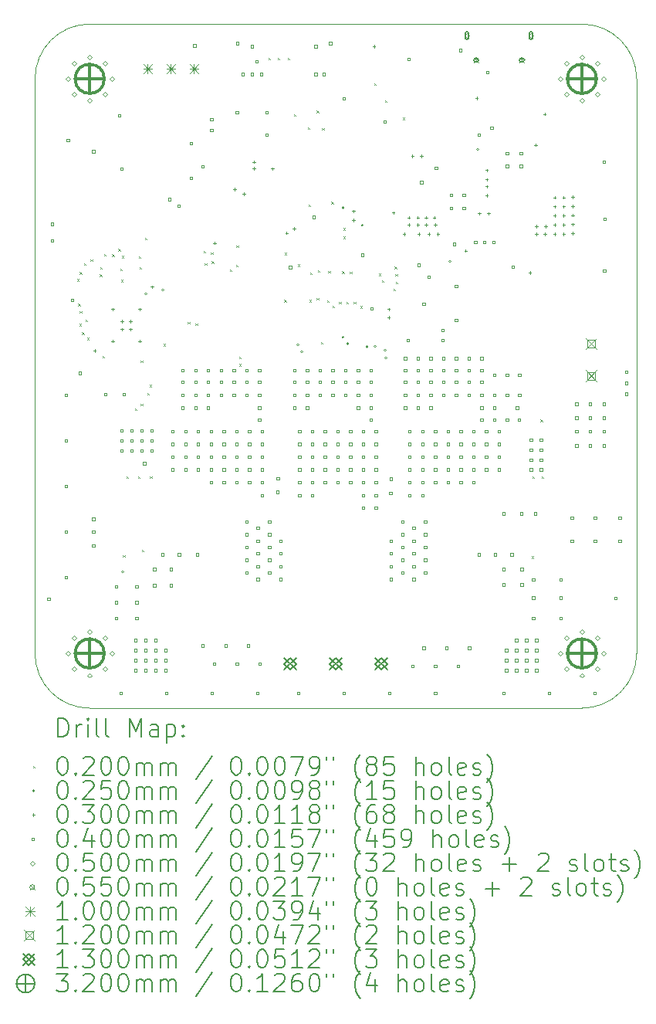
<source format=gbr>
%FSLAX45Y45*%
G04 Gerber Fmt 4.5, Leading zero omitted, Abs format (unit mm)*
G04 Created by KiCad (PCBNEW (6.0.2)) date 2022-07-31 17:13:24*
%MOMM*%
%LPD*%
G01*
G04 APERTURE LIST*
%TA.AperFunction,Profile*%
%ADD10C,0.050000*%
%TD*%
%ADD11C,0.200000*%
%ADD12C,0.020000*%
%ADD13C,0.025000*%
%ADD14C,0.030000*%
%ADD15C,0.040000*%
%ADD16C,0.050000*%
%ADD17C,0.055000*%
%ADD18C,0.100000*%
%ADD19C,0.120000*%
%ADD20C,0.130000*%
%ADD21C,0.320000*%
G04 APERTURE END LIST*
D10*
X8300000Y-14600000D02*
G75*
G03*
X8900000Y-15200000I600000J0D01*
G01*
X8900000Y-7700000D02*
X14300000Y-7700000D01*
X14300000Y-15200000D02*
G75*
G03*
X14900000Y-14600000I0J600000D01*
G01*
X14900000Y-14600000D02*
X14900000Y-8300000D01*
X8900000Y-7700000D02*
G75*
G03*
X8300000Y-8300000I0J-600000D01*
G01*
X8300000Y-14600000D02*
X8300000Y-8300000D01*
X14900000Y-8300000D02*
G75*
G03*
X14300000Y-7700000I-600000J0D01*
G01*
X8900000Y-15200000D02*
X14300000Y-15200000D01*
D11*
D12*
X8760000Y-10495050D02*
X8780000Y-10515050D01*
X8780000Y-10495050D02*
X8760000Y-10515050D01*
X8775000Y-10765000D02*
X8795000Y-10785000D01*
X8795000Y-10765000D02*
X8775000Y-10785000D01*
X8785000Y-10985000D02*
X8805000Y-11005000D01*
X8805000Y-10985000D02*
X8785000Y-11005000D01*
X8790000Y-10420000D02*
X8810000Y-10440000D01*
X8810000Y-10420000D02*
X8790000Y-10440000D01*
X8790000Y-10845000D02*
X8810000Y-10865000D01*
X8810000Y-10845000D02*
X8790000Y-10865000D01*
X8815000Y-11080000D02*
X8835000Y-11100000D01*
X8835000Y-11080000D02*
X8815000Y-11100000D01*
X8840000Y-10320000D02*
X8860000Y-10340000D01*
X8860000Y-10320000D02*
X8840000Y-10340000D01*
X8852550Y-10940000D02*
X8872550Y-10960000D01*
X8872550Y-10940000D02*
X8852550Y-10960000D01*
X8870000Y-11140000D02*
X8890000Y-11160000D01*
X8890000Y-11140000D02*
X8870000Y-11160000D01*
X8909889Y-10281173D02*
X8929889Y-10301173D01*
X8929889Y-10281173D02*
X8909889Y-10301173D01*
X9010000Y-10445000D02*
X9030000Y-10465000D01*
X9030000Y-10445000D02*
X9010000Y-10465000D01*
X9015696Y-10365253D02*
X9035696Y-10385253D01*
X9035696Y-10365253D02*
X9015696Y-10385253D01*
X9040000Y-11340000D02*
X9060000Y-11360000D01*
X9060000Y-11340000D02*
X9040000Y-11360000D01*
X9060000Y-10220000D02*
X9080000Y-10240000D01*
X9080000Y-10220000D02*
X9060000Y-10240000D01*
X9145000Y-10225000D02*
X9165000Y-10245000D01*
X9165000Y-10225000D02*
X9145000Y-10245000D01*
X9215000Y-10165000D02*
X9235000Y-10185000D01*
X9235000Y-10165000D02*
X9215000Y-10185000D01*
X9234950Y-10380050D02*
X9254950Y-10400050D01*
X9254950Y-10380050D02*
X9234950Y-10400050D01*
X9245000Y-10505000D02*
X9265000Y-10525000D01*
X9265000Y-10505000D02*
X9245000Y-10525000D01*
X9250000Y-10240000D02*
X9270000Y-10260000D01*
X9270000Y-10240000D02*
X9250000Y-10260000D01*
X9265000Y-13520000D02*
X9285000Y-13540000D01*
X9285000Y-13520000D02*
X9265000Y-13540000D01*
X9305000Y-12660000D02*
X9325000Y-12680000D01*
X9325000Y-12660000D02*
X9305000Y-12680000D01*
X9395000Y-11915000D02*
X9415000Y-11935000D01*
X9415000Y-11915000D02*
X9395000Y-11935000D01*
X9430000Y-12660000D02*
X9450000Y-12680000D01*
X9450000Y-12660000D02*
X9430000Y-12680000D01*
X9440000Y-10245000D02*
X9460000Y-10265000D01*
X9460000Y-10245000D02*
X9440000Y-10265000D01*
X9445000Y-10365000D02*
X9465000Y-10385000D01*
X9465000Y-10365000D02*
X9445000Y-10385000D01*
X9460000Y-11390000D02*
X9480000Y-11410000D01*
X9480000Y-11390000D02*
X9460000Y-11410000D01*
X9460000Y-11860000D02*
X9480000Y-11880000D01*
X9480000Y-11860000D02*
X9460000Y-11880000D01*
X9470000Y-13465000D02*
X9490000Y-13485000D01*
X9490000Y-13465000D02*
X9470000Y-13485000D01*
X9505000Y-10040000D02*
X9525000Y-10060000D01*
X9525000Y-10040000D02*
X9505000Y-10060000D01*
X9530000Y-11745000D02*
X9550000Y-11765000D01*
X9550000Y-11745000D02*
X9530000Y-11765000D01*
X9555000Y-11655000D02*
X9575000Y-11675000D01*
X9575000Y-11655000D02*
X9555000Y-11675000D01*
X9560000Y-12660000D02*
X9580000Y-12680000D01*
X9580000Y-12660000D02*
X9560000Y-12680000D01*
X9710000Y-11205000D02*
X9730000Y-11225000D01*
X9730000Y-11205000D02*
X9710000Y-11225000D01*
X9975000Y-10965000D02*
X9995000Y-10985000D01*
X9995000Y-10965000D02*
X9975000Y-10985000D01*
X10060000Y-10980000D02*
X10080000Y-11000000D01*
X10080000Y-10980000D02*
X10060000Y-11000000D01*
X10147500Y-10187500D02*
X10167500Y-10207500D01*
X10167500Y-10187500D02*
X10147500Y-10207500D01*
X10162500Y-10320000D02*
X10182500Y-10340000D01*
X10182500Y-10320000D02*
X10162500Y-10340000D01*
X10230000Y-10205000D02*
X10250000Y-10225000D01*
X10250000Y-10205000D02*
X10230000Y-10225000D01*
X10240000Y-10300000D02*
X10260000Y-10320000D01*
X10260000Y-10300000D02*
X10240000Y-10320000D01*
X10440000Y-10390000D02*
X10460000Y-10410000D01*
X10460000Y-10390000D02*
X10440000Y-10410000D01*
X10505000Y-10340000D02*
X10525000Y-10360000D01*
X10525000Y-10340000D02*
X10505000Y-10360000D01*
X10510000Y-10125000D02*
X10530000Y-10145000D01*
X10530000Y-10125000D02*
X10510000Y-10145000D01*
X10540000Y-11345000D02*
X10560000Y-11365000D01*
X10560000Y-11345000D02*
X10540000Y-11365000D01*
X10540000Y-11425000D02*
X10560000Y-11445000D01*
X10560000Y-11425000D02*
X10540000Y-11445000D01*
X10860000Y-8070000D02*
X10880000Y-8090000D01*
X10880000Y-8070000D02*
X10860000Y-8090000D01*
X10960000Y-8070000D02*
X10980000Y-8090000D01*
X10980000Y-8070000D02*
X10960000Y-8090000D01*
X11035000Y-10725050D02*
X11055000Y-10745050D01*
X11055000Y-10725050D02*
X11035000Y-10745050D01*
X11041018Y-10205871D02*
X11061018Y-10225871D01*
X11061018Y-10205871D02*
X11041018Y-10225871D01*
X11070000Y-8070000D02*
X11090000Y-8090000D01*
X11090000Y-8070000D02*
X11070000Y-8090000D01*
X11140000Y-8690000D02*
X11160000Y-8710000D01*
X11160000Y-8690000D02*
X11140000Y-8710000D01*
X11180000Y-10335000D02*
X11200000Y-10355000D01*
X11200000Y-10335000D02*
X11180000Y-10355000D01*
X11295000Y-8830000D02*
X11315000Y-8850000D01*
X11315000Y-8830000D02*
X11295000Y-8850000D01*
X11300000Y-9680000D02*
X11320000Y-9700000D01*
X11320000Y-9680000D02*
X11300000Y-9700000D01*
X11310000Y-10725050D02*
X11330000Y-10745050D01*
X11330000Y-10725050D02*
X11310000Y-10745050D01*
X11320000Y-10422500D02*
X11340000Y-10442500D01*
X11340000Y-10422500D02*
X11320000Y-10442500D01*
X11390000Y-8650000D02*
X11410000Y-8670000D01*
X11410000Y-8650000D02*
X11390000Y-8670000D01*
X11390000Y-10700000D02*
X11410000Y-10720000D01*
X11410000Y-10700000D02*
X11390000Y-10720000D01*
X11405000Y-10400000D02*
X11425000Y-10420000D01*
X11425000Y-10400000D02*
X11405000Y-10420000D01*
X11434135Y-11187550D02*
X11454135Y-11207550D01*
X11454135Y-11187550D02*
X11434135Y-11207550D01*
X11450000Y-8840000D02*
X11470000Y-8860000D01*
X11470000Y-8840000D02*
X11450000Y-8860000D01*
X11505000Y-10730000D02*
X11525000Y-10750000D01*
X11525000Y-10730000D02*
X11505000Y-10750000D01*
X11517500Y-10405000D02*
X11537500Y-10425000D01*
X11537500Y-10405000D02*
X11517500Y-10425000D01*
X11550000Y-9647450D02*
X11570000Y-9667450D01*
X11570000Y-9647450D02*
X11550000Y-9667450D01*
X11561533Y-10786533D02*
X11581533Y-10806533D01*
X11581533Y-10786533D02*
X11561533Y-10806533D01*
X11635000Y-10745050D02*
X11655000Y-10765050D01*
X11655000Y-10745050D02*
X11635000Y-10765050D01*
X11670094Y-10410310D02*
X11690094Y-10430310D01*
X11690094Y-10410310D02*
X11670094Y-10430310D01*
X11680000Y-9935000D02*
X11700000Y-9955000D01*
X11700000Y-9935000D02*
X11680000Y-9955000D01*
X11680000Y-10030000D02*
X11700000Y-10050000D01*
X11700000Y-10030000D02*
X11680000Y-10050000D01*
X11715000Y-10745050D02*
X11735000Y-10765050D01*
X11735000Y-10745050D02*
X11715000Y-10765050D01*
X11755000Y-10415000D02*
X11775000Y-10435000D01*
X11775000Y-10415000D02*
X11755000Y-10435000D01*
X11795000Y-10745000D02*
X11815000Y-10765000D01*
X11815000Y-10745000D02*
X11795000Y-10765000D01*
X11870000Y-10790000D02*
X11890000Y-10810000D01*
X11890000Y-10790000D02*
X11870000Y-10810000D01*
X12020000Y-8350000D02*
X12040000Y-8370000D01*
X12040000Y-8350000D02*
X12020000Y-8370000D01*
X12070000Y-10435000D02*
X12090000Y-10455000D01*
X12090000Y-10435000D02*
X12070000Y-10455000D01*
X12105000Y-10510000D02*
X12125000Y-10530000D01*
X12125000Y-10510000D02*
X12105000Y-10530000D01*
X12140000Y-8535000D02*
X12160000Y-8555000D01*
X12160000Y-8535000D02*
X12140000Y-8555000D01*
X12230000Y-10600000D02*
X12250000Y-10620000D01*
X12250000Y-10600000D02*
X12230000Y-10620000D01*
X12245000Y-10360000D02*
X12265000Y-10380000D01*
X12265000Y-10360000D02*
X12245000Y-10380000D01*
X12255000Y-10440000D02*
X12275000Y-10460000D01*
X12275000Y-10440000D02*
X12255000Y-10460000D01*
X12260000Y-10525000D02*
X12280000Y-10545000D01*
X12280000Y-10525000D02*
X12260000Y-10545000D01*
X12335000Y-8725000D02*
X12355000Y-8745000D01*
X12355000Y-8725000D02*
X12335000Y-8745000D01*
X13750000Y-13535000D02*
X13770000Y-13555000D01*
X13770000Y-13535000D02*
X13750000Y-13555000D01*
X13755000Y-12660000D02*
X13775000Y-12680000D01*
X13775000Y-12660000D02*
X13755000Y-12680000D01*
X13845000Y-12035000D02*
X13865000Y-12055000D01*
X13865000Y-12035000D02*
X13845000Y-12055000D01*
X13860000Y-12660000D02*
X13880000Y-12680000D01*
X13880000Y-12660000D02*
X13860000Y-12680000D01*
D13*
X9272500Y-13705000D02*
G75*
G03*
X9272500Y-13705000I-12500J0D01*
G01*
X9532500Y-10657450D02*
G75*
G03*
X9532500Y-10657450I-12500J0D01*
G01*
X9717500Y-10615000D02*
G75*
G03*
X9717500Y-10615000I-12500J0D01*
G01*
X11195353Y-11216242D02*
G75*
G03*
X11195353Y-11216242I-12500J0D01*
G01*
X11237500Y-11290000D02*
G75*
G03*
X11237500Y-11290000I-12500J0D01*
G01*
X11691530Y-11132040D02*
G75*
G03*
X11691530Y-11132040I-12500J0D01*
G01*
X11692500Y-9715000D02*
G75*
G03*
X11692500Y-9715000I-12500J0D01*
G01*
X11742500Y-11200000D02*
G75*
G03*
X11742500Y-11200000I-12500J0D01*
G01*
X11902500Y-9905000D02*
G75*
G03*
X11902500Y-9905000I-12500J0D01*
G01*
X11952500Y-11237500D02*
G75*
G03*
X11952500Y-11237500I-12500J0D01*
G01*
X12042500Y-11235000D02*
G75*
G03*
X12042500Y-11235000I-12500J0D01*
G01*
X12151541Y-11275477D02*
G75*
G03*
X12151541Y-11275477I-12500J0D01*
G01*
X12160050Y-11360000D02*
G75*
G03*
X12160050Y-11360000I-12500J0D01*
G01*
X12863421Y-10301397D02*
G75*
G03*
X12863421Y-10301397I-12500J0D01*
G01*
X13172500Y-9075000D02*
G75*
G03*
X13172500Y-9075000I-12500J0D01*
G01*
D14*
X8955000Y-11265000D02*
X8955000Y-11295000D01*
X8940000Y-11280000D02*
X8970000Y-11280000D01*
X9150000Y-10810000D02*
X9150000Y-10840000D01*
X9135000Y-10825000D02*
X9165000Y-10825000D01*
X9150000Y-11160000D02*
X9150000Y-11190000D01*
X9135000Y-11175000D02*
X9165000Y-11175000D01*
X9255000Y-10945000D02*
X9255000Y-10975000D01*
X9240000Y-10960000D02*
X9270000Y-10960000D01*
X9255000Y-11030000D02*
X9255000Y-11060000D01*
X9240000Y-11045000D02*
X9270000Y-11045000D01*
X9345000Y-10945000D02*
X9345000Y-10975000D01*
X9330000Y-10960000D02*
X9360000Y-10960000D01*
X9345000Y-11030000D02*
X9345000Y-11060000D01*
X9330000Y-11045000D02*
X9360000Y-11045000D01*
X9450000Y-10810000D02*
X9450000Y-10840000D01*
X9435000Y-10825000D02*
X9465000Y-10825000D01*
X9450000Y-11160000D02*
X9450000Y-11190000D01*
X9435000Y-11175000D02*
X9465000Y-11175000D01*
X9585000Y-10565000D02*
X9585000Y-10595000D01*
X9570000Y-10580000D02*
X9600000Y-10580000D01*
X10270000Y-10085000D02*
X10270000Y-10115000D01*
X10255000Y-10100000D02*
X10285000Y-10100000D01*
X10490000Y-9495000D02*
X10490000Y-9525000D01*
X10475000Y-9510000D02*
X10505000Y-9510000D01*
X10590000Y-9545000D02*
X10590000Y-9575000D01*
X10575000Y-9560000D02*
X10605000Y-9560000D01*
X10700000Y-9195000D02*
X10700000Y-9225000D01*
X10685000Y-9210000D02*
X10715000Y-9210000D01*
X10700000Y-9265000D02*
X10700000Y-9295000D01*
X10685000Y-9280000D02*
X10715000Y-9280000D01*
X10905000Y-9270000D02*
X10905000Y-9300000D01*
X10890000Y-9285000D02*
X10920000Y-9285000D01*
X11060000Y-9975000D02*
X11060000Y-10005000D01*
X11045000Y-9990000D02*
X11075000Y-9990000D01*
X11140000Y-9925000D02*
X11140000Y-9955000D01*
X11125000Y-9940000D02*
X11155000Y-9940000D01*
X11792500Y-9735000D02*
X11792500Y-9765000D01*
X11777500Y-9750000D02*
X11807500Y-9750000D01*
X11792500Y-9835000D02*
X11792500Y-9865000D01*
X11777500Y-9850000D02*
X11807500Y-9850000D01*
X12020000Y-7930000D02*
X12020000Y-7960000D01*
X12005000Y-7945000D02*
X12035000Y-7945000D01*
X12180000Y-10810000D02*
X12180000Y-10840000D01*
X12165000Y-10825000D02*
X12195000Y-10825000D01*
X12180000Y-10900000D02*
X12180000Y-10930000D01*
X12165000Y-10915000D02*
X12195000Y-10915000D01*
X12230000Y-9752000D02*
X12230000Y-9782000D01*
X12215000Y-9767000D02*
X12245000Y-9767000D01*
X12350000Y-9985000D02*
X12350000Y-10015000D01*
X12335000Y-10000000D02*
X12365000Y-10000000D01*
X12400000Y-9805000D02*
X12400000Y-9835000D01*
X12385000Y-9820000D02*
X12415000Y-9820000D01*
X12400000Y-9885000D02*
X12400000Y-9915000D01*
X12385000Y-9900000D02*
X12415000Y-9900000D01*
X12440000Y-9130000D02*
X12440000Y-9160000D01*
X12425000Y-9145000D02*
X12455000Y-9145000D01*
X12500000Y-9805000D02*
X12500000Y-9835000D01*
X12485000Y-9820000D02*
X12515000Y-9820000D01*
X12500000Y-9885000D02*
X12500000Y-9915000D01*
X12485000Y-9900000D02*
X12515000Y-9900000D01*
X12510000Y-9985000D02*
X12510000Y-10015000D01*
X12495000Y-10000000D02*
X12525000Y-10000000D01*
X12540000Y-9130000D02*
X12540000Y-9160000D01*
X12525000Y-9145000D02*
X12555000Y-9145000D01*
X12590000Y-9805000D02*
X12590000Y-9835000D01*
X12575000Y-9820000D02*
X12605000Y-9820000D01*
X12590000Y-9885000D02*
X12590000Y-9915000D01*
X12575000Y-9900000D02*
X12605000Y-9900000D01*
X12620000Y-9985000D02*
X12620000Y-10015000D01*
X12605000Y-10000000D02*
X12635000Y-10000000D01*
X12680000Y-9805000D02*
X12680000Y-9835000D01*
X12665000Y-9820000D02*
X12695000Y-9820000D01*
X12690000Y-9885000D02*
X12690000Y-9915000D01*
X12675000Y-9900000D02*
X12705000Y-9900000D01*
X12719000Y-9985000D02*
X12719000Y-10015000D01*
X12704000Y-10000000D02*
X12734000Y-10000000D01*
X13025000Y-10170000D02*
X13025000Y-10200000D01*
X13010000Y-10185000D02*
X13040000Y-10185000D01*
X13145000Y-8497450D02*
X13145000Y-8527450D01*
X13130000Y-8512450D02*
X13160000Y-8512450D01*
X13175000Y-9760000D02*
X13175000Y-9790000D01*
X13160000Y-9775000D02*
X13190000Y-9775000D01*
X13255000Y-9287500D02*
X13255000Y-9317500D01*
X13240000Y-9302500D02*
X13270000Y-9302500D01*
X13255000Y-9387500D02*
X13255000Y-9417500D01*
X13240000Y-9402500D02*
X13270000Y-9402500D01*
X13255000Y-9465000D02*
X13255000Y-9495000D01*
X13240000Y-9480000D02*
X13270000Y-9480000D01*
X13255000Y-9565000D02*
X13255000Y-9595000D01*
X13240000Y-9580000D02*
X13270000Y-9580000D01*
X13275000Y-9760000D02*
X13275000Y-9790000D01*
X13260000Y-9775000D02*
X13290000Y-9775000D01*
X13730000Y-10410000D02*
X13730000Y-10440000D01*
X13715000Y-10425000D02*
X13745000Y-10425000D01*
X13790000Y-9010000D02*
X13790000Y-9040000D01*
X13775000Y-9025000D02*
X13805000Y-9025000D01*
X13800000Y-9900000D02*
X13800000Y-9930000D01*
X13785000Y-9915000D02*
X13815000Y-9915000D01*
X13800000Y-9985000D02*
X13800000Y-10015000D01*
X13785000Y-10000000D02*
X13815000Y-10000000D01*
X13890000Y-8670000D02*
X13890000Y-8700000D01*
X13875000Y-8685000D02*
X13905000Y-8685000D01*
X13895000Y-9985000D02*
X13895000Y-10015000D01*
X13880000Y-10000000D02*
X13910000Y-10000000D01*
X13900000Y-9900000D02*
X13900000Y-9930000D01*
X13885000Y-9915000D02*
X13915000Y-9915000D01*
X14000000Y-9585000D02*
X14000000Y-9615000D01*
X13985000Y-9600000D02*
X14015000Y-9600000D01*
X14000000Y-9685000D02*
X14000000Y-9715000D01*
X13985000Y-9700000D02*
X14015000Y-9700000D01*
X14000000Y-9785000D02*
X14000000Y-9815000D01*
X13985000Y-9800000D02*
X14015000Y-9800000D01*
X14000000Y-9885000D02*
X14000000Y-9915000D01*
X13985000Y-9900000D02*
X14015000Y-9900000D01*
X14000000Y-9985000D02*
X14000000Y-10015000D01*
X13985000Y-10000000D02*
X14015000Y-10000000D01*
X14100000Y-9585000D02*
X14100000Y-9615000D01*
X14085000Y-9600000D02*
X14115000Y-9600000D01*
X14100000Y-9685000D02*
X14100000Y-9715000D01*
X14085000Y-9700000D02*
X14115000Y-9700000D01*
X14100000Y-9785000D02*
X14100000Y-9815000D01*
X14085000Y-9800000D02*
X14115000Y-9800000D01*
X14100000Y-9885000D02*
X14100000Y-9915000D01*
X14085000Y-9900000D02*
X14115000Y-9900000D01*
X14100000Y-9985000D02*
X14100000Y-10015000D01*
X14085000Y-10000000D02*
X14115000Y-10000000D01*
X14200000Y-9580000D02*
X14200000Y-9610000D01*
X14185000Y-9595000D02*
X14215000Y-9595000D01*
X14200000Y-9680000D02*
X14200000Y-9710000D01*
X14185000Y-9695000D02*
X14215000Y-9695000D01*
X14200000Y-9780000D02*
X14200000Y-9810000D01*
X14185000Y-9795000D02*
X14215000Y-9795000D01*
X14200000Y-9880000D02*
X14200000Y-9910000D01*
X14185000Y-9895000D02*
X14215000Y-9895000D01*
X14200000Y-9980000D02*
X14200000Y-10010000D01*
X14185000Y-9995000D02*
X14215000Y-9995000D01*
D15*
X8464142Y-14014142D02*
X8464142Y-13985858D01*
X8435858Y-13985858D01*
X8435858Y-14014142D01*
X8464142Y-14014142D01*
X8499142Y-9904142D02*
X8499142Y-9875858D01*
X8470858Y-9875858D01*
X8470858Y-9904142D01*
X8499142Y-9904142D01*
X8499142Y-10089142D02*
X8499142Y-10060858D01*
X8470858Y-10060858D01*
X8470858Y-10089142D01*
X8499142Y-10089142D01*
X8654142Y-11779142D02*
X8654142Y-11750858D01*
X8625858Y-11750858D01*
X8625858Y-11779142D01*
X8654142Y-11779142D01*
X8654142Y-12279142D02*
X8654142Y-12250858D01*
X8625858Y-12250858D01*
X8625858Y-12279142D01*
X8654142Y-12279142D01*
X8654142Y-12779142D02*
X8654142Y-12750858D01*
X8625858Y-12750858D01*
X8625858Y-12779142D01*
X8654142Y-12779142D01*
X8654142Y-13279142D02*
X8654142Y-13250858D01*
X8625858Y-13250858D01*
X8625858Y-13279142D01*
X8654142Y-13279142D01*
X8654142Y-13779142D02*
X8654142Y-13750858D01*
X8625858Y-13750858D01*
X8625858Y-13779142D01*
X8654142Y-13779142D01*
X8674142Y-8984142D02*
X8674142Y-8955858D01*
X8645858Y-8955858D01*
X8645858Y-8984142D01*
X8674142Y-8984142D01*
X8719142Y-10739142D02*
X8719142Y-10710858D01*
X8690858Y-10710858D01*
X8690858Y-10739142D01*
X8719142Y-10739142D01*
X8804142Y-11539142D02*
X8804142Y-11510858D01*
X8775858Y-11510858D01*
X8775858Y-11539142D01*
X8804142Y-11539142D01*
X8954142Y-9109142D02*
X8954142Y-9080858D01*
X8925858Y-9080858D01*
X8925858Y-9109142D01*
X8954142Y-9109142D01*
X8954142Y-13139142D02*
X8954142Y-13110858D01*
X8925858Y-13110858D01*
X8925858Y-13139142D01*
X8954142Y-13139142D01*
X8954142Y-13279142D02*
X8954142Y-13250858D01*
X8925858Y-13250858D01*
X8925858Y-13279142D01*
X8954142Y-13279142D01*
X8954142Y-13429142D02*
X8954142Y-13400858D01*
X8925858Y-13400858D01*
X8925858Y-13429142D01*
X8954142Y-13429142D01*
X9084142Y-11774142D02*
X9084142Y-11745858D01*
X9055858Y-11745858D01*
X9055858Y-11774142D01*
X9084142Y-11774142D01*
X9204142Y-13879142D02*
X9204142Y-13850858D01*
X9175858Y-13850858D01*
X9175858Y-13879142D01*
X9204142Y-13879142D01*
X9204142Y-14054142D02*
X9204142Y-14025858D01*
X9175858Y-14025858D01*
X9175858Y-14054142D01*
X9204142Y-14054142D01*
X9204142Y-14229142D02*
X9204142Y-14200858D01*
X9175858Y-14200858D01*
X9175858Y-14229142D01*
X9204142Y-14229142D01*
X9239142Y-8714142D02*
X9239142Y-8685858D01*
X9210858Y-8685858D01*
X9210858Y-8714142D01*
X9239142Y-8714142D01*
X9254142Y-15049142D02*
X9254142Y-15020858D01*
X9225858Y-15020858D01*
X9225858Y-15049142D01*
X9254142Y-15049142D01*
X9264142Y-9299142D02*
X9264142Y-9270858D01*
X9235858Y-9270858D01*
X9235858Y-9299142D01*
X9264142Y-9299142D01*
X9264142Y-12169142D02*
X9264142Y-12140858D01*
X9235858Y-12140858D01*
X9235858Y-12169142D01*
X9264142Y-12169142D01*
X9264142Y-12279142D02*
X9264142Y-12250858D01*
X9235858Y-12250858D01*
X9235858Y-12279142D01*
X9264142Y-12279142D01*
X9264142Y-12389142D02*
X9264142Y-12360858D01*
X9235858Y-12360858D01*
X9235858Y-12389142D01*
X9264142Y-12389142D01*
X9289142Y-11774142D02*
X9289142Y-11745858D01*
X9260858Y-11745858D01*
X9260858Y-11774142D01*
X9289142Y-11774142D01*
X9374142Y-12169142D02*
X9374142Y-12140858D01*
X9345858Y-12140858D01*
X9345858Y-12169142D01*
X9374142Y-12169142D01*
X9374142Y-12279142D02*
X9374142Y-12250858D01*
X9345858Y-12250858D01*
X9345858Y-12279142D01*
X9374142Y-12279142D01*
X9374142Y-12389142D02*
X9374142Y-12360858D01*
X9345858Y-12360858D01*
X9345858Y-12389142D01*
X9374142Y-12389142D01*
X9414142Y-14469142D02*
X9414142Y-14440858D01*
X9385858Y-14440858D01*
X9385858Y-14469142D01*
X9414142Y-14469142D01*
X9414142Y-14579142D02*
X9414142Y-14550858D01*
X9385858Y-14550858D01*
X9385858Y-14579142D01*
X9414142Y-14579142D01*
X9414142Y-14689142D02*
X9414142Y-14660858D01*
X9385858Y-14660858D01*
X9385858Y-14689142D01*
X9414142Y-14689142D01*
X9414142Y-14799142D02*
X9414142Y-14770858D01*
X9385858Y-14770858D01*
X9385858Y-14799142D01*
X9414142Y-14799142D01*
X9429142Y-13879142D02*
X9429142Y-13850858D01*
X9400858Y-13850858D01*
X9400858Y-13879142D01*
X9429142Y-13879142D01*
X9429142Y-14054142D02*
X9429142Y-14025858D01*
X9400858Y-14025858D01*
X9400858Y-14054142D01*
X9429142Y-14054142D01*
X9429142Y-14229142D02*
X9429142Y-14200858D01*
X9400858Y-14200858D01*
X9400858Y-14229142D01*
X9429142Y-14229142D01*
X9484142Y-12169142D02*
X9484142Y-12140858D01*
X9455858Y-12140858D01*
X9455858Y-12169142D01*
X9484142Y-12169142D01*
X9484142Y-12279142D02*
X9484142Y-12250858D01*
X9455858Y-12250858D01*
X9455858Y-12279142D01*
X9484142Y-12279142D01*
X9484142Y-12389142D02*
X9484142Y-12360858D01*
X9455858Y-12360858D01*
X9455858Y-12389142D01*
X9484142Y-12389142D01*
X9514142Y-12529142D02*
X9514142Y-12500858D01*
X9485858Y-12500858D01*
X9485858Y-12529142D01*
X9514142Y-12529142D01*
X9524142Y-14469142D02*
X9524142Y-14440858D01*
X9495858Y-14440858D01*
X9495858Y-14469142D01*
X9524142Y-14469142D01*
X9524142Y-14579142D02*
X9524142Y-14550858D01*
X9495858Y-14550858D01*
X9495858Y-14579142D01*
X9524142Y-14579142D01*
X9524142Y-14689142D02*
X9524142Y-14660858D01*
X9495858Y-14660858D01*
X9495858Y-14689142D01*
X9524142Y-14689142D01*
X9524142Y-14799142D02*
X9524142Y-14770858D01*
X9495858Y-14770858D01*
X9495858Y-14799142D01*
X9524142Y-14799142D01*
X9594142Y-12169142D02*
X9594142Y-12140858D01*
X9565858Y-12140858D01*
X9565858Y-12169142D01*
X9594142Y-12169142D01*
X9594142Y-12279142D02*
X9594142Y-12250858D01*
X9565858Y-12250858D01*
X9565858Y-12279142D01*
X9594142Y-12279142D01*
X9594142Y-12389142D02*
X9594142Y-12360858D01*
X9565858Y-12360858D01*
X9565858Y-12389142D01*
X9594142Y-12389142D01*
X9624142Y-13689142D02*
X9624142Y-13660858D01*
X9595858Y-13660858D01*
X9595858Y-13689142D01*
X9624142Y-13689142D01*
X9624142Y-13869142D02*
X9624142Y-13840858D01*
X9595858Y-13840858D01*
X9595858Y-13869142D01*
X9624142Y-13869142D01*
X9634142Y-14469142D02*
X9634142Y-14440858D01*
X9605858Y-14440858D01*
X9605858Y-14469142D01*
X9634142Y-14469142D01*
X9634142Y-14579142D02*
X9634142Y-14550858D01*
X9605858Y-14550858D01*
X9605858Y-14579142D01*
X9634142Y-14579142D01*
X9634142Y-14689142D02*
X9634142Y-14660858D01*
X9605858Y-14660858D01*
X9605858Y-14689142D01*
X9634142Y-14689142D01*
X9634142Y-14799142D02*
X9634142Y-14770858D01*
X9605858Y-14770858D01*
X9605858Y-14799142D01*
X9634142Y-14799142D01*
X9714142Y-13529142D02*
X9714142Y-13500858D01*
X9685858Y-13500858D01*
X9685858Y-13529142D01*
X9714142Y-13529142D01*
X9744142Y-14579142D02*
X9744142Y-14550858D01*
X9715858Y-14550858D01*
X9715858Y-14579142D01*
X9744142Y-14579142D01*
X9744142Y-14689142D02*
X9744142Y-14660858D01*
X9715858Y-14660858D01*
X9715858Y-14689142D01*
X9744142Y-14689142D01*
X9744142Y-14799142D02*
X9744142Y-14770858D01*
X9715858Y-14770858D01*
X9715858Y-14799142D01*
X9744142Y-14799142D01*
X9754142Y-15049142D02*
X9754142Y-15020858D01*
X9725858Y-15020858D01*
X9725858Y-15049142D01*
X9754142Y-15049142D01*
X9789142Y-9634142D02*
X9789142Y-9605858D01*
X9760858Y-9605858D01*
X9760858Y-9634142D01*
X9789142Y-9634142D01*
X9804142Y-13689142D02*
X9804142Y-13660858D01*
X9775858Y-13660858D01*
X9775858Y-13689142D01*
X9804142Y-13689142D01*
X9804142Y-13869142D02*
X9804142Y-13840858D01*
X9775858Y-13840858D01*
X9775858Y-13869142D01*
X9804142Y-13869142D01*
X9824142Y-12179142D02*
X9824142Y-12150858D01*
X9795858Y-12150858D01*
X9795858Y-12179142D01*
X9824142Y-12179142D01*
X9824142Y-12319142D02*
X9824142Y-12290858D01*
X9795858Y-12290858D01*
X9795858Y-12319142D01*
X9824142Y-12319142D01*
X9824142Y-12459142D02*
X9824142Y-12430858D01*
X9795858Y-12430858D01*
X9795858Y-12459142D01*
X9824142Y-12459142D01*
X9824142Y-12599142D02*
X9824142Y-12570858D01*
X9795858Y-12570858D01*
X9795858Y-12599142D01*
X9824142Y-12599142D01*
X9889142Y-9704142D02*
X9889142Y-9675858D01*
X9860858Y-9675858D01*
X9860858Y-9704142D01*
X9889142Y-9704142D01*
X9894142Y-13529142D02*
X9894142Y-13500858D01*
X9865858Y-13500858D01*
X9865858Y-13529142D01*
X9894142Y-13529142D01*
X9934142Y-11509142D02*
X9934142Y-11480858D01*
X9905858Y-11480858D01*
X9905858Y-11509142D01*
X9934142Y-11509142D01*
X9934142Y-11639142D02*
X9934142Y-11610858D01*
X9905858Y-11610858D01*
X9905858Y-11639142D01*
X9934142Y-11639142D01*
X9934142Y-11779142D02*
X9934142Y-11750858D01*
X9905858Y-11750858D01*
X9905858Y-11779142D01*
X9934142Y-11779142D01*
X9934142Y-11919142D02*
X9934142Y-11890858D01*
X9905858Y-11890858D01*
X9905858Y-11919142D01*
X9934142Y-11919142D01*
X9964142Y-12179142D02*
X9964142Y-12150858D01*
X9935858Y-12150858D01*
X9935858Y-12179142D01*
X9964142Y-12179142D01*
X9964142Y-12319142D02*
X9964142Y-12290858D01*
X9935858Y-12290858D01*
X9935858Y-12319142D01*
X9964142Y-12319142D01*
X9964142Y-12459142D02*
X9964142Y-12430858D01*
X9935858Y-12430858D01*
X9935858Y-12459142D01*
X9964142Y-12459142D01*
X9964142Y-12599142D02*
X9964142Y-12570858D01*
X9935858Y-12570858D01*
X9935858Y-12599142D01*
X9964142Y-12599142D01*
X10024142Y-9019142D02*
X10024142Y-8990858D01*
X9995858Y-8990858D01*
X9995858Y-9019142D01*
X10024142Y-9019142D01*
X10024142Y-9404142D02*
X10024142Y-9375858D01*
X9995858Y-9375858D01*
X9995858Y-9404142D01*
X10024142Y-9404142D01*
X10064142Y-7949142D02*
X10064142Y-7920858D01*
X10035858Y-7920858D01*
X10035858Y-7949142D01*
X10064142Y-7949142D01*
X10074142Y-11509142D02*
X10074142Y-11480858D01*
X10045858Y-11480858D01*
X10045858Y-11509142D01*
X10074142Y-11509142D01*
X10074142Y-11639142D02*
X10074142Y-11610858D01*
X10045858Y-11610858D01*
X10045858Y-11639142D01*
X10074142Y-11639142D01*
X10074142Y-11779142D02*
X10074142Y-11750858D01*
X10045858Y-11750858D01*
X10045858Y-11779142D01*
X10074142Y-11779142D01*
X10074142Y-11919142D02*
X10074142Y-11890858D01*
X10045858Y-11890858D01*
X10045858Y-11919142D01*
X10074142Y-11919142D01*
X10094142Y-13529142D02*
X10094142Y-13500858D01*
X10065858Y-13500858D01*
X10065858Y-13529142D01*
X10094142Y-13529142D01*
X10104142Y-12179142D02*
X10104142Y-12150858D01*
X10075858Y-12150858D01*
X10075858Y-12179142D01*
X10104142Y-12179142D01*
X10104142Y-12319142D02*
X10104142Y-12290858D01*
X10075858Y-12290858D01*
X10075858Y-12319142D01*
X10104142Y-12319142D01*
X10104142Y-12459142D02*
X10104142Y-12430858D01*
X10075858Y-12430858D01*
X10075858Y-12459142D01*
X10104142Y-12459142D01*
X10104142Y-12599142D02*
X10104142Y-12570858D01*
X10075858Y-12570858D01*
X10075858Y-12599142D01*
X10104142Y-12599142D01*
X10154142Y-9274142D02*
X10154142Y-9245858D01*
X10125858Y-9245858D01*
X10125858Y-9274142D01*
X10154142Y-9274142D01*
X10154142Y-14529142D02*
X10154142Y-14500858D01*
X10125858Y-14500858D01*
X10125858Y-14529142D01*
X10154142Y-14529142D01*
X10214142Y-11509142D02*
X10214142Y-11480858D01*
X10185858Y-11480858D01*
X10185858Y-11509142D01*
X10214142Y-11509142D01*
X10214142Y-11639142D02*
X10214142Y-11610858D01*
X10185858Y-11610858D01*
X10185858Y-11639142D01*
X10214142Y-11639142D01*
X10214142Y-11779142D02*
X10214142Y-11750858D01*
X10185858Y-11750858D01*
X10185858Y-11779142D01*
X10214142Y-11779142D01*
X10214142Y-11919142D02*
X10214142Y-11890858D01*
X10185858Y-11890858D01*
X10185858Y-11919142D01*
X10214142Y-11919142D01*
X10244142Y-12179142D02*
X10244142Y-12150858D01*
X10215858Y-12150858D01*
X10215858Y-12179142D01*
X10244142Y-12179142D01*
X10244142Y-12319142D02*
X10244142Y-12290858D01*
X10215858Y-12290858D01*
X10215858Y-12319142D01*
X10244142Y-12319142D01*
X10244142Y-12459142D02*
X10244142Y-12430858D01*
X10215858Y-12430858D01*
X10215858Y-12459142D01*
X10244142Y-12459142D01*
X10244142Y-12599142D02*
X10244142Y-12570858D01*
X10215858Y-12570858D01*
X10215858Y-12599142D01*
X10244142Y-12599142D01*
X10244142Y-12739142D02*
X10244142Y-12710858D01*
X10215858Y-12710858D01*
X10215858Y-12739142D01*
X10244142Y-12739142D01*
X10249142Y-8759142D02*
X10249142Y-8730858D01*
X10220858Y-8730858D01*
X10220858Y-8759142D01*
X10249142Y-8759142D01*
X10249142Y-8879142D02*
X10249142Y-8850858D01*
X10220858Y-8850858D01*
X10220858Y-8879142D01*
X10249142Y-8879142D01*
X10254142Y-15049142D02*
X10254142Y-15020858D01*
X10225858Y-15020858D01*
X10225858Y-15049142D01*
X10254142Y-15049142D01*
X10279142Y-14729142D02*
X10279142Y-14700858D01*
X10250858Y-14700858D01*
X10250858Y-14729142D01*
X10279142Y-14729142D01*
X10354142Y-11509142D02*
X10354142Y-11480858D01*
X10325858Y-11480858D01*
X10325858Y-11509142D01*
X10354142Y-11509142D01*
X10354142Y-11639142D02*
X10354142Y-11610858D01*
X10325858Y-11610858D01*
X10325858Y-11639142D01*
X10354142Y-11639142D01*
X10354142Y-11779142D02*
X10354142Y-11750858D01*
X10325858Y-11750858D01*
X10325858Y-11779142D01*
X10354142Y-11779142D01*
X10384142Y-12179142D02*
X10384142Y-12150858D01*
X10355858Y-12150858D01*
X10355858Y-12179142D01*
X10384142Y-12179142D01*
X10384142Y-12319142D02*
X10384142Y-12290858D01*
X10355858Y-12290858D01*
X10355858Y-12319142D01*
X10384142Y-12319142D01*
X10384142Y-12459142D02*
X10384142Y-12430858D01*
X10355858Y-12430858D01*
X10355858Y-12459142D01*
X10384142Y-12459142D01*
X10384142Y-12599142D02*
X10384142Y-12570858D01*
X10355858Y-12570858D01*
X10355858Y-12599142D01*
X10384142Y-12599142D01*
X10384142Y-12739142D02*
X10384142Y-12710858D01*
X10355858Y-12710858D01*
X10355858Y-12739142D01*
X10384142Y-12739142D01*
X10404142Y-14529142D02*
X10404142Y-14500858D01*
X10375858Y-14500858D01*
X10375858Y-14529142D01*
X10404142Y-14529142D01*
X10494142Y-11509142D02*
X10494142Y-11480858D01*
X10465858Y-11480858D01*
X10465858Y-11509142D01*
X10494142Y-11509142D01*
X10494142Y-11639142D02*
X10494142Y-11610858D01*
X10465858Y-11610858D01*
X10465858Y-11639142D01*
X10494142Y-11639142D01*
X10494142Y-11779142D02*
X10494142Y-11750858D01*
X10465858Y-11750858D01*
X10465858Y-11779142D01*
X10494142Y-11779142D01*
X10524142Y-12179142D02*
X10524142Y-12150858D01*
X10495858Y-12150858D01*
X10495858Y-12179142D01*
X10524142Y-12179142D01*
X10524142Y-12319142D02*
X10524142Y-12290858D01*
X10495858Y-12290858D01*
X10495858Y-12319142D01*
X10524142Y-12319142D01*
X10524142Y-12459142D02*
X10524142Y-12430858D01*
X10495858Y-12430858D01*
X10495858Y-12459142D01*
X10524142Y-12459142D01*
X10524142Y-12599142D02*
X10524142Y-12570858D01*
X10495858Y-12570858D01*
X10495858Y-12599142D01*
X10524142Y-12599142D01*
X10524142Y-12739142D02*
X10524142Y-12710858D01*
X10495858Y-12710858D01*
X10495858Y-12739142D01*
X10524142Y-12739142D01*
X10529142Y-8679142D02*
X10529142Y-8650858D01*
X10500858Y-8650858D01*
X10500858Y-8679142D01*
X10529142Y-8679142D01*
X10529142Y-14729142D02*
X10529142Y-14700858D01*
X10500858Y-14700858D01*
X10500858Y-14729142D01*
X10529142Y-14729142D01*
X10534142Y-7924142D02*
X10534142Y-7895858D01*
X10505858Y-7895858D01*
X10505858Y-7924142D01*
X10534142Y-7924142D01*
X10594142Y-8264142D02*
X10594142Y-8235858D01*
X10565858Y-8235858D01*
X10565858Y-8264142D01*
X10594142Y-8264142D01*
X10634142Y-11509142D02*
X10634142Y-11480858D01*
X10605858Y-11480858D01*
X10605858Y-11509142D01*
X10634142Y-11509142D01*
X10634142Y-11639142D02*
X10634142Y-11610858D01*
X10605858Y-11610858D01*
X10605858Y-11639142D01*
X10634142Y-11639142D01*
X10634142Y-11779142D02*
X10634142Y-11750858D01*
X10605858Y-11750858D01*
X10605858Y-11779142D01*
X10634142Y-11779142D01*
X10634142Y-13169142D02*
X10634142Y-13140858D01*
X10605858Y-13140858D01*
X10605858Y-13169142D01*
X10634142Y-13169142D01*
X10634142Y-13309142D02*
X10634142Y-13280858D01*
X10605858Y-13280858D01*
X10605858Y-13309142D01*
X10634142Y-13309142D01*
X10634142Y-13449142D02*
X10634142Y-13420858D01*
X10605858Y-13420858D01*
X10605858Y-13449142D01*
X10634142Y-13449142D01*
X10634142Y-13589142D02*
X10634142Y-13560858D01*
X10605858Y-13560858D01*
X10605858Y-13589142D01*
X10634142Y-13589142D01*
X10634142Y-13729142D02*
X10634142Y-13700858D01*
X10605858Y-13700858D01*
X10605858Y-13729142D01*
X10634142Y-13729142D01*
X10654142Y-14529142D02*
X10654142Y-14500858D01*
X10625858Y-14500858D01*
X10625858Y-14529142D01*
X10654142Y-14529142D01*
X10664142Y-12179142D02*
X10664142Y-12150858D01*
X10635858Y-12150858D01*
X10635858Y-12179142D01*
X10664142Y-12179142D01*
X10664142Y-12319142D02*
X10664142Y-12290858D01*
X10635858Y-12290858D01*
X10635858Y-12319142D01*
X10664142Y-12319142D01*
X10664142Y-12459142D02*
X10664142Y-12430858D01*
X10635858Y-12430858D01*
X10635858Y-12459142D01*
X10664142Y-12459142D01*
X10664142Y-12599142D02*
X10664142Y-12570858D01*
X10635858Y-12570858D01*
X10635858Y-12599142D01*
X10664142Y-12599142D01*
X10664142Y-12739142D02*
X10664142Y-12710858D01*
X10635858Y-12710858D01*
X10635858Y-12739142D01*
X10664142Y-12739142D01*
X10694142Y-7959142D02*
X10694142Y-7930858D01*
X10665858Y-7930858D01*
X10665858Y-7959142D01*
X10694142Y-7959142D01*
X10694142Y-8264142D02*
X10694142Y-8235858D01*
X10665858Y-8235858D01*
X10665858Y-8264142D01*
X10694142Y-8264142D01*
X10744142Y-8124142D02*
X10744142Y-8095858D01*
X10715858Y-8095858D01*
X10715858Y-8124142D01*
X10744142Y-8124142D01*
X10754142Y-15049142D02*
X10754142Y-15020858D01*
X10725858Y-15020858D01*
X10725858Y-15049142D01*
X10754142Y-15049142D01*
X10759142Y-13239142D02*
X10759142Y-13210858D01*
X10730858Y-13210858D01*
X10730858Y-13239142D01*
X10759142Y-13239142D01*
X10759142Y-13379142D02*
X10759142Y-13350858D01*
X10730858Y-13350858D01*
X10730858Y-13379142D01*
X10759142Y-13379142D01*
X10759142Y-13519142D02*
X10759142Y-13490858D01*
X10730858Y-13490858D01*
X10730858Y-13519142D01*
X10759142Y-13519142D01*
X10759142Y-13659142D02*
X10759142Y-13630858D01*
X10730858Y-13630858D01*
X10730858Y-13659142D01*
X10759142Y-13659142D01*
X10759142Y-13799142D02*
X10759142Y-13770858D01*
X10730858Y-13770858D01*
X10730858Y-13799142D01*
X10759142Y-13799142D01*
X10774142Y-11509142D02*
X10774142Y-11480858D01*
X10745858Y-11480858D01*
X10745858Y-11509142D01*
X10774142Y-11509142D01*
X10774142Y-11639142D02*
X10774142Y-11610858D01*
X10745858Y-11610858D01*
X10745858Y-11639142D01*
X10774142Y-11639142D01*
X10774142Y-11779142D02*
X10774142Y-11750858D01*
X10745858Y-11750858D01*
X10745858Y-11779142D01*
X10774142Y-11779142D01*
X10774142Y-11919142D02*
X10774142Y-11890858D01*
X10745858Y-11890858D01*
X10745858Y-11919142D01*
X10774142Y-11919142D01*
X10774142Y-12049142D02*
X10774142Y-12020858D01*
X10745858Y-12020858D01*
X10745858Y-12049142D01*
X10774142Y-12049142D01*
X10779142Y-14729142D02*
X10779142Y-14700858D01*
X10750858Y-14700858D01*
X10750858Y-14729142D01*
X10779142Y-14729142D01*
X10794142Y-8264142D02*
X10794142Y-8235858D01*
X10765858Y-8235858D01*
X10765858Y-8264142D01*
X10794142Y-8264142D01*
X10804142Y-12179142D02*
X10804142Y-12150858D01*
X10775858Y-12150858D01*
X10775858Y-12179142D01*
X10804142Y-12179142D01*
X10804142Y-12319142D02*
X10804142Y-12290858D01*
X10775858Y-12290858D01*
X10775858Y-12319142D01*
X10804142Y-12319142D01*
X10804142Y-12459142D02*
X10804142Y-12430858D01*
X10775858Y-12430858D01*
X10775858Y-12459142D01*
X10804142Y-12459142D01*
X10804142Y-12599142D02*
X10804142Y-12570858D01*
X10775858Y-12570858D01*
X10775858Y-12599142D01*
X10804142Y-12599142D01*
X10804142Y-12739142D02*
X10804142Y-12710858D01*
X10775858Y-12710858D01*
X10775858Y-12739142D01*
X10804142Y-12739142D01*
X10804142Y-12879142D02*
X10804142Y-12850858D01*
X10775858Y-12850858D01*
X10775858Y-12879142D01*
X10804142Y-12879142D01*
X10854142Y-8679142D02*
X10854142Y-8650858D01*
X10825858Y-8650858D01*
X10825858Y-8679142D01*
X10854142Y-8679142D01*
X10854142Y-8929142D02*
X10854142Y-8900858D01*
X10825858Y-8900858D01*
X10825858Y-8929142D01*
X10854142Y-8929142D01*
X10884142Y-13169142D02*
X10884142Y-13140858D01*
X10855858Y-13140858D01*
X10855858Y-13169142D01*
X10884142Y-13169142D01*
X10884142Y-13309142D02*
X10884142Y-13280858D01*
X10855858Y-13280858D01*
X10855858Y-13309142D01*
X10884142Y-13309142D01*
X10884142Y-13449142D02*
X10884142Y-13420858D01*
X10855858Y-13420858D01*
X10855858Y-13449142D01*
X10884142Y-13449142D01*
X10884142Y-13589142D02*
X10884142Y-13560858D01*
X10855858Y-13560858D01*
X10855858Y-13589142D01*
X10884142Y-13589142D01*
X10884142Y-13729142D02*
X10884142Y-13700858D01*
X10855858Y-13700858D01*
X10855858Y-13729142D01*
X10884142Y-13729142D01*
X10974142Y-12844142D02*
X10974142Y-12815858D01*
X10945858Y-12815858D01*
X10945858Y-12844142D01*
X10974142Y-12844142D01*
X10979142Y-12694142D02*
X10979142Y-12665858D01*
X10950858Y-12665858D01*
X10950858Y-12694142D01*
X10979142Y-12694142D01*
X11009142Y-13379142D02*
X11009142Y-13350858D01*
X10980858Y-13350858D01*
X10980858Y-13379142D01*
X11009142Y-13379142D01*
X11009142Y-13519142D02*
X11009142Y-13490858D01*
X10980858Y-13490858D01*
X10980858Y-13519142D01*
X11009142Y-13519142D01*
X11009142Y-13659142D02*
X11009142Y-13630858D01*
X10980858Y-13630858D01*
X10980858Y-13659142D01*
X11009142Y-13659142D01*
X11009142Y-13799142D02*
X11009142Y-13770858D01*
X10980858Y-13770858D01*
X10980858Y-13799142D01*
X11009142Y-13799142D01*
X11114142Y-10379142D02*
X11114142Y-10350858D01*
X11085858Y-10350858D01*
X11085858Y-10379142D01*
X11114142Y-10379142D01*
X11159142Y-11509142D02*
X11159142Y-11480858D01*
X11130858Y-11480858D01*
X11130858Y-11509142D01*
X11159142Y-11509142D01*
X11159142Y-11639142D02*
X11159142Y-11610858D01*
X11130858Y-11610858D01*
X11130858Y-11639142D01*
X11159142Y-11639142D01*
X11159142Y-11779142D02*
X11159142Y-11750858D01*
X11130858Y-11750858D01*
X11130858Y-11779142D01*
X11159142Y-11779142D01*
X11159142Y-11919142D02*
X11159142Y-11890858D01*
X11130858Y-11890858D01*
X11130858Y-11919142D01*
X11159142Y-11919142D01*
X11204142Y-15049142D02*
X11204142Y-15020858D01*
X11175858Y-15020858D01*
X11175858Y-15049142D01*
X11204142Y-15049142D01*
X11214142Y-12179142D02*
X11214142Y-12150858D01*
X11185858Y-12150858D01*
X11185858Y-12179142D01*
X11214142Y-12179142D01*
X11214142Y-12319142D02*
X11214142Y-12290858D01*
X11185858Y-12290858D01*
X11185858Y-12319142D01*
X11214142Y-12319142D01*
X11214142Y-12459142D02*
X11214142Y-12430858D01*
X11185858Y-12430858D01*
X11185858Y-12459142D01*
X11214142Y-12459142D01*
X11214142Y-12599142D02*
X11214142Y-12570858D01*
X11185858Y-12570858D01*
X11185858Y-12599142D01*
X11214142Y-12599142D01*
X11214142Y-12739142D02*
X11214142Y-12710858D01*
X11185858Y-12710858D01*
X11185858Y-12739142D01*
X11214142Y-12739142D01*
X11214142Y-12879142D02*
X11214142Y-12850858D01*
X11185858Y-12850858D01*
X11185858Y-12879142D01*
X11214142Y-12879142D01*
X11299142Y-11509142D02*
X11299142Y-11480858D01*
X11270858Y-11480858D01*
X11270858Y-11509142D01*
X11299142Y-11509142D01*
X11299142Y-11639142D02*
X11299142Y-11610858D01*
X11270858Y-11610858D01*
X11270858Y-11639142D01*
X11299142Y-11639142D01*
X11299142Y-11779142D02*
X11299142Y-11750858D01*
X11270858Y-11750858D01*
X11270858Y-11779142D01*
X11299142Y-11779142D01*
X11299142Y-11919142D02*
X11299142Y-11890858D01*
X11270858Y-11890858D01*
X11270858Y-11919142D01*
X11299142Y-11919142D01*
X11354142Y-12179142D02*
X11354142Y-12150858D01*
X11325858Y-12150858D01*
X11325858Y-12179142D01*
X11354142Y-12179142D01*
X11354142Y-12319142D02*
X11354142Y-12290858D01*
X11325858Y-12290858D01*
X11325858Y-12319142D01*
X11354142Y-12319142D01*
X11354142Y-12459142D02*
X11354142Y-12430858D01*
X11325858Y-12430858D01*
X11325858Y-12459142D01*
X11354142Y-12459142D01*
X11354142Y-12599142D02*
X11354142Y-12570858D01*
X11325858Y-12570858D01*
X11325858Y-12599142D01*
X11354142Y-12599142D01*
X11354142Y-12739142D02*
X11354142Y-12710858D01*
X11325858Y-12710858D01*
X11325858Y-12739142D01*
X11354142Y-12739142D01*
X11354142Y-12879142D02*
X11354142Y-12850858D01*
X11325858Y-12850858D01*
X11325858Y-12879142D01*
X11354142Y-12879142D01*
X11374142Y-9829142D02*
X11374142Y-9800858D01*
X11345858Y-9800858D01*
X11345858Y-9829142D01*
X11374142Y-9829142D01*
X11394142Y-7959142D02*
X11394142Y-7930858D01*
X11365858Y-7930858D01*
X11365858Y-7959142D01*
X11394142Y-7959142D01*
X11394142Y-8264142D02*
X11394142Y-8235858D01*
X11365858Y-8235858D01*
X11365858Y-8264142D01*
X11394142Y-8264142D01*
X11439142Y-11509142D02*
X11439142Y-11480858D01*
X11410858Y-11480858D01*
X11410858Y-11509142D01*
X11439142Y-11509142D01*
X11439142Y-11639142D02*
X11439142Y-11610858D01*
X11410858Y-11610858D01*
X11410858Y-11639142D01*
X11439142Y-11639142D01*
X11439142Y-11779142D02*
X11439142Y-11750858D01*
X11410858Y-11750858D01*
X11410858Y-11779142D01*
X11439142Y-11779142D01*
X11484142Y-8264142D02*
X11484142Y-8235858D01*
X11455858Y-8235858D01*
X11455858Y-8264142D01*
X11484142Y-8264142D01*
X11494142Y-12179142D02*
X11494142Y-12150858D01*
X11465858Y-12150858D01*
X11465858Y-12179142D01*
X11494142Y-12179142D01*
X11494142Y-12319142D02*
X11494142Y-12290858D01*
X11465858Y-12290858D01*
X11465858Y-12319142D01*
X11494142Y-12319142D01*
X11494142Y-12459142D02*
X11494142Y-12430858D01*
X11465858Y-12430858D01*
X11465858Y-12459142D01*
X11494142Y-12459142D01*
X11494142Y-12599142D02*
X11494142Y-12570858D01*
X11465858Y-12570858D01*
X11465858Y-12599142D01*
X11494142Y-12599142D01*
X11494142Y-12739142D02*
X11494142Y-12710858D01*
X11465858Y-12710858D01*
X11465858Y-12739142D01*
X11494142Y-12739142D01*
X11554142Y-7924143D02*
X11554142Y-7895859D01*
X11525858Y-7895859D01*
X11525858Y-7924143D01*
X11554142Y-7924143D01*
X11579142Y-11509142D02*
X11579142Y-11480858D01*
X11550858Y-11480858D01*
X11550858Y-11509142D01*
X11579142Y-11509142D01*
X11579142Y-11639142D02*
X11579142Y-11610858D01*
X11550858Y-11610858D01*
X11550858Y-11639142D01*
X11579142Y-11639142D01*
X11579142Y-11779142D02*
X11579142Y-11750858D01*
X11550858Y-11750858D01*
X11550858Y-11779142D01*
X11579142Y-11779142D01*
X11634142Y-12179142D02*
X11634142Y-12150858D01*
X11605858Y-12150858D01*
X11605858Y-12179142D01*
X11634142Y-12179142D01*
X11634142Y-12319142D02*
X11634142Y-12290858D01*
X11605858Y-12290858D01*
X11605858Y-12319142D01*
X11634142Y-12319142D01*
X11634142Y-12459142D02*
X11634142Y-12430858D01*
X11605858Y-12430858D01*
X11605858Y-12459142D01*
X11634142Y-12459142D01*
X11634142Y-12599142D02*
X11634142Y-12570858D01*
X11605858Y-12570858D01*
X11605858Y-12599142D01*
X11634142Y-12599142D01*
X11634142Y-12739142D02*
X11634142Y-12710858D01*
X11605858Y-12710858D01*
X11605858Y-12739142D01*
X11634142Y-12739142D01*
X11704142Y-8529142D02*
X11704142Y-8500858D01*
X11675858Y-8500858D01*
X11675858Y-8529142D01*
X11704142Y-8529142D01*
X11704142Y-15049142D02*
X11704142Y-15020858D01*
X11675858Y-15020858D01*
X11675858Y-15049142D01*
X11704142Y-15049142D01*
X11719142Y-11509142D02*
X11719142Y-11480858D01*
X11690858Y-11480858D01*
X11690858Y-11509142D01*
X11719142Y-11509142D01*
X11719142Y-11639142D02*
X11719142Y-11610858D01*
X11690858Y-11610858D01*
X11690858Y-11639142D01*
X11719142Y-11639142D01*
X11719142Y-11779142D02*
X11719142Y-11750858D01*
X11690858Y-11750858D01*
X11690858Y-11779142D01*
X11719142Y-11779142D01*
X11774142Y-12179142D02*
X11774142Y-12150858D01*
X11745858Y-12150858D01*
X11745858Y-12179142D01*
X11774142Y-12179142D01*
X11774142Y-12319142D02*
X11774142Y-12290858D01*
X11745858Y-12290858D01*
X11745858Y-12319142D01*
X11774142Y-12319142D01*
X11774142Y-12459142D02*
X11774142Y-12430858D01*
X11745858Y-12430858D01*
X11745858Y-12459142D01*
X11774142Y-12459142D01*
X11774142Y-12599142D02*
X11774142Y-12570858D01*
X11745858Y-12570858D01*
X11745858Y-12599142D01*
X11774142Y-12599142D01*
X11774142Y-12739142D02*
X11774142Y-12710858D01*
X11745858Y-12710858D01*
X11745858Y-12739142D01*
X11774142Y-12739142D01*
X11859142Y-11509142D02*
X11859142Y-11480858D01*
X11830858Y-11480858D01*
X11830858Y-11509142D01*
X11859142Y-11509142D01*
X11859142Y-11639142D02*
X11859142Y-11610858D01*
X11830858Y-11610858D01*
X11830858Y-11639142D01*
X11859142Y-11639142D01*
X11859142Y-11779142D02*
X11859142Y-11750858D01*
X11830858Y-11750858D01*
X11830858Y-11779142D01*
X11859142Y-11779142D01*
X11859142Y-11919142D02*
X11859142Y-11890858D01*
X11830858Y-11890858D01*
X11830858Y-11919142D01*
X11859142Y-11919142D01*
X11904142Y-10244142D02*
X11904142Y-10215858D01*
X11875858Y-10215858D01*
X11875858Y-10244142D01*
X11904142Y-10244142D01*
X11914142Y-12179142D02*
X11914142Y-12150858D01*
X11885858Y-12150858D01*
X11885858Y-12179142D01*
X11914142Y-12179142D01*
X11914142Y-12319142D02*
X11914142Y-12290858D01*
X11885858Y-12290858D01*
X11885858Y-12319142D01*
X11914142Y-12319142D01*
X11914142Y-12459142D02*
X11914142Y-12430858D01*
X11885858Y-12430858D01*
X11885858Y-12459142D01*
X11914142Y-12459142D01*
X11914142Y-12599142D02*
X11914142Y-12570858D01*
X11885858Y-12570858D01*
X11885858Y-12599142D01*
X11914142Y-12599142D01*
X11914142Y-12739142D02*
X11914142Y-12710858D01*
X11885858Y-12710858D01*
X11885858Y-12739142D01*
X11914142Y-12739142D01*
X11914142Y-12879142D02*
X11914142Y-12850858D01*
X11885858Y-12850858D01*
X11885858Y-12879142D01*
X11914142Y-12879142D01*
X11914142Y-13019142D02*
X11914142Y-12990858D01*
X11885858Y-12990858D01*
X11885858Y-13019142D01*
X11914142Y-13019142D01*
X11999142Y-11509142D02*
X11999142Y-11480858D01*
X11970858Y-11480858D01*
X11970858Y-11509142D01*
X11999142Y-11509142D01*
X11999142Y-11639142D02*
X11999142Y-11610858D01*
X11970858Y-11610858D01*
X11970858Y-11639142D01*
X11999142Y-11639142D01*
X11999142Y-11779142D02*
X11999142Y-11750858D01*
X11970858Y-11750858D01*
X11970858Y-11779142D01*
X11999142Y-11779142D01*
X11999142Y-11919142D02*
X11999142Y-11890858D01*
X11970858Y-11890858D01*
X11970858Y-11919142D01*
X11999142Y-11919142D01*
X11999142Y-12049142D02*
X11999142Y-12020858D01*
X11970858Y-12020858D01*
X11970858Y-12049142D01*
X11999142Y-12049142D01*
X12004142Y-10834142D02*
X12004142Y-10805858D01*
X11975858Y-10805858D01*
X11975858Y-10834142D01*
X12004142Y-10834142D01*
X12054142Y-12179142D02*
X12054142Y-12150858D01*
X12025858Y-12150858D01*
X12025858Y-12179142D01*
X12054142Y-12179142D01*
X12054142Y-12319142D02*
X12054142Y-12290858D01*
X12025858Y-12290858D01*
X12025858Y-12319142D01*
X12054142Y-12319142D01*
X12054142Y-12459142D02*
X12054142Y-12430858D01*
X12025858Y-12430858D01*
X12025858Y-12459142D01*
X12054142Y-12459142D01*
X12054142Y-12599142D02*
X12054142Y-12570858D01*
X12025858Y-12570858D01*
X12025858Y-12599142D01*
X12054142Y-12599142D01*
X12054142Y-12739142D02*
X12054142Y-12710858D01*
X12025858Y-12710858D01*
X12025858Y-12739142D01*
X12054142Y-12739142D01*
X12054142Y-12879142D02*
X12054142Y-12850858D01*
X12025858Y-12850858D01*
X12025858Y-12879142D01*
X12054142Y-12879142D01*
X12054142Y-13019142D02*
X12054142Y-12990858D01*
X12025858Y-12990858D01*
X12025858Y-13019142D01*
X12054142Y-13019142D01*
X12149142Y-8784142D02*
X12149142Y-8755858D01*
X12120858Y-8755858D01*
X12120858Y-8784142D01*
X12149142Y-8784142D01*
X12204142Y-15049142D02*
X12204142Y-15020858D01*
X12175858Y-15020858D01*
X12175858Y-15049142D01*
X12204142Y-15049142D01*
X12214142Y-12854142D02*
X12214142Y-12825858D01*
X12185858Y-12825858D01*
X12185858Y-12854142D01*
X12214142Y-12854142D01*
X12219142Y-12699142D02*
X12219142Y-12670858D01*
X12190858Y-12670858D01*
X12190858Y-12699142D01*
X12219142Y-12699142D01*
X12219142Y-13379142D02*
X12219142Y-13350858D01*
X12190858Y-13350858D01*
X12190858Y-13379142D01*
X12219142Y-13379142D01*
X12219142Y-13519142D02*
X12219142Y-13490858D01*
X12190858Y-13490858D01*
X12190858Y-13519142D01*
X12219142Y-13519142D01*
X12219142Y-13659142D02*
X12219142Y-13630858D01*
X12190858Y-13630858D01*
X12190858Y-13659142D01*
X12219142Y-13659142D01*
X12219142Y-13799142D02*
X12219142Y-13770858D01*
X12190858Y-13770858D01*
X12190858Y-13799142D01*
X12219142Y-13799142D01*
X12344142Y-13169142D02*
X12344142Y-13140858D01*
X12315858Y-13140858D01*
X12315858Y-13169142D01*
X12344142Y-13169142D01*
X12344142Y-13309142D02*
X12344142Y-13280858D01*
X12315858Y-13280858D01*
X12315858Y-13309142D01*
X12344142Y-13309142D01*
X12344142Y-13449142D02*
X12344142Y-13420858D01*
X12315858Y-13420858D01*
X12315858Y-13449142D01*
X12344142Y-13449142D01*
X12344142Y-13589142D02*
X12344142Y-13560858D01*
X12315858Y-13560858D01*
X12315858Y-13589142D01*
X12344142Y-13589142D01*
X12344142Y-13729142D02*
X12344142Y-13700858D01*
X12315858Y-13700858D01*
X12315858Y-13729142D01*
X12344142Y-13729142D01*
X12374142Y-11379142D02*
X12374142Y-11350858D01*
X12345858Y-11350858D01*
X12345858Y-11379142D01*
X12374142Y-11379142D01*
X12374142Y-11509142D02*
X12374142Y-11480858D01*
X12345858Y-11480858D01*
X12345858Y-11509142D01*
X12374142Y-11509142D01*
X12374142Y-11639142D02*
X12374142Y-11610858D01*
X12345858Y-11610858D01*
X12345858Y-11639142D01*
X12374142Y-11639142D01*
X12374142Y-11779142D02*
X12374142Y-11750858D01*
X12345858Y-11750858D01*
X12345858Y-11779142D01*
X12374142Y-11779142D01*
X12374142Y-11919142D02*
X12374142Y-11890858D01*
X12345858Y-11890858D01*
X12345858Y-11919142D01*
X12374142Y-11919142D01*
X12404142Y-11179142D02*
X12404142Y-11150858D01*
X12375858Y-11150858D01*
X12375858Y-11179142D01*
X12404142Y-11179142D01*
X12414142Y-8099142D02*
X12414142Y-8070858D01*
X12385858Y-8070858D01*
X12385858Y-8099142D01*
X12414142Y-8099142D01*
X12424142Y-12179142D02*
X12424142Y-12150858D01*
X12395858Y-12150858D01*
X12395858Y-12179142D01*
X12424142Y-12179142D01*
X12424142Y-12319142D02*
X12424142Y-12290858D01*
X12395858Y-12290858D01*
X12395858Y-12319142D01*
X12424142Y-12319142D01*
X12424142Y-12459142D02*
X12424142Y-12430858D01*
X12395858Y-12430858D01*
X12395858Y-12459142D01*
X12424142Y-12459142D01*
X12424142Y-12599142D02*
X12424142Y-12570858D01*
X12395858Y-12570858D01*
X12395858Y-12599142D01*
X12424142Y-12599142D01*
X12424142Y-12739142D02*
X12424142Y-12710858D01*
X12395858Y-12710858D01*
X12395858Y-12739142D01*
X12424142Y-12739142D01*
X12424142Y-12879142D02*
X12424142Y-12850858D01*
X12395858Y-12850858D01*
X12395858Y-12879142D01*
X12424142Y-12879142D01*
X12454142Y-14754142D02*
X12454142Y-14725858D01*
X12425858Y-14725858D01*
X12425858Y-14754142D01*
X12454142Y-14754142D01*
X12469142Y-13239142D02*
X12469142Y-13210858D01*
X12440858Y-13210858D01*
X12440858Y-13239142D01*
X12469142Y-13239142D01*
X12469142Y-13379142D02*
X12469142Y-13350858D01*
X12440858Y-13350858D01*
X12440858Y-13379142D01*
X12469142Y-13379142D01*
X12469142Y-13519142D02*
X12469142Y-13490858D01*
X12440858Y-13490858D01*
X12440858Y-13519142D01*
X12469142Y-13519142D01*
X12469142Y-13659142D02*
X12469142Y-13630858D01*
X12440858Y-13630858D01*
X12440858Y-13659142D01*
X12469142Y-13659142D01*
X12469142Y-13799142D02*
X12469142Y-13770858D01*
X12440858Y-13770858D01*
X12440858Y-13799142D01*
X12469142Y-13799142D01*
X12514142Y-11379142D02*
X12514142Y-11350858D01*
X12485858Y-11350858D01*
X12485858Y-11379142D01*
X12514142Y-11379142D01*
X12514142Y-11509142D02*
X12514142Y-11480858D01*
X12485858Y-11480858D01*
X12485858Y-11509142D01*
X12514142Y-11509142D01*
X12514142Y-11639142D02*
X12514142Y-11610858D01*
X12485858Y-11610858D01*
X12485858Y-11639142D01*
X12514142Y-11639142D01*
X12514142Y-11779142D02*
X12514142Y-11750858D01*
X12485858Y-11750858D01*
X12485858Y-11779142D01*
X12514142Y-11779142D01*
X12514142Y-11919142D02*
X12514142Y-11890858D01*
X12485858Y-11890858D01*
X12485858Y-11919142D01*
X12514142Y-11919142D01*
X12524143Y-10353995D02*
X12524143Y-10325711D01*
X12495859Y-10325711D01*
X12495859Y-10353995D01*
X12524143Y-10353995D01*
X12554142Y-9449142D02*
X12554142Y-9420858D01*
X12525858Y-9420858D01*
X12525858Y-9449142D01*
X12554142Y-9449142D01*
X12564142Y-12179142D02*
X12564142Y-12150858D01*
X12535858Y-12150858D01*
X12535858Y-12179142D01*
X12564142Y-12179142D01*
X12564142Y-12319142D02*
X12564142Y-12290858D01*
X12535858Y-12290858D01*
X12535858Y-12319142D01*
X12564142Y-12319142D01*
X12564142Y-12459142D02*
X12564142Y-12430858D01*
X12535858Y-12430858D01*
X12535858Y-12459142D01*
X12564142Y-12459142D01*
X12564142Y-12599142D02*
X12564142Y-12570858D01*
X12535858Y-12570858D01*
X12535858Y-12599142D01*
X12564142Y-12599142D01*
X12564142Y-12739142D02*
X12564142Y-12710858D01*
X12535858Y-12710858D01*
X12535858Y-12739142D01*
X12564142Y-12739142D01*
X12564142Y-12879142D02*
X12564142Y-12850858D01*
X12535858Y-12850858D01*
X12535858Y-12879142D01*
X12564142Y-12879142D01*
X12579142Y-10779142D02*
X12579142Y-10750858D01*
X12550858Y-10750858D01*
X12550858Y-10779142D01*
X12579142Y-10779142D01*
X12579142Y-14554142D02*
X12579142Y-14525858D01*
X12550858Y-14525858D01*
X12550858Y-14554142D01*
X12579142Y-14554142D01*
X12594142Y-13169142D02*
X12594142Y-13140858D01*
X12565858Y-13140858D01*
X12565858Y-13169142D01*
X12594142Y-13169142D01*
X12594142Y-13309142D02*
X12594142Y-13280858D01*
X12565858Y-13280858D01*
X12565858Y-13309142D01*
X12594142Y-13309142D01*
X12594142Y-13449142D02*
X12594142Y-13420858D01*
X12565858Y-13420858D01*
X12565858Y-13449142D01*
X12594142Y-13449142D01*
X12594142Y-13589142D02*
X12594142Y-13560858D01*
X12565858Y-13560858D01*
X12565858Y-13589142D01*
X12594142Y-13589142D01*
X12594142Y-13729142D02*
X12594142Y-13700858D01*
X12565858Y-13700858D01*
X12565858Y-13729142D01*
X12594142Y-13729142D01*
X12634142Y-10486642D02*
X12634142Y-10458358D01*
X12605858Y-10458358D01*
X12605858Y-10486642D01*
X12634142Y-10486642D01*
X12654142Y-11379142D02*
X12654142Y-11350858D01*
X12625858Y-11350858D01*
X12625858Y-11379142D01*
X12654142Y-11379142D01*
X12654142Y-11509142D02*
X12654142Y-11480858D01*
X12625858Y-11480858D01*
X12625858Y-11509142D01*
X12654142Y-11509142D01*
X12654142Y-11639142D02*
X12654142Y-11610858D01*
X12625858Y-11610858D01*
X12625858Y-11639142D01*
X12654142Y-11639142D01*
X12654142Y-11779142D02*
X12654142Y-11750858D01*
X12625858Y-11750858D01*
X12625858Y-11779142D01*
X12654142Y-11779142D01*
X12654142Y-11919142D02*
X12654142Y-11890858D01*
X12625858Y-11890858D01*
X12625858Y-11919142D01*
X12654142Y-11919142D01*
X12704142Y-12179142D02*
X12704142Y-12150858D01*
X12675858Y-12150858D01*
X12675858Y-12179142D01*
X12704142Y-12179142D01*
X12704142Y-12319142D02*
X12704142Y-12290858D01*
X12675858Y-12290858D01*
X12675858Y-12319142D01*
X12704142Y-12319142D01*
X12704142Y-12459142D02*
X12704142Y-12430858D01*
X12675858Y-12430858D01*
X12675858Y-12459142D01*
X12704142Y-12459142D01*
X12704142Y-12599142D02*
X12704142Y-12570858D01*
X12675858Y-12570858D01*
X12675858Y-12599142D01*
X12704142Y-12599142D01*
X12704142Y-12739142D02*
X12704142Y-12710858D01*
X12675858Y-12710858D01*
X12675858Y-12739142D01*
X12704142Y-12739142D01*
X12704142Y-14754142D02*
X12704142Y-14725858D01*
X12675858Y-14725858D01*
X12675858Y-14754142D01*
X12704142Y-14754142D01*
X12704142Y-15049142D02*
X12704142Y-15020858D01*
X12675858Y-15020858D01*
X12675858Y-15049142D01*
X12704142Y-15049142D01*
X12714142Y-9289142D02*
X12714142Y-9260858D01*
X12685858Y-9260858D01*
X12685858Y-9289142D01*
X12714142Y-9289142D01*
X12784142Y-11069142D02*
X12784142Y-11040858D01*
X12755858Y-11040858D01*
X12755858Y-11069142D01*
X12784142Y-11069142D01*
X12784142Y-11179142D02*
X12784142Y-11150858D01*
X12755858Y-11150858D01*
X12755858Y-11179142D01*
X12784142Y-11179142D01*
X12794142Y-11379142D02*
X12794142Y-11350858D01*
X12765858Y-11350858D01*
X12765858Y-11379142D01*
X12794142Y-11379142D01*
X12794142Y-11509142D02*
X12794142Y-11480858D01*
X12765858Y-11480858D01*
X12765858Y-11509142D01*
X12794142Y-11509142D01*
X12794142Y-11639142D02*
X12794142Y-11610858D01*
X12765858Y-11610858D01*
X12765858Y-11639142D01*
X12794142Y-11639142D01*
X12794142Y-11779142D02*
X12794142Y-11750858D01*
X12765858Y-11750858D01*
X12765858Y-11779142D01*
X12794142Y-11779142D01*
X12829142Y-14554142D02*
X12829142Y-14525858D01*
X12800858Y-14525858D01*
X12800858Y-14554142D01*
X12829142Y-14554142D01*
X12844142Y-12179142D02*
X12844142Y-12150858D01*
X12815858Y-12150858D01*
X12815858Y-12179142D01*
X12844142Y-12179142D01*
X12844142Y-12319142D02*
X12844142Y-12290858D01*
X12815858Y-12290858D01*
X12815858Y-12319142D01*
X12844142Y-12319142D01*
X12844142Y-12459142D02*
X12844142Y-12430858D01*
X12815858Y-12430858D01*
X12815858Y-12459142D01*
X12844142Y-12459142D01*
X12844142Y-12599142D02*
X12844142Y-12570858D01*
X12815858Y-12570858D01*
X12815858Y-12599142D01*
X12844142Y-12599142D01*
X12844142Y-12739142D02*
X12844142Y-12710858D01*
X12815858Y-12710858D01*
X12815858Y-12739142D01*
X12844142Y-12739142D01*
X12879142Y-9589142D02*
X12879142Y-9560858D01*
X12850858Y-9560858D01*
X12850858Y-9589142D01*
X12879142Y-9589142D01*
X12879142Y-9729142D02*
X12879142Y-9700858D01*
X12850858Y-9700858D01*
X12850858Y-9729142D01*
X12879142Y-9729142D01*
X12914142Y-10124142D02*
X12914142Y-10095858D01*
X12885858Y-10095858D01*
X12885858Y-10124142D01*
X12914142Y-10124142D01*
X12934142Y-10589142D02*
X12934142Y-10560858D01*
X12905858Y-10560858D01*
X12905858Y-10589142D01*
X12934142Y-10589142D01*
X12934142Y-10959142D02*
X12934142Y-10930858D01*
X12905858Y-10930858D01*
X12905858Y-10959142D01*
X12934142Y-10959142D01*
X12934142Y-11379142D02*
X12934142Y-11350858D01*
X12905858Y-11350858D01*
X12905858Y-11379142D01*
X12934142Y-11379142D01*
X12934142Y-11509142D02*
X12934142Y-11480858D01*
X12905858Y-11480858D01*
X12905858Y-11509142D01*
X12934142Y-11509142D01*
X12934142Y-11639142D02*
X12934142Y-11610858D01*
X12905858Y-11610858D01*
X12905858Y-11639142D01*
X12934142Y-11639142D01*
X12934142Y-11779142D02*
X12934142Y-11750858D01*
X12905858Y-11750858D01*
X12905858Y-11779142D01*
X12934142Y-11779142D01*
X12954142Y-14754142D02*
X12954142Y-14725858D01*
X12925858Y-14725858D01*
X12925858Y-14754142D01*
X12954142Y-14754142D01*
X12979142Y-7999142D02*
X12979142Y-7970858D01*
X12950858Y-7970858D01*
X12950858Y-7999142D01*
X12979142Y-7999142D01*
X12984142Y-12179142D02*
X12984142Y-12150858D01*
X12955858Y-12150858D01*
X12955858Y-12179142D01*
X12984142Y-12179142D01*
X12984142Y-12319142D02*
X12984142Y-12290858D01*
X12955858Y-12290858D01*
X12955858Y-12319142D01*
X12984142Y-12319142D01*
X12984142Y-12459142D02*
X12984142Y-12430858D01*
X12955858Y-12430858D01*
X12955858Y-12459142D01*
X12984142Y-12459142D01*
X12984142Y-12599142D02*
X12984142Y-12570858D01*
X12955858Y-12570858D01*
X12955858Y-12599142D01*
X12984142Y-12599142D01*
X12984142Y-12739142D02*
X12984142Y-12710858D01*
X12955858Y-12710858D01*
X12955858Y-12739142D01*
X12984142Y-12739142D01*
X13019142Y-9589142D02*
X13019142Y-9560858D01*
X12990858Y-9560858D01*
X12990858Y-9589142D01*
X13019142Y-9589142D01*
X13019142Y-9729142D02*
X13019142Y-9700858D01*
X12990858Y-9700858D01*
X12990858Y-9729142D01*
X13019142Y-9729142D01*
X13074142Y-11379142D02*
X13074142Y-11350858D01*
X13045858Y-11350858D01*
X13045858Y-11379142D01*
X13074142Y-11379142D01*
X13074142Y-11509142D02*
X13074142Y-11480858D01*
X13045858Y-11480858D01*
X13045858Y-11509142D01*
X13074142Y-11509142D01*
X13074142Y-11639142D02*
X13074142Y-11610858D01*
X13045858Y-11610858D01*
X13045858Y-11639142D01*
X13074142Y-11639142D01*
X13074142Y-11779142D02*
X13074142Y-11750858D01*
X13045858Y-11750858D01*
X13045858Y-11779142D01*
X13074142Y-11779142D01*
X13079142Y-14554142D02*
X13079142Y-14525858D01*
X13050858Y-14525858D01*
X13050858Y-14554142D01*
X13079142Y-14554142D01*
X13124142Y-12179142D02*
X13124142Y-12150858D01*
X13095858Y-12150858D01*
X13095858Y-12179142D01*
X13124142Y-12179142D01*
X13124142Y-12319142D02*
X13124142Y-12290858D01*
X13095858Y-12290858D01*
X13095858Y-12319142D01*
X13124142Y-12319142D01*
X13124142Y-12459142D02*
X13124142Y-12430858D01*
X13095858Y-12430858D01*
X13095858Y-12459142D01*
X13124142Y-12459142D01*
X13124142Y-12599142D02*
X13124142Y-12570858D01*
X13095858Y-12570858D01*
X13095858Y-12599142D01*
X13124142Y-12599142D01*
X13124142Y-12739142D02*
X13124142Y-12710858D01*
X13095858Y-12710858D01*
X13095858Y-12739142D01*
X13124142Y-12739142D01*
X13144142Y-10104142D02*
X13144142Y-10075858D01*
X13115858Y-10075858D01*
X13115858Y-10104142D01*
X13144142Y-10104142D01*
X13184142Y-13529142D02*
X13184142Y-13500858D01*
X13155858Y-13500858D01*
X13155858Y-13529142D01*
X13184142Y-13529142D01*
X13186363Y-8929142D02*
X13186363Y-8900858D01*
X13158078Y-8900858D01*
X13158078Y-8929142D01*
X13186363Y-8929142D01*
X13214142Y-11379142D02*
X13214142Y-11350858D01*
X13185858Y-11350858D01*
X13185858Y-11379142D01*
X13214142Y-11379142D01*
X13214142Y-11509142D02*
X13214142Y-11480858D01*
X13185858Y-11480858D01*
X13185858Y-11509142D01*
X13214142Y-11509142D01*
X13214142Y-11639142D02*
X13214142Y-11610858D01*
X13185858Y-11610858D01*
X13185858Y-11639142D01*
X13214142Y-11639142D01*
X13214142Y-11779142D02*
X13214142Y-11750858D01*
X13185858Y-11750858D01*
X13185858Y-11779142D01*
X13214142Y-11779142D01*
X13214142Y-11919142D02*
X13214142Y-11890858D01*
X13185858Y-11890858D01*
X13185858Y-11919142D01*
X13214142Y-11919142D01*
X13214142Y-12049142D02*
X13214142Y-12020858D01*
X13185858Y-12020858D01*
X13185858Y-12049142D01*
X13214142Y-12049142D01*
X13244142Y-10104142D02*
X13244142Y-10075858D01*
X13215858Y-10075858D01*
X13215858Y-10104142D01*
X13244142Y-10104142D01*
X13264142Y-12179142D02*
X13264142Y-12150858D01*
X13235858Y-12150858D01*
X13235858Y-12179142D01*
X13264142Y-12179142D01*
X13264142Y-12319142D02*
X13264142Y-12290858D01*
X13235858Y-12290858D01*
X13235858Y-12319142D01*
X13264142Y-12319142D01*
X13264142Y-12459142D02*
X13264142Y-12430858D01*
X13235858Y-12430858D01*
X13235858Y-12459142D01*
X13264142Y-12459142D01*
X13264142Y-12599142D02*
X13264142Y-12570858D01*
X13235858Y-12570858D01*
X13235858Y-12599142D01*
X13264142Y-12599142D01*
X13274142Y-8239142D02*
X13274142Y-8210858D01*
X13245858Y-8210858D01*
X13245858Y-8239142D01*
X13274142Y-8239142D01*
X13324142Y-8849142D02*
X13324142Y-8820858D01*
X13295858Y-8820858D01*
X13295858Y-8849142D01*
X13324142Y-8849142D01*
X13344142Y-10104142D02*
X13344142Y-10075858D01*
X13315858Y-10075858D01*
X13315858Y-10104142D01*
X13344142Y-10104142D01*
X13354142Y-11559142D02*
X13354142Y-11530858D01*
X13325858Y-11530858D01*
X13325858Y-11559142D01*
X13354142Y-11559142D01*
X13354142Y-11779142D02*
X13354142Y-11750858D01*
X13325858Y-11750858D01*
X13325858Y-11779142D01*
X13354142Y-11779142D01*
X13354142Y-11919142D02*
X13354142Y-11890858D01*
X13325858Y-11890858D01*
X13325858Y-11919142D01*
X13354142Y-11919142D01*
X13354142Y-12049142D02*
X13354142Y-12020858D01*
X13325858Y-12020858D01*
X13325858Y-12049142D01*
X13354142Y-12049142D01*
X13364142Y-13529142D02*
X13364142Y-13500858D01*
X13335858Y-13500858D01*
X13335858Y-13529142D01*
X13364142Y-13529142D01*
X13404142Y-12179142D02*
X13404142Y-12150858D01*
X13375858Y-12150858D01*
X13375858Y-12179142D01*
X13404142Y-12179142D01*
X13404142Y-12319142D02*
X13404142Y-12290858D01*
X13375858Y-12290858D01*
X13375858Y-12319142D01*
X13404142Y-12319142D01*
X13404142Y-12459142D02*
X13404142Y-12430858D01*
X13375858Y-12430858D01*
X13375858Y-12459142D01*
X13404142Y-12459142D01*
X13404142Y-12599142D02*
X13404142Y-12570858D01*
X13375858Y-12570858D01*
X13375858Y-12599142D01*
X13404142Y-12599142D01*
X13454142Y-13079142D02*
X13454142Y-13050858D01*
X13425858Y-13050858D01*
X13425858Y-13079142D01*
X13454142Y-13079142D01*
X13454142Y-13689142D02*
X13454142Y-13660858D01*
X13425858Y-13660858D01*
X13425858Y-13689142D01*
X13454142Y-13689142D01*
X13454142Y-13859142D02*
X13454142Y-13830858D01*
X13425858Y-13830858D01*
X13425858Y-13859142D01*
X13454142Y-13859142D01*
X13454142Y-15049142D02*
X13454142Y-15020858D01*
X13425858Y-15020858D01*
X13425858Y-15049142D01*
X13454142Y-15049142D01*
X13484142Y-14579142D02*
X13484142Y-14550858D01*
X13455858Y-14550858D01*
X13455858Y-14579142D01*
X13484142Y-14579142D01*
X13484142Y-14689142D02*
X13484142Y-14660858D01*
X13455858Y-14660858D01*
X13455858Y-14689142D01*
X13484142Y-14689142D01*
X13484142Y-14799142D02*
X13484142Y-14770858D01*
X13455858Y-14770858D01*
X13455858Y-14799142D01*
X13484142Y-14799142D01*
X13494142Y-9129142D02*
X13494142Y-9100858D01*
X13465858Y-9100858D01*
X13465858Y-9129142D01*
X13494142Y-9129142D01*
X13494142Y-9269142D02*
X13494142Y-9240858D01*
X13465858Y-9240858D01*
X13465858Y-9269142D01*
X13494142Y-9269142D01*
X13494142Y-11559142D02*
X13494142Y-11530858D01*
X13465858Y-11530858D01*
X13465858Y-11559142D01*
X13494142Y-11559142D01*
X13494142Y-11779142D02*
X13494142Y-11750858D01*
X13465858Y-11750858D01*
X13465858Y-11779142D01*
X13494142Y-11779142D01*
X13494142Y-12049142D02*
X13494142Y-12020858D01*
X13465858Y-12020858D01*
X13465858Y-12049142D01*
X13494142Y-12049142D01*
X13544142Y-13529142D02*
X13544142Y-13500858D01*
X13515858Y-13500858D01*
X13515858Y-13529142D01*
X13544142Y-13529142D01*
X13554142Y-10374142D02*
X13554142Y-10345858D01*
X13525858Y-10345858D01*
X13525858Y-10374142D01*
X13554142Y-10374142D01*
X13594142Y-14469142D02*
X13594142Y-14440858D01*
X13565858Y-14440858D01*
X13565858Y-14469142D01*
X13594142Y-14469142D01*
X13594142Y-14579142D02*
X13594142Y-14550858D01*
X13565858Y-14550858D01*
X13565858Y-14579142D01*
X13594142Y-14579142D01*
X13594142Y-14689142D02*
X13594142Y-14660858D01*
X13565858Y-14660858D01*
X13565858Y-14689142D01*
X13594142Y-14689142D01*
X13594142Y-14799142D02*
X13594142Y-14770858D01*
X13565858Y-14770858D01*
X13565858Y-14799142D01*
X13594142Y-14799142D01*
X13604142Y-11919142D02*
X13604142Y-11890858D01*
X13575858Y-11890858D01*
X13575858Y-11919142D01*
X13604142Y-11919142D01*
X13624142Y-12049142D02*
X13624142Y-12020858D01*
X13595858Y-12020858D01*
X13595858Y-12049142D01*
X13624142Y-12049142D01*
X13629142Y-11559142D02*
X13629142Y-11530858D01*
X13600858Y-11530858D01*
X13600858Y-11559142D01*
X13629142Y-11559142D01*
X13629142Y-11779142D02*
X13629142Y-11750858D01*
X13600858Y-11750858D01*
X13600858Y-11779142D01*
X13629142Y-11779142D01*
X13644142Y-9129142D02*
X13644142Y-9100858D01*
X13615858Y-9100858D01*
X13615858Y-9129142D01*
X13644142Y-9129142D01*
X13644142Y-9269142D02*
X13644142Y-9240858D01*
X13615858Y-9240858D01*
X13615858Y-9269142D01*
X13644142Y-9269142D01*
X13646642Y-13079142D02*
X13646642Y-13050858D01*
X13618358Y-13050858D01*
X13618358Y-13079142D01*
X13646642Y-13079142D01*
X13654142Y-13689142D02*
X13654142Y-13660858D01*
X13625858Y-13660858D01*
X13625858Y-13689142D01*
X13654142Y-13689142D01*
X13654142Y-13859142D02*
X13654142Y-13830858D01*
X13625858Y-13830858D01*
X13625858Y-13859142D01*
X13654142Y-13859142D01*
X13704142Y-14469142D02*
X13704142Y-14440858D01*
X13675858Y-14440858D01*
X13675858Y-14469142D01*
X13704142Y-14469142D01*
X13704142Y-14579142D02*
X13704142Y-14550858D01*
X13675858Y-14550858D01*
X13675858Y-14579142D01*
X13704142Y-14579142D01*
X13704142Y-14689142D02*
X13704142Y-14660858D01*
X13675858Y-14660858D01*
X13675858Y-14689142D01*
X13704142Y-14689142D01*
X13704142Y-14799142D02*
X13704142Y-14770858D01*
X13675858Y-14770858D01*
X13675858Y-14799142D01*
X13704142Y-14799142D01*
X13754142Y-12269142D02*
X13754142Y-12240858D01*
X13725858Y-12240858D01*
X13725858Y-12269142D01*
X13754142Y-12269142D01*
X13754142Y-12379142D02*
X13754142Y-12350858D01*
X13725858Y-12350858D01*
X13725858Y-12379142D01*
X13754142Y-12379142D01*
X13754142Y-12489142D02*
X13754142Y-12460858D01*
X13725858Y-12460858D01*
X13725858Y-12489142D01*
X13754142Y-12489142D01*
X13754142Y-12599142D02*
X13754142Y-12570858D01*
X13725858Y-12570858D01*
X13725858Y-12599142D01*
X13754142Y-12599142D01*
X13779142Y-13804142D02*
X13779142Y-13775858D01*
X13750858Y-13775858D01*
X13750858Y-13804142D01*
X13779142Y-13804142D01*
X13779142Y-14004142D02*
X13779142Y-13975858D01*
X13750858Y-13975858D01*
X13750858Y-14004142D01*
X13779142Y-14004142D01*
X13779142Y-14229142D02*
X13779142Y-14200858D01*
X13750858Y-14200858D01*
X13750858Y-14229142D01*
X13779142Y-14229142D01*
X13804142Y-13079142D02*
X13804142Y-13050858D01*
X13775858Y-13050858D01*
X13775858Y-13079142D01*
X13804142Y-13079142D01*
X13814142Y-14469142D02*
X13814142Y-14440858D01*
X13785858Y-14440858D01*
X13785858Y-14469142D01*
X13814142Y-14469142D01*
X13814142Y-14579142D02*
X13814142Y-14550858D01*
X13785858Y-14550858D01*
X13785858Y-14579142D01*
X13814142Y-14579142D01*
X13814142Y-14689142D02*
X13814142Y-14660858D01*
X13785858Y-14660858D01*
X13785858Y-14689142D01*
X13814142Y-14689142D01*
X13814142Y-14799142D02*
X13814142Y-14770858D01*
X13785858Y-14770858D01*
X13785858Y-14799142D01*
X13814142Y-14799142D01*
X13864142Y-12269142D02*
X13864142Y-12240858D01*
X13835858Y-12240858D01*
X13835858Y-12269142D01*
X13864142Y-12269142D01*
X13864142Y-12379142D02*
X13864142Y-12350858D01*
X13835858Y-12350858D01*
X13835858Y-12379142D01*
X13864142Y-12379142D01*
X13864142Y-12489142D02*
X13864142Y-12460858D01*
X13835858Y-12460858D01*
X13835858Y-12489142D01*
X13864142Y-12489142D01*
X13864142Y-12599142D02*
X13864142Y-12570858D01*
X13835858Y-12570858D01*
X13835858Y-12599142D01*
X13864142Y-12599142D01*
X13954142Y-15049142D02*
X13954142Y-15020858D01*
X13925858Y-15020858D01*
X13925858Y-15049142D01*
X13954142Y-15049142D01*
X14079142Y-13804142D02*
X14079142Y-13775858D01*
X14050858Y-13775858D01*
X14050858Y-13804142D01*
X14079142Y-13804142D01*
X14079142Y-14004142D02*
X14079142Y-13975858D01*
X14050858Y-13975858D01*
X14050858Y-14004142D01*
X14079142Y-14004142D01*
X14079142Y-14229142D02*
X14079142Y-14200858D01*
X14050858Y-14200858D01*
X14050858Y-14229142D01*
X14079142Y-14229142D01*
X14204142Y-13129142D02*
X14204142Y-13100858D01*
X14175858Y-13100858D01*
X14175858Y-13129142D01*
X14204142Y-13129142D01*
X14204142Y-13379142D02*
X14204142Y-13350858D01*
X14175858Y-13350858D01*
X14175858Y-13379142D01*
X14204142Y-13379142D01*
X14254142Y-11879142D02*
X14254142Y-11850858D01*
X14225858Y-11850858D01*
X14225858Y-11879142D01*
X14254142Y-11879142D01*
X14254142Y-12029142D02*
X14254142Y-12000858D01*
X14225858Y-12000858D01*
X14225858Y-12029142D01*
X14254142Y-12029142D01*
X14254142Y-12179142D02*
X14254142Y-12150858D01*
X14225858Y-12150858D01*
X14225858Y-12179142D01*
X14254142Y-12179142D01*
X14254142Y-12334142D02*
X14254142Y-12305858D01*
X14225858Y-12305858D01*
X14225858Y-12334142D01*
X14254142Y-12334142D01*
X14404142Y-11879142D02*
X14404142Y-11850858D01*
X14375858Y-11850858D01*
X14375858Y-11879142D01*
X14404142Y-11879142D01*
X14404142Y-12029142D02*
X14404142Y-12000858D01*
X14375858Y-12000858D01*
X14375858Y-12029142D01*
X14404142Y-12029142D01*
X14404142Y-12179142D02*
X14404142Y-12150858D01*
X14375858Y-12150858D01*
X14375858Y-12179142D01*
X14404142Y-12179142D01*
X14404142Y-12334142D02*
X14404142Y-12305858D01*
X14375858Y-12305858D01*
X14375858Y-12334142D01*
X14404142Y-12334142D01*
X14454142Y-15049142D02*
X14454142Y-15020858D01*
X14425858Y-15020858D01*
X14425858Y-15049142D01*
X14454142Y-15049142D01*
X14459142Y-13129142D02*
X14459142Y-13100858D01*
X14430858Y-13100858D01*
X14430858Y-13129142D01*
X14459142Y-13129142D01*
X14459142Y-13379142D02*
X14459142Y-13350858D01*
X14430858Y-13350858D01*
X14430858Y-13379142D01*
X14459142Y-13379142D01*
X14554142Y-9224142D02*
X14554142Y-9195858D01*
X14525858Y-9195858D01*
X14525858Y-9224142D01*
X14554142Y-9224142D01*
X14554142Y-11879142D02*
X14554142Y-11850858D01*
X14525858Y-11850858D01*
X14525858Y-11879142D01*
X14554142Y-11879142D01*
X14554142Y-12029142D02*
X14554142Y-12000858D01*
X14525858Y-12000858D01*
X14525858Y-12029142D01*
X14554142Y-12029142D01*
X14554142Y-12179142D02*
X14554142Y-12150858D01*
X14525858Y-12150858D01*
X14525858Y-12179142D01*
X14554142Y-12179142D01*
X14554142Y-12334142D02*
X14554142Y-12305858D01*
X14525858Y-12305858D01*
X14525858Y-12334142D01*
X14554142Y-12334142D01*
X14559142Y-10419142D02*
X14559142Y-10390858D01*
X14530858Y-10390858D01*
X14530858Y-10419142D01*
X14559142Y-10419142D01*
X14564142Y-9849142D02*
X14564142Y-9820858D01*
X14535858Y-9820858D01*
X14535858Y-9849142D01*
X14564142Y-9849142D01*
X14684142Y-14009142D02*
X14684142Y-13980858D01*
X14655858Y-13980858D01*
X14655858Y-14009142D01*
X14684142Y-14009142D01*
X14729142Y-13129142D02*
X14729142Y-13100858D01*
X14700858Y-13100858D01*
X14700858Y-13129142D01*
X14729142Y-13129142D01*
X14729142Y-13379142D02*
X14729142Y-13350858D01*
X14700858Y-13350858D01*
X14700858Y-13379142D01*
X14729142Y-13379142D01*
X14799142Y-11529142D02*
X14799142Y-11500858D01*
X14770858Y-11500858D01*
X14770858Y-11529142D01*
X14799142Y-11529142D01*
X14799142Y-11649142D02*
X14799142Y-11620858D01*
X14770858Y-11620858D01*
X14770858Y-11649142D01*
X14799142Y-11649142D01*
X14799142Y-11769142D02*
X14799142Y-11740858D01*
X14770858Y-11740858D01*
X14770858Y-11769142D01*
X14799142Y-11769142D01*
D16*
X8660000Y-8325000D02*
X8685000Y-8300000D01*
X8660000Y-8275000D01*
X8635000Y-8300000D01*
X8660000Y-8325000D01*
X8660000Y-14625000D02*
X8685000Y-14600000D01*
X8660000Y-14575000D01*
X8635000Y-14600000D01*
X8660000Y-14625000D01*
X8730294Y-8155294D02*
X8755294Y-8130294D01*
X8730294Y-8105294D01*
X8705294Y-8130294D01*
X8730294Y-8155294D01*
X8730294Y-8494706D02*
X8755294Y-8469706D01*
X8730294Y-8444706D01*
X8705294Y-8469706D01*
X8730294Y-8494706D01*
X8730294Y-14455294D02*
X8755294Y-14430294D01*
X8730294Y-14405294D01*
X8705294Y-14430294D01*
X8730294Y-14455294D01*
X8730294Y-14794706D02*
X8755294Y-14769706D01*
X8730294Y-14744706D01*
X8705294Y-14769706D01*
X8730294Y-14794706D01*
X8900000Y-8085000D02*
X8925000Y-8060000D01*
X8900000Y-8035000D01*
X8875000Y-8060000D01*
X8900000Y-8085000D01*
X8900000Y-8565000D02*
X8925000Y-8540000D01*
X8900000Y-8515000D01*
X8875000Y-8540000D01*
X8900000Y-8565000D01*
X8900000Y-14385000D02*
X8925000Y-14360000D01*
X8900000Y-14335000D01*
X8875000Y-14360000D01*
X8900000Y-14385000D01*
X8900000Y-14865000D02*
X8925000Y-14840000D01*
X8900000Y-14815000D01*
X8875000Y-14840000D01*
X8900000Y-14865000D01*
X9069706Y-8155294D02*
X9094706Y-8130294D01*
X9069706Y-8105294D01*
X9044706Y-8130294D01*
X9069706Y-8155294D01*
X9069706Y-8494706D02*
X9094706Y-8469706D01*
X9069706Y-8444706D01*
X9044706Y-8469706D01*
X9069706Y-8494706D01*
X9069706Y-14455294D02*
X9094706Y-14430294D01*
X9069706Y-14405294D01*
X9044706Y-14430294D01*
X9069706Y-14455294D01*
X9069706Y-14794706D02*
X9094706Y-14769706D01*
X9069706Y-14744706D01*
X9044706Y-14769706D01*
X9069706Y-14794706D01*
X9140000Y-8325000D02*
X9165000Y-8300000D01*
X9140000Y-8275000D01*
X9115000Y-8300000D01*
X9140000Y-8325000D01*
X9140000Y-14625000D02*
X9165000Y-14600000D01*
X9140000Y-14575000D01*
X9115000Y-14600000D01*
X9140000Y-14625000D01*
X13040000Y-7850000D02*
X13065000Y-7825000D01*
X13040000Y-7800000D01*
X13015000Y-7825000D01*
X13040000Y-7850000D01*
D11*
X13055000Y-7857500D02*
X13055000Y-7792500D01*
X13025000Y-7857500D02*
X13025000Y-7792500D01*
X13055000Y-7792500D02*
G75*
G03*
X13025000Y-7792500I-15000J0D01*
G01*
X13025000Y-7857500D02*
G75*
G03*
X13055000Y-7857500I15000J0D01*
G01*
D16*
X13740000Y-7850000D02*
X13765000Y-7825000D01*
X13740000Y-7800000D01*
X13715000Y-7825000D01*
X13740000Y-7850000D01*
D11*
X13755000Y-7857500D02*
X13755000Y-7792500D01*
X13725000Y-7857500D02*
X13725000Y-7792500D01*
X13755000Y-7792500D02*
G75*
G03*
X13725000Y-7792500I-15000J0D01*
G01*
X13725000Y-7857500D02*
G75*
G03*
X13755000Y-7857500I15000J0D01*
G01*
D16*
X14060000Y-8325000D02*
X14085000Y-8300000D01*
X14060000Y-8275000D01*
X14035000Y-8300000D01*
X14060000Y-8325000D01*
X14060000Y-14625000D02*
X14085000Y-14600000D01*
X14060000Y-14575000D01*
X14035000Y-14600000D01*
X14060000Y-14625000D01*
X14130294Y-8155294D02*
X14155294Y-8130294D01*
X14130294Y-8105294D01*
X14105294Y-8130294D01*
X14130294Y-8155294D01*
X14130294Y-8494706D02*
X14155294Y-8469706D01*
X14130294Y-8444706D01*
X14105294Y-8469706D01*
X14130294Y-8494706D01*
X14130294Y-14455294D02*
X14155294Y-14430294D01*
X14130294Y-14405294D01*
X14105294Y-14430294D01*
X14130294Y-14455294D01*
X14130294Y-14794706D02*
X14155294Y-14769706D01*
X14130294Y-14744706D01*
X14105294Y-14769706D01*
X14130294Y-14794706D01*
X14300000Y-8085000D02*
X14325000Y-8060000D01*
X14300000Y-8035000D01*
X14275000Y-8060000D01*
X14300000Y-8085000D01*
X14300000Y-8565000D02*
X14325000Y-8540000D01*
X14300000Y-8515000D01*
X14275000Y-8540000D01*
X14300000Y-8565000D01*
X14300000Y-14385000D02*
X14325000Y-14360000D01*
X14300000Y-14335000D01*
X14275000Y-14360000D01*
X14300000Y-14385000D01*
X14300000Y-14865000D02*
X14325000Y-14840000D01*
X14300000Y-14815000D01*
X14275000Y-14840000D01*
X14300000Y-14865000D01*
X14469706Y-8155294D02*
X14494706Y-8130294D01*
X14469706Y-8105294D01*
X14444706Y-8130294D01*
X14469706Y-8155294D01*
X14469706Y-8494706D02*
X14494706Y-8469706D01*
X14469706Y-8444706D01*
X14444706Y-8469706D01*
X14469706Y-8494706D01*
X14469706Y-14455294D02*
X14494706Y-14430294D01*
X14469706Y-14405294D01*
X14444706Y-14430294D01*
X14469706Y-14455294D01*
X14469706Y-14794706D02*
X14494706Y-14769706D01*
X14469706Y-14744706D01*
X14444706Y-14769706D01*
X14469706Y-14794706D01*
X14540000Y-8325000D02*
X14565000Y-8300000D01*
X14540000Y-8275000D01*
X14515000Y-8300000D01*
X14540000Y-8325000D01*
X14540000Y-14625000D02*
X14565000Y-14600000D01*
X14540000Y-14575000D01*
X14515000Y-14600000D01*
X14540000Y-14625000D01*
D17*
X13112500Y-8067500D02*
X13167500Y-8122500D01*
X13167500Y-8067500D02*
X13112500Y-8122500D01*
X13167500Y-8095000D02*
G75*
G03*
X13167500Y-8095000I-27500J0D01*
G01*
D11*
X13155000Y-8077500D02*
X13125000Y-8077500D01*
X13155000Y-8112500D02*
X13125000Y-8112500D01*
X13125000Y-8077500D02*
G75*
G03*
X13125000Y-8112500I0J-17500D01*
G01*
X13155000Y-8112500D02*
G75*
G03*
X13155000Y-8077500I0J17500D01*
G01*
D17*
X13612500Y-8067500D02*
X13667500Y-8122500D01*
X13667500Y-8067500D02*
X13612500Y-8122500D01*
X13667500Y-8095000D02*
G75*
G03*
X13667500Y-8095000I-27500J0D01*
G01*
D11*
X13655000Y-8077500D02*
X13625000Y-8077500D01*
X13655000Y-8112500D02*
X13625000Y-8112500D01*
X13625000Y-8077500D02*
G75*
G03*
X13625000Y-8112500I0J-17500D01*
G01*
X13655000Y-8112500D02*
G75*
G03*
X13655000Y-8077500I0J17500D01*
G01*
D18*
X9487000Y-8140000D02*
X9587000Y-8240000D01*
X9587000Y-8140000D02*
X9487000Y-8240000D01*
X9537000Y-8140000D02*
X9537000Y-8240000D01*
X9487000Y-8190000D02*
X9587000Y-8190000D01*
X9741000Y-8140000D02*
X9841000Y-8240000D01*
X9841000Y-8140000D02*
X9741000Y-8240000D01*
X9791000Y-8140000D02*
X9791000Y-8240000D01*
X9741000Y-8190000D02*
X9841000Y-8190000D01*
X9995000Y-8140000D02*
X10095000Y-8240000D01*
X10095000Y-8140000D02*
X9995000Y-8240000D01*
X10045000Y-8140000D02*
X10045000Y-8240000D01*
X9995000Y-8190000D02*
X10095000Y-8190000D01*
D19*
X14340000Y-11145000D02*
X14460000Y-11265000D01*
X14460000Y-11145000D02*
X14340000Y-11265000D01*
X14442427Y-11247427D02*
X14442427Y-11162573D01*
X14357573Y-11162573D01*
X14357573Y-11247427D01*
X14442427Y-11247427D01*
X14340000Y-11495000D02*
X14460000Y-11615000D01*
X14460000Y-11495000D02*
X14340000Y-11615000D01*
X14442427Y-11597427D02*
X14442427Y-11512573D01*
X14357573Y-11512573D01*
X14357573Y-11597427D01*
X14442427Y-11597427D01*
D20*
X11035000Y-14650000D02*
X11165000Y-14780000D01*
X11165000Y-14650000D02*
X11035000Y-14780000D01*
X11100000Y-14780000D02*
X11165000Y-14715000D01*
X11100000Y-14650000D01*
X11035000Y-14715000D01*
X11100000Y-14780000D01*
X11535000Y-14650000D02*
X11665000Y-14780000D01*
X11665000Y-14650000D02*
X11535000Y-14780000D01*
X11600000Y-14780000D02*
X11665000Y-14715000D01*
X11600000Y-14650000D01*
X11535000Y-14715000D01*
X11600000Y-14780000D01*
X12035000Y-14650000D02*
X12165000Y-14780000D01*
X12165000Y-14650000D02*
X12035000Y-14780000D01*
X12100000Y-14780000D02*
X12165000Y-14715000D01*
X12100000Y-14650000D01*
X12035000Y-14715000D01*
X12100000Y-14780000D01*
D21*
X8900000Y-8140000D02*
X8900000Y-8460000D01*
X8740000Y-8300000D02*
X9060000Y-8300000D01*
X9060000Y-8300000D02*
G75*
G03*
X9060000Y-8300000I-160000J0D01*
G01*
X8900000Y-14440000D02*
X8900000Y-14760000D01*
X8740000Y-14600000D02*
X9060000Y-14600000D01*
X9060000Y-14600000D02*
G75*
G03*
X9060000Y-14600000I-160000J0D01*
G01*
X14300000Y-8140000D02*
X14300000Y-8460000D01*
X14140000Y-8300000D02*
X14460000Y-8300000D01*
X14460000Y-8300000D02*
G75*
G03*
X14460000Y-8300000I-160000J0D01*
G01*
X14300000Y-14440000D02*
X14300000Y-14760000D01*
X14140000Y-14600000D02*
X14460000Y-14600000D01*
X14460000Y-14600000D02*
G75*
G03*
X14460000Y-14600000I-160000J0D01*
G01*
D11*
X8555119Y-15512976D02*
X8555119Y-15312976D01*
X8602738Y-15312976D01*
X8631310Y-15322500D01*
X8650357Y-15341548D01*
X8659881Y-15360595D01*
X8669405Y-15398690D01*
X8669405Y-15427262D01*
X8659881Y-15465357D01*
X8650357Y-15484405D01*
X8631310Y-15503452D01*
X8602738Y-15512976D01*
X8555119Y-15512976D01*
X8755119Y-15512976D02*
X8755119Y-15379643D01*
X8755119Y-15417738D02*
X8764643Y-15398690D01*
X8774167Y-15389167D01*
X8793214Y-15379643D01*
X8812262Y-15379643D01*
X8878929Y-15512976D02*
X8878929Y-15379643D01*
X8878929Y-15312976D02*
X8869405Y-15322500D01*
X8878929Y-15332024D01*
X8888452Y-15322500D01*
X8878929Y-15312976D01*
X8878929Y-15332024D01*
X9002738Y-15512976D02*
X8983690Y-15503452D01*
X8974167Y-15484405D01*
X8974167Y-15312976D01*
X9107500Y-15512976D02*
X9088452Y-15503452D01*
X9078929Y-15484405D01*
X9078929Y-15312976D01*
X9336071Y-15512976D02*
X9336071Y-15312976D01*
X9402738Y-15455833D01*
X9469405Y-15312976D01*
X9469405Y-15512976D01*
X9650357Y-15512976D02*
X9650357Y-15408214D01*
X9640833Y-15389167D01*
X9621786Y-15379643D01*
X9583690Y-15379643D01*
X9564643Y-15389167D01*
X9650357Y-15503452D02*
X9631310Y-15512976D01*
X9583690Y-15512976D01*
X9564643Y-15503452D01*
X9555119Y-15484405D01*
X9555119Y-15465357D01*
X9564643Y-15446309D01*
X9583690Y-15436786D01*
X9631310Y-15436786D01*
X9650357Y-15427262D01*
X9745595Y-15379643D02*
X9745595Y-15579643D01*
X9745595Y-15389167D02*
X9764643Y-15379643D01*
X9802738Y-15379643D01*
X9821786Y-15389167D01*
X9831310Y-15398690D01*
X9840833Y-15417738D01*
X9840833Y-15474881D01*
X9831310Y-15493928D01*
X9821786Y-15503452D01*
X9802738Y-15512976D01*
X9764643Y-15512976D01*
X9745595Y-15503452D01*
X9926548Y-15493928D02*
X9936071Y-15503452D01*
X9926548Y-15512976D01*
X9917024Y-15503452D01*
X9926548Y-15493928D01*
X9926548Y-15512976D01*
X9926548Y-15389167D02*
X9936071Y-15398690D01*
X9926548Y-15408214D01*
X9917024Y-15398690D01*
X9926548Y-15389167D01*
X9926548Y-15408214D01*
D12*
X8277500Y-15832500D02*
X8297500Y-15852500D01*
X8297500Y-15832500D02*
X8277500Y-15852500D01*
D11*
X8593214Y-15732976D02*
X8612262Y-15732976D01*
X8631310Y-15742500D01*
X8640833Y-15752024D01*
X8650357Y-15771071D01*
X8659881Y-15809167D01*
X8659881Y-15856786D01*
X8650357Y-15894881D01*
X8640833Y-15913928D01*
X8631310Y-15923452D01*
X8612262Y-15932976D01*
X8593214Y-15932976D01*
X8574167Y-15923452D01*
X8564643Y-15913928D01*
X8555119Y-15894881D01*
X8545595Y-15856786D01*
X8545595Y-15809167D01*
X8555119Y-15771071D01*
X8564643Y-15752024D01*
X8574167Y-15742500D01*
X8593214Y-15732976D01*
X8745595Y-15913928D02*
X8755119Y-15923452D01*
X8745595Y-15932976D01*
X8736071Y-15923452D01*
X8745595Y-15913928D01*
X8745595Y-15932976D01*
X8831310Y-15752024D02*
X8840833Y-15742500D01*
X8859881Y-15732976D01*
X8907500Y-15732976D01*
X8926548Y-15742500D01*
X8936071Y-15752024D01*
X8945595Y-15771071D01*
X8945595Y-15790119D01*
X8936071Y-15818690D01*
X8821786Y-15932976D01*
X8945595Y-15932976D01*
X9069405Y-15732976D02*
X9088452Y-15732976D01*
X9107500Y-15742500D01*
X9117024Y-15752024D01*
X9126548Y-15771071D01*
X9136071Y-15809167D01*
X9136071Y-15856786D01*
X9126548Y-15894881D01*
X9117024Y-15913928D01*
X9107500Y-15923452D01*
X9088452Y-15932976D01*
X9069405Y-15932976D01*
X9050357Y-15923452D01*
X9040833Y-15913928D01*
X9031310Y-15894881D01*
X9021786Y-15856786D01*
X9021786Y-15809167D01*
X9031310Y-15771071D01*
X9040833Y-15752024D01*
X9050357Y-15742500D01*
X9069405Y-15732976D01*
X9259881Y-15732976D02*
X9278929Y-15732976D01*
X9297976Y-15742500D01*
X9307500Y-15752024D01*
X9317024Y-15771071D01*
X9326548Y-15809167D01*
X9326548Y-15856786D01*
X9317024Y-15894881D01*
X9307500Y-15913928D01*
X9297976Y-15923452D01*
X9278929Y-15932976D01*
X9259881Y-15932976D01*
X9240833Y-15923452D01*
X9231310Y-15913928D01*
X9221786Y-15894881D01*
X9212262Y-15856786D01*
X9212262Y-15809167D01*
X9221786Y-15771071D01*
X9231310Y-15752024D01*
X9240833Y-15742500D01*
X9259881Y-15732976D01*
X9412262Y-15932976D02*
X9412262Y-15799643D01*
X9412262Y-15818690D02*
X9421786Y-15809167D01*
X9440833Y-15799643D01*
X9469405Y-15799643D01*
X9488452Y-15809167D01*
X9497976Y-15828214D01*
X9497976Y-15932976D01*
X9497976Y-15828214D02*
X9507500Y-15809167D01*
X9526548Y-15799643D01*
X9555119Y-15799643D01*
X9574167Y-15809167D01*
X9583690Y-15828214D01*
X9583690Y-15932976D01*
X9678929Y-15932976D02*
X9678929Y-15799643D01*
X9678929Y-15818690D02*
X9688452Y-15809167D01*
X9707500Y-15799643D01*
X9736071Y-15799643D01*
X9755119Y-15809167D01*
X9764643Y-15828214D01*
X9764643Y-15932976D01*
X9764643Y-15828214D02*
X9774167Y-15809167D01*
X9793214Y-15799643D01*
X9821786Y-15799643D01*
X9840833Y-15809167D01*
X9850357Y-15828214D01*
X9850357Y-15932976D01*
X10240833Y-15723452D02*
X10069405Y-15980595D01*
X10497976Y-15732976D02*
X10517024Y-15732976D01*
X10536071Y-15742500D01*
X10545595Y-15752024D01*
X10555119Y-15771071D01*
X10564643Y-15809167D01*
X10564643Y-15856786D01*
X10555119Y-15894881D01*
X10545595Y-15913928D01*
X10536071Y-15923452D01*
X10517024Y-15932976D01*
X10497976Y-15932976D01*
X10478929Y-15923452D01*
X10469405Y-15913928D01*
X10459881Y-15894881D01*
X10450357Y-15856786D01*
X10450357Y-15809167D01*
X10459881Y-15771071D01*
X10469405Y-15752024D01*
X10478929Y-15742500D01*
X10497976Y-15732976D01*
X10650357Y-15913928D02*
X10659881Y-15923452D01*
X10650357Y-15932976D01*
X10640833Y-15923452D01*
X10650357Y-15913928D01*
X10650357Y-15932976D01*
X10783690Y-15732976D02*
X10802738Y-15732976D01*
X10821786Y-15742500D01*
X10831310Y-15752024D01*
X10840833Y-15771071D01*
X10850357Y-15809167D01*
X10850357Y-15856786D01*
X10840833Y-15894881D01*
X10831310Y-15913928D01*
X10821786Y-15923452D01*
X10802738Y-15932976D01*
X10783690Y-15932976D01*
X10764643Y-15923452D01*
X10755119Y-15913928D01*
X10745595Y-15894881D01*
X10736071Y-15856786D01*
X10736071Y-15809167D01*
X10745595Y-15771071D01*
X10755119Y-15752024D01*
X10764643Y-15742500D01*
X10783690Y-15732976D01*
X10974167Y-15732976D02*
X10993214Y-15732976D01*
X11012262Y-15742500D01*
X11021786Y-15752024D01*
X11031310Y-15771071D01*
X11040833Y-15809167D01*
X11040833Y-15856786D01*
X11031310Y-15894881D01*
X11021786Y-15913928D01*
X11012262Y-15923452D01*
X10993214Y-15932976D01*
X10974167Y-15932976D01*
X10955119Y-15923452D01*
X10945595Y-15913928D01*
X10936071Y-15894881D01*
X10926548Y-15856786D01*
X10926548Y-15809167D01*
X10936071Y-15771071D01*
X10945595Y-15752024D01*
X10955119Y-15742500D01*
X10974167Y-15732976D01*
X11107500Y-15732976D02*
X11240833Y-15732976D01*
X11155119Y-15932976D01*
X11326548Y-15932976D02*
X11364643Y-15932976D01*
X11383690Y-15923452D01*
X11393214Y-15913928D01*
X11412262Y-15885357D01*
X11421786Y-15847262D01*
X11421786Y-15771071D01*
X11412262Y-15752024D01*
X11402738Y-15742500D01*
X11383690Y-15732976D01*
X11345595Y-15732976D01*
X11326548Y-15742500D01*
X11317024Y-15752024D01*
X11307500Y-15771071D01*
X11307500Y-15818690D01*
X11317024Y-15837738D01*
X11326548Y-15847262D01*
X11345595Y-15856786D01*
X11383690Y-15856786D01*
X11402738Y-15847262D01*
X11412262Y-15837738D01*
X11421786Y-15818690D01*
X11497976Y-15732976D02*
X11497976Y-15771071D01*
X11574167Y-15732976D02*
X11574167Y-15771071D01*
X11869405Y-16009167D02*
X11859881Y-15999643D01*
X11840833Y-15971071D01*
X11831309Y-15952024D01*
X11821786Y-15923452D01*
X11812262Y-15875833D01*
X11812262Y-15837738D01*
X11821786Y-15790119D01*
X11831309Y-15761548D01*
X11840833Y-15742500D01*
X11859881Y-15713928D01*
X11869405Y-15704405D01*
X11974167Y-15818690D02*
X11955119Y-15809167D01*
X11945595Y-15799643D01*
X11936071Y-15780595D01*
X11936071Y-15771071D01*
X11945595Y-15752024D01*
X11955119Y-15742500D01*
X11974167Y-15732976D01*
X12012262Y-15732976D01*
X12031309Y-15742500D01*
X12040833Y-15752024D01*
X12050357Y-15771071D01*
X12050357Y-15780595D01*
X12040833Y-15799643D01*
X12031309Y-15809167D01*
X12012262Y-15818690D01*
X11974167Y-15818690D01*
X11955119Y-15828214D01*
X11945595Y-15837738D01*
X11936071Y-15856786D01*
X11936071Y-15894881D01*
X11945595Y-15913928D01*
X11955119Y-15923452D01*
X11974167Y-15932976D01*
X12012262Y-15932976D01*
X12031309Y-15923452D01*
X12040833Y-15913928D01*
X12050357Y-15894881D01*
X12050357Y-15856786D01*
X12040833Y-15837738D01*
X12031309Y-15828214D01*
X12012262Y-15818690D01*
X12231309Y-15732976D02*
X12136071Y-15732976D01*
X12126548Y-15828214D01*
X12136071Y-15818690D01*
X12155119Y-15809167D01*
X12202738Y-15809167D01*
X12221786Y-15818690D01*
X12231309Y-15828214D01*
X12240833Y-15847262D01*
X12240833Y-15894881D01*
X12231309Y-15913928D01*
X12221786Y-15923452D01*
X12202738Y-15932976D01*
X12155119Y-15932976D01*
X12136071Y-15923452D01*
X12126548Y-15913928D01*
X12478928Y-15932976D02*
X12478928Y-15732976D01*
X12564643Y-15932976D02*
X12564643Y-15828214D01*
X12555119Y-15809167D01*
X12536071Y-15799643D01*
X12507500Y-15799643D01*
X12488452Y-15809167D01*
X12478928Y-15818690D01*
X12688452Y-15932976D02*
X12669405Y-15923452D01*
X12659881Y-15913928D01*
X12650357Y-15894881D01*
X12650357Y-15837738D01*
X12659881Y-15818690D01*
X12669405Y-15809167D01*
X12688452Y-15799643D01*
X12717024Y-15799643D01*
X12736071Y-15809167D01*
X12745595Y-15818690D01*
X12755119Y-15837738D01*
X12755119Y-15894881D01*
X12745595Y-15913928D01*
X12736071Y-15923452D01*
X12717024Y-15932976D01*
X12688452Y-15932976D01*
X12869405Y-15932976D02*
X12850357Y-15923452D01*
X12840833Y-15904405D01*
X12840833Y-15732976D01*
X13021786Y-15923452D02*
X13002738Y-15932976D01*
X12964643Y-15932976D01*
X12945595Y-15923452D01*
X12936071Y-15904405D01*
X12936071Y-15828214D01*
X12945595Y-15809167D01*
X12964643Y-15799643D01*
X13002738Y-15799643D01*
X13021786Y-15809167D01*
X13031309Y-15828214D01*
X13031309Y-15847262D01*
X12936071Y-15866309D01*
X13107500Y-15923452D02*
X13126548Y-15932976D01*
X13164643Y-15932976D01*
X13183690Y-15923452D01*
X13193214Y-15904405D01*
X13193214Y-15894881D01*
X13183690Y-15875833D01*
X13164643Y-15866309D01*
X13136071Y-15866309D01*
X13117024Y-15856786D01*
X13107500Y-15837738D01*
X13107500Y-15828214D01*
X13117024Y-15809167D01*
X13136071Y-15799643D01*
X13164643Y-15799643D01*
X13183690Y-15809167D01*
X13259881Y-16009167D02*
X13269405Y-15999643D01*
X13288452Y-15971071D01*
X13297976Y-15952024D01*
X13307500Y-15923452D01*
X13317024Y-15875833D01*
X13317024Y-15837738D01*
X13307500Y-15790119D01*
X13297976Y-15761548D01*
X13288452Y-15742500D01*
X13269405Y-15713928D01*
X13259881Y-15704405D01*
D13*
X8297500Y-16106500D02*
G75*
G03*
X8297500Y-16106500I-12500J0D01*
G01*
D11*
X8593214Y-15996976D02*
X8612262Y-15996976D01*
X8631310Y-16006500D01*
X8640833Y-16016024D01*
X8650357Y-16035071D01*
X8659881Y-16073167D01*
X8659881Y-16120786D01*
X8650357Y-16158881D01*
X8640833Y-16177928D01*
X8631310Y-16187452D01*
X8612262Y-16196976D01*
X8593214Y-16196976D01*
X8574167Y-16187452D01*
X8564643Y-16177928D01*
X8555119Y-16158881D01*
X8545595Y-16120786D01*
X8545595Y-16073167D01*
X8555119Y-16035071D01*
X8564643Y-16016024D01*
X8574167Y-16006500D01*
X8593214Y-15996976D01*
X8745595Y-16177928D02*
X8755119Y-16187452D01*
X8745595Y-16196976D01*
X8736071Y-16187452D01*
X8745595Y-16177928D01*
X8745595Y-16196976D01*
X8831310Y-16016024D02*
X8840833Y-16006500D01*
X8859881Y-15996976D01*
X8907500Y-15996976D01*
X8926548Y-16006500D01*
X8936071Y-16016024D01*
X8945595Y-16035071D01*
X8945595Y-16054119D01*
X8936071Y-16082690D01*
X8821786Y-16196976D01*
X8945595Y-16196976D01*
X9126548Y-15996976D02*
X9031310Y-15996976D01*
X9021786Y-16092214D01*
X9031310Y-16082690D01*
X9050357Y-16073167D01*
X9097976Y-16073167D01*
X9117024Y-16082690D01*
X9126548Y-16092214D01*
X9136071Y-16111262D01*
X9136071Y-16158881D01*
X9126548Y-16177928D01*
X9117024Y-16187452D01*
X9097976Y-16196976D01*
X9050357Y-16196976D01*
X9031310Y-16187452D01*
X9021786Y-16177928D01*
X9259881Y-15996976D02*
X9278929Y-15996976D01*
X9297976Y-16006500D01*
X9307500Y-16016024D01*
X9317024Y-16035071D01*
X9326548Y-16073167D01*
X9326548Y-16120786D01*
X9317024Y-16158881D01*
X9307500Y-16177928D01*
X9297976Y-16187452D01*
X9278929Y-16196976D01*
X9259881Y-16196976D01*
X9240833Y-16187452D01*
X9231310Y-16177928D01*
X9221786Y-16158881D01*
X9212262Y-16120786D01*
X9212262Y-16073167D01*
X9221786Y-16035071D01*
X9231310Y-16016024D01*
X9240833Y-16006500D01*
X9259881Y-15996976D01*
X9412262Y-16196976D02*
X9412262Y-16063643D01*
X9412262Y-16082690D02*
X9421786Y-16073167D01*
X9440833Y-16063643D01*
X9469405Y-16063643D01*
X9488452Y-16073167D01*
X9497976Y-16092214D01*
X9497976Y-16196976D01*
X9497976Y-16092214D02*
X9507500Y-16073167D01*
X9526548Y-16063643D01*
X9555119Y-16063643D01*
X9574167Y-16073167D01*
X9583690Y-16092214D01*
X9583690Y-16196976D01*
X9678929Y-16196976D02*
X9678929Y-16063643D01*
X9678929Y-16082690D02*
X9688452Y-16073167D01*
X9707500Y-16063643D01*
X9736071Y-16063643D01*
X9755119Y-16073167D01*
X9764643Y-16092214D01*
X9764643Y-16196976D01*
X9764643Y-16092214D02*
X9774167Y-16073167D01*
X9793214Y-16063643D01*
X9821786Y-16063643D01*
X9840833Y-16073167D01*
X9850357Y-16092214D01*
X9850357Y-16196976D01*
X10240833Y-15987452D02*
X10069405Y-16244595D01*
X10497976Y-15996976D02*
X10517024Y-15996976D01*
X10536071Y-16006500D01*
X10545595Y-16016024D01*
X10555119Y-16035071D01*
X10564643Y-16073167D01*
X10564643Y-16120786D01*
X10555119Y-16158881D01*
X10545595Y-16177928D01*
X10536071Y-16187452D01*
X10517024Y-16196976D01*
X10497976Y-16196976D01*
X10478929Y-16187452D01*
X10469405Y-16177928D01*
X10459881Y-16158881D01*
X10450357Y-16120786D01*
X10450357Y-16073167D01*
X10459881Y-16035071D01*
X10469405Y-16016024D01*
X10478929Y-16006500D01*
X10497976Y-15996976D01*
X10650357Y-16177928D02*
X10659881Y-16187452D01*
X10650357Y-16196976D01*
X10640833Y-16187452D01*
X10650357Y-16177928D01*
X10650357Y-16196976D01*
X10783690Y-15996976D02*
X10802738Y-15996976D01*
X10821786Y-16006500D01*
X10831310Y-16016024D01*
X10840833Y-16035071D01*
X10850357Y-16073167D01*
X10850357Y-16120786D01*
X10840833Y-16158881D01*
X10831310Y-16177928D01*
X10821786Y-16187452D01*
X10802738Y-16196976D01*
X10783690Y-16196976D01*
X10764643Y-16187452D01*
X10755119Y-16177928D01*
X10745595Y-16158881D01*
X10736071Y-16120786D01*
X10736071Y-16073167D01*
X10745595Y-16035071D01*
X10755119Y-16016024D01*
X10764643Y-16006500D01*
X10783690Y-15996976D01*
X10974167Y-15996976D02*
X10993214Y-15996976D01*
X11012262Y-16006500D01*
X11021786Y-16016024D01*
X11031310Y-16035071D01*
X11040833Y-16073167D01*
X11040833Y-16120786D01*
X11031310Y-16158881D01*
X11021786Y-16177928D01*
X11012262Y-16187452D01*
X10993214Y-16196976D01*
X10974167Y-16196976D01*
X10955119Y-16187452D01*
X10945595Y-16177928D01*
X10936071Y-16158881D01*
X10926548Y-16120786D01*
X10926548Y-16073167D01*
X10936071Y-16035071D01*
X10945595Y-16016024D01*
X10955119Y-16006500D01*
X10974167Y-15996976D01*
X11136071Y-16196976D02*
X11174167Y-16196976D01*
X11193214Y-16187452D01*
X11202738Y-16177928D01*
X11221786Y-16149357D01*
X11231309Y-16111262D01*
X11231309Y-16035071D01*
X11221786Y-16016024D01*
X11212262Y-16006500D01*
X11193214Y-15996976D01*
X11155119Y-15996976D01*
X11136071Y-16006500D01*
X11126548Y-16016024D01*
X11117024Y-16035071D01*
X11117024Y-16082690D01*
X11126548Y-16101738D01*
X11136071Y-16111262D01*
X11155119Y-16120786D01*
X11193214Y-16120786D01*
X11212262Y-16111262D01*
X11221786Y-16101738D01*
X11231309Y-16082690D01*
X11345595Y-16082690D02*
X11326548Y-16073167D01*
X11317024Y-16063643D01*
X11307500Y-16044595D01*
X11307500Y-16035071D01*
X11317024Y-16016024D01*
X11326548Y-16006500D01*
X11345595Y-15996976D01*
X11383690Y-15996976D01*
X11402738Y-16006500D01*
X11412262Y-16016024D01*
X11421786Y-16035071D01*
X11421786Y-16044595D01*
X11412262Y-16063643D01*
X11402738Y-16073167D01*
X11383690Y-16082690D01*
X11345595Y-16082690D01*
X11326548Y-16092214D01*
X11317024Y-16101738D01*
X11307500Y-16120786D01*
X11307500Y-16158881D01*
X11317024Y-16177928D01*
X11326548Y-16187452D01*
X11345595Y-16196976D01*
X11383690Y-16196976D01*
X11402738Y-16187452D01*
X11412262Y-16177928D01*
X11421786Y-16158881D01*
X11421786Y-16120786D01*
X11412262Y-16101738D01*
X11402738Y-16092214D01*
X11383690Y-16082690D01*
X11497976Y-15996976D02*
X11497976Y-16035071D01*
X11574167Y-15996976D02*
X11574167Y-16035071D01*
X11869405Y-16273167D02*
X11859881Y-16263643D01*
X11840833Y-16235071D01*
X11831309Y-16216024D01*
X11821786Y-16187452D01*
X11812262Y-16139833D01*
X11812262Y-16101738D01*
X11821786Y-16054119D01*
X11831309Y-16025548D01*
X11840833Y-16006500D01*
X11859881Y-15977928D01*
X11869405Y-15968405D01*
X12050357Y-16196976D02*
X11936071Y-16196976D01*
X11993214Y-16196976D02*
X11993214Y-15996976D01*
X11974167Y-16025548D01*
X11955119Y-16044595D01*
X11936071Y-16054119D01*
X12231309Y-15996976D02*
X12136071Y-15996976D01*
X12126548Y-16092214D01*
X12136071Y-16082690D01*
X12155119Y-16073167D01*
X12202738Y-16073167D01*
X12221786Y-16082690D01*
X12231309Y-16092214D01*
X12240833Y-16111262D01*
X12240833Y-16158881D01*
X12231309Y-16177928D01*
X12221786Y-16187452D01*
X12202738Y-16196976D01*
X12155119Y-16196976D01*
X12136071Y-16187452D01*
X12126548Y-16177928D01*
X12478928Y-16196976D02*
X12478928Y-15996976D01*
X12564643Y-16196976D02*
X12564643Y-16092214D01*
X12555119Y-16073167D01*
X12536071Y-16063643D01*
X12507500Y-16063643D01*
X12488452Y-16073167D01*
X12478928Y-16082690D01*
X12688452Y-16196976D02*
X12669405Y-16187452D01*
X12659881Y-16177928D01*
X12650357Y-16158881D01*
X12650357Y-16101738D01*
X12659881Y-16082690D01*
X12669405Y-16073167D01*
X12688452Y-16063643D01*
X12717024Y-16063643D01*
X12736071Y-16073167D01*
X12745595Y-16082690D01*
X12755119Y-16101738D01*
X12755119Y-16158881D01*
X12745595Y-16177928D01*
X12736071Y-16187452D01*
X12717024Y-16196976D01*
X12688452Y-16196976D01*
X12869405Y-16196976D02*
X12850357Y-16187452D01*
X12840833Y-16168405D01*
X12840833Y-15996976D01*
X13021786Y-16187452D02*
X13002738Y-16196976D01*
X12964643Y-16196976D01*
X12945595Y-16187452D01*
X12936071Y-16168405D01*
X12936071Y-16092214D01*
X12945595Y-16073167D01*
X12964643Y-16063643D01*
X13002738Y-16063643D01*
X13021786Y-16073167D01*
X13031309Y-16092214D01*
X13031309Y-16111262D01*
X12936071Y-16130309D01*
X13107500Y-16187452D02*
X13126548Y-16196976D01*
X13164643Y-16196976D01*
X13183690Y-16187452D01*
X13193214Y-16168405D01*
X13193214Y-16158881D01*
X13183690Y-16139833D01*
X13164643Y-16130309D01*
X13136071Y-16130309D01*
X13117024Y-16120786D01*
X13107500Y-16101738D01*
X13107500Y-16092214D01*
X13117024Y-16073167D01*
X13136071Y-16063643D01*
X13164643Y-16063643D01*
X13183690Y-16073167D01*
X13259881Y-16273167D02*
X13269405Y-16263643D01*
X13288452Y-16235071D01*
X13297976Y-16216024D01*
X13307500Y-16187452D01*
X13317024Y-16139833D01*
X13317024Y-16101738D01*
X13307500Y-16054119D01*
X13297976Y-16025548D01*
X13288452Y-16006500D01*
X13269405Y-15977928D01*
X13259881Y-15968405D01*
D14*
X8282500Y-16355500D02*
X8282500Y-16385500D01*
X8267500Y-16370500D02*
X8297500Y-16370500D01*
D11*
X8593214Y-16260976D02*
X8612262Y-16260976D01*
X8631310Y-16270500D01*
X8640833Y-16280024D01*
X8650357Y-16299071D01*
X8659881Y-16337167D01*
X8659881Y-16384786D01*
X8650357Y-16422881D01*
X8640833Y-16441928D01*
X8631310Y-16451452D01*
X8612262Y-16460976D01*
X8593214Y-16460976D01*
X8574167Y-16451452D01*
X8564643Y-16441928D01*
X8555119Y-16422881D01*
X8545595Y-16384786D01*
X8545595Y-16337167D01*
X8555119Y-16299071D01*
X8564643Y-16280024D01*
X8574167Y-16270500D01*
X8593214Y-16260976D01*
X8745595Y-16441928D02*
X8755119Y-16451452D01*
X8745595Y-16460976D01*
X8736071Y-16451452D01*
X8745595Y-16441928D01*
X8745595Y-16460976D01*
X8821786Y-16260976D02*
X8945595Y-16260976D01*
X8878929Y-16337167D01*
X8907500Y-16337167D01*
X8926548Y-16346690D01*
X8936071Y-16356214D01*
X8945595Y-16375262D01*
X8945595Y-16422881D01*
X8936071Y-16441928D01*
X8926548Y-16451452D01*
X8907500Y-16460976D01*
X8850357Y-16460976D01*
X8831310Y-16451452D01*
X8821786Y-16441928D01*
X9069405Y-16260976D02*
X9088452Y-16260976D01*
X9107500Y-16270500D01*
X9117024Y-16280024D01*
X9126548Y-16299071D01*
X9136071Y-16337167D01*
X9136071Y-16384786D01*
X9126548Y-16422881D01*
X9117024Y-16441928D01*
X9107500Y-16451452D01*
X9088452Y-16460976D01*
X9069405Y-16460976D01*
X9050357Y-16451452D01*
X9040833Y-16441928D01*
X9031310Y-16422881D01*
X9021786Y-16384786D01*
X9021786Y-16337167D01*
X9031310Y-16299071D01*
X9040833Y-16280024D01*
X9050357Y-16270500D01*
X9069405Y-16260976D01*
X9259881Y-16260976D02*
X9278929Y-16260976D01*
X9297976Y-16270500D01*
X9307500Y-16280024D01*
X9317024Y-16299071D01*
X9326548Y-16337167D01*
X9326548Y-16384786D01*
X9317024Y-16422881D01*
X9307500Y-16441928D01*
X9297976Y-16451452D01*
X9278929Y-16460976D01*
X9259881Y-16460976D01*
X9240833Y-16451452D01*
X9231310Y-16441928D01*
X9221786Y-16422881D01*
X9212262Y-16384786D01*
X9212262Y-16337167D01*
X9221786Y-16299071D01*
X9231310Y-16280024D01*
X9240833Y-16270500D01*
X9259881Y-16260976D01*
X9412262Y-16460976D02*
X9412262Y-16327643D01*
X9412262Y-16346690D02*
X9421786Y-16337167D01*
X9440833Y-16327643D01*
X9469405Y-16327643D01*
X9488452Y-16337167D01*
X9497976Y-16356214D01*
X9497976Y-16460976D01*
X9497976Y-16356214D02*
X9507500Y-16337167D01*
X9526548Y-16327643D01*
X9555119Y-16327643D01*
X9574167Y-16337167D01*
X9583690Y-16356214D01*
X9583690Y-16460976D01*
X9678929Y-16460976D02*
X9678929Y-16327643D01*
X9678929Y-16346690D02*
X9688452Y-16337167D01*
X9707500Y-16327643D01*
X9736071Y-16327643D01*
X9755119Y-16337167D01*
X9764643Y-16356214D01*
X9764643Y-16460976D01*
X9764643Y-16356214D02*
X9774167Y-16337167D01*
X9793214Y-16327643D01*
X9821786Y-16327643D01*
X9840833Y-16337167D01*
X9850357Y-16356214D01*
X9850357Y-16460976D01*
X10240833Y-16251452D02*
X10069405Y-16508595D01*
X10497976Y-16260976D02*
X10517024Y-16260976D01*
X10536071Y-16270500D01*
X10545595Y-16280024D01*
X10555119Y-16299071D01*
X10564643Y-16337167D01*
X10564643Y-16384786D01*
X10555119Y-16422881D01*
X10545595Y-16441928D01*
X10536071Y-16451452D01*
X10517024Y-16460976D01*
X10497976Y-16460976D01*
X10478929Y-16451452D01*
X10469405Y-16441928D01*
X10459881Y-16422881D01*
X10450357Y-16384786D01*
X10450357Y-16337167D01*
X10459881Y-16299071D01*
X10469405Y-16280024D01*
X10478929Y-16270500D01*
X10497976Y-16260976D01*
X10650357Y-16441928D02*
X10659881Y-16451452D01*
X10650357Y-16460976D01*
X10640833Y-16451452D01*
X10650357Y-16441928D01*
X10650357Y-16460976D01*
X10783690Y-16260976D02*
X10802738Y-16260976D01*
X10821786Y-16270500D01*
X10831310Y-16280024D01*
X10840833Y-16299071D01*
X10850357Y-16337167D01*
X10850357Y-16384786D01*
X10840833Y-16422881D01*
X10831310Y-16441928D01*
X10821786Y-16451452D01*
X10802738Y-16460976D01*
X10783690Y-16460976D01*
X10764643Y-16451452D01*
X10755119Y-16441928D01*
X10745595Y-16422881D01*
X10736071Y-16384786D01*
X10736071Y-16337167D01*
X10745595Y-16299071D01*
X10755119Y-16280024D01*
X10764643Y-16270500D01*
X10783690Y-16260976D01*
X11040833Y-16460976D02*
X10926548Y-16460976D01*
X10983690Y-16460976D02*
X10983690Y-16260976D01*
X10964643Y-16289548D01*
X10945595Y-16308595D01*
X10926548Y-16318119D01*
X11231309Y-16460976D02*
X11117024Y-16460976D01*
X11174167Y-16460976D02*
X11174167Y-16260976D01*
X11155119Y-16289548D01*
X11136071Y-16308595D01*
X11117024Y-16318119D01*
X11345595Y-16346690D02*
X11326548Y-16337167D01*
X11317024Y-16327643D01*
X11307500Y-16308595D01*
X11307500Y-16299071D01*
X11317024Y-16280024D01*
X11326548Y-16270500D01*
X11345595Y-16260976D01*
X11383690Y-16260976D01*
X11402738Y-16270500D01*
X11412262Y-16280024D01*
X11421786Y-16299071D01*
X11421786Y-16308595D01*
X11412262Y-16327643D01*
X11402738Y-16337167D01*
X11383690Y-16346690D01*
X11345595Y-16346690D01*
X11326548Y-16356214D01*
X11317024Y-16365738D01*
X11307500Y-16384786D01*
X11307500Y-16422881D01*
X11317024Y-16441928D01*
X11326548Y-16451452D01*
X11345595Y-16460976D01*
X11383690Y-16460976D01*
X11402738Y-16451452D01*
X11412262Y-16441928D01*
X11421786Y-16422881D01*
X11421786Y-16384786D01*
X11412262Y-16365738D01*
X11402738Y-16356214D01*
X11383690Y-16346690D01*
X11497976Y-16260976D02*
X11497976Y-16299071D01*
X11574167Y-16260976D02*
X11574167Y-16299071D01*
X11869405Y-16537167D02*
X11859881Y-16527643D01*
X11840833Y-16499071D01*
X11831309Y-16480024D01*
X11821786Y-16451452D01*
X11812262Y-16403833D01*
X11812262Y-16365738D01*
X11821786Y-16318119D01*
X11831309Y-16289548D01*
X11840833Y-16270500D01*
X11859881Y-16241928D01*
X11869405Y-16232405D01*
X12031309Y-16260976D02*
X11993214Y-16260976D01*
X11974167Y-16270500D01*
X11964643Y-16280024D01*
X11945595Y-16308595D01*
X11936071Y-16346690D01*
X11936071Y-16422881D01*
X11945595Y-16441928D01*
X11955119Y-16451452D01*
X11974167Y-16460976D01*
X12012262Y-16460976D01*
X12031309Y-16451452D01*
X12040833Y-16441928D01*
X12050357Y-16422881D01*
X12050357Y-16375262D01*
X12040833Y-16356214D01*
X12031309Y-16346690D01*
X12012262Y-16337167D01*
X11974167Y-16337167D01*
X11955119Y-16346690D01*
X11945595Y-16356214D01*
X11936071Y-16375262D01*
X12164643Y-16346690D02*
X12145595Y-16337167D01*
X12136071Y-16327643D01*
X12126548Y-16308595D01*
X12126548Y-16299071D01*
X12136071Y-16280024D01*
X12145595Y-16270500D01*
X12164643Y-16260976D01*
X12202738Y-16260976D01*
X12221786Y-16270500D01*
X12231309Y-16280024D01*
X12240833Y-16299071D01*
X12240833Y-16308595D01*
X12231309Y-16327643D01*
X12221786Y-16337167D01*
X12202738Y-16346690D01*
X12164643Y-16346690D01*
X12145595Y-16356214D01*
X12136071Y-16365738D01*
X12126548Y-16384786D01*
X12126548Y-16422881D01*
X12136071Y-16441928D01*
X12145595Y-16451452D01*
X12164643Y-16460976D01*
X12202738Y-16460976D01*
X12221786Y-16451452D01*
X12231309Y-16441928D01*
X12240833Y-16422881D01*
X12240833Y-16384786D01*
X12231309Y-16365738D01*
X12221786Y-16356214D01*
X12202738Y-16346690D01*
X12478928Y-16460976D02*
X12478928Y-16260976D01*
X12564643Y-16460976D02*
X12564643Y-16356214D01*
X12555119Y-16337167D01*
X12536071Y-16327643D01*
X12507500Y-16327643D01*
X12488452Y-16337167D01*
X12478928Y-16346690D01*
X12688452Y-16460976D02*
X12669405Y-16451452D01*
X12659881Y-16441928D01*
X12650357Y-16422881D01*
X12650357Y-16365738D01*
X12659881Y-16346690D01*
X12669405Y-16337167D01*
X12688452Y-16327643D01*
X12717024Y-16327643D01*
X12736071Y-16337167D01*
X12745595Y-16346690D01*
X12755119Y-16365738D01*
X12755119Y-16422881D01*
X12745595Y-16441928D01*
X12736071Y-16451452D01*
X12717024Y-16460976D01*
X12688452Y-16460976D01*
X12869405Y-16460976D02*
X12850357Y-16451452D01*
X12840833Y-16432405D01*
X12840833Y-16260976D01*
X13021786Y-16451452D02*
X13002738Y-16460976D01*
X12964643Y-16460976D01*
X12945595Y-16451452D01*
X12936071Y-16432405D01*
X12936071Y-16356214D01*
X12945595Y-16337167D01*
X12964643Y-16327643D01*
X13002738Y-16327643D01*
X13021786Y-16337167D01*
X13031309Y-16356214D01*
X13031309Y-16375262D01*
X12936071Y-16394309D01*
X13107500Y-16451452D02*
X13126548Y-16460976D01*
X13164643Y-16460976D01*
X13183690Y-16451452D01*
X13193214Y-16432405D01*
X13193214Y-16422881D01*
X13183690Y-16403833D01*
X13164643Y-16394309D01*
X13136071Y-16394309D01*
X13117024Y-16384786D01*
X13107500Y-16365738D01*
X13107500Y-16356214D01*
X13117024Y-16337167D01*
X13136071Y-16327643D01*
X13164643Y-16327643D01*
X13183690Y-16337167D01*
X13259881Y-16537167D02*
X13269405Y-16527643D01*
X13288452Y-16499071D01*
X13297976Y-16480024D01*
X13307500Y-16451452D01*
X13317024Y-16403833D01*
X13317024Y-16365738D01*
X13307500Y-16318119D01*
X13297976Y-16289548D01*
X13288452Y-16270500D01*
X13269405Y-16241928D01*
X13259881Y-16232405D01*
D15*
X8291642Y-16648642D02*
X8291642Y-16620358D01*
X8263358Y-16620358D01*
X8263358Y-16648642D01*
X8291642Y-16648642D01*
D11*
X8593214Y-16524976D02*
X8612262Y-16524976D01*
X8631310Y-16534500D01*
X8640833Y-16544024D01*
X8650357Y-16563071D01*
X8659881Y-16601167D01*
X8659881Y-16648786D01*
X8650357Y-16686881D01*
X8640833Y-16705928D01*
X8631310Y-16715452D01*
X8612262Y-16724976D01*
X8593214Y-16724976D01*
X8574167Y-16715452D01*
X8564643Y-16705928D01*
X8555119Y-16686881D01*
X8545595Y-16648786D01*
X8545595Y-16601167D01*
X8555119Y-16563071D01*
X8564643Y-16544024D01*
X8574167Y-16534500D01*
X8593214Y-16524976D01*
X8745595Y-16705928D02*
X8755119Y-16715452D01*
X8745595Y-16724976D01*
X8736071Y-16715452D01*
X8745595Y-16705928D01*
X8745595Y-16724976D01*
X8926548Y-16591643D02*
X8926548Y-16724976D01*
X8878929Y-16515452D02*
X8831310Y-16658309D01*
X8955119Y-16658309D01*
X9069405Y-16524976D02*
X9088452Y-16524976D01*
X9107500Y-16534500D01*
X9117024Y-16544024D01*
X9126548Y-16563071D01*
X9136071Y-16601167D01*
X9136071Y-16648786D01*
X9126548Y-16686881D01*
X9117024Y-16705928D01*
X9107500Y-16715452D01*
X9088452Y-16724976D01*
X9069405Y-16724976D01*
X9050357Y-16715452D01*
X9040833Y-16705928D01*
X9031310Y-16686881D01*
X9021786Y-16648786D01*
X9021786Y-16601167D01*
X9031310Y-16563071D01*
X9040833Y-16544024D01*
X9050357Y-16534500D01*
X9069405Y-16524976D01*
X9259881Y-16524976D02*
X9278929Y-16524976D01*
X9297976Y-16534500D01*
X9307500Y-16544024D01*
X9317024Y-16563071D01*
X9326548Y-16601167D01*
X9326548Y-16648786D01*
X9317024Y-16686881D01*
X9307500Y-16705928D01*
X9297976Y-16715452D01*
X9278929Y-16724976D01*
X9259881Y-16724976D01*
X9240833Y-16715452D01*
X9231310Y-16705928D01*
X9221786Y-16686881D01*
X9212262Y-16648786D01*
X9212262Y-16601167D01*
X9221786Y-16563071D01*
X9231310Y-16544024D01*
X9240833Y-16534500D01*
X9259881Y-16524976D01*
X9412262Y-16724976D02*
X9412262Y-16591643D01*
X9412262Y-16610690D02*
X9421786Y-16601167D01*
X9440833Y-16591643D01*
X9469405Y-16591643D01*
X9488452Y-16601167D01*
X9497976Y-16620214D01*
X9497976Y-16724976D01*
X9497976Y-16620214D02*
X9507500Y-16601167D01*
X9526548Y-16591643D01*
X9555119Y-16591643D01*
X9574167Y-16601167D01*
X9583690Y-16620214D01*
X9583690Y-16724976D01*
X9678929Y-16724976D02*
X9678929Y-16591643D01*
X9678929Y-16610690D02*
X9688452Y-16601167D01*
X9707500Y-16591643D01*
X9736071Y-16591643D01*
X9755119Y-16601167D01*
X9764643Y-16620214D01*
X9764643Y-16724976D01*
X9764643Y-16620214D02*
X9774167Y-16601167D01*
X9793214Y-16591643D01*
X9821786Y-16591643D01*
X9840833Y-16601167D01*
X9850357Y-16620214D01*
X9850357Y-16724976D01*
X10240833Y-16515452D02*
X10069405Y-16772595D01*
X10497976Y-16524976D02*
X10517024Y-16524976D01*
X10536071Y-16534500D01*
X10545595Y-16544024D01*
X10555119Y-16563071D01*
X10564643Y-16601167D01*
X10564643Y-16648786D01*
X10555119Y-16686881D01*
X10545595Y-16705928D01*
X10536071Y-16715452D01*
X10517024Y-16724976D01*
X10497976Y-16724976D01*
X10478929Y-16715452D01*
X10469405Y-16705928D01*
X10459881Y-16686881D01*
X10450357Y-16648786D01*
X10450357Y-16601167D01*
X10459881Y-16563071D01*
X10469405Y-16544024D01*
X10478929Y-16534500D01*
X10497976Y-16524976D01*
X10650357Y-16705928D02*
X10659881Y-16715452D01*
X10650357Y-16724976D01*
X10640833Y-16715452D01*
X10650357Y-16705928D01*
X10650357Y-16724976D01*
X10783690Y-16524976D02*
X10802738Y-16524976D01*
X10821786Y-16534500D01*
X10831310Y-16544024D01*
X10840833Y-16563071D01*
X10850357Y-16601167D01*
X10850357Y-16648786D01*
X10840833Y-16686881D01*
X10831310Y-16705928D01*
X10821786Y-16715452D01*
X10802738Y-16724976D01*
X10783690Y-16724976D01*
X10764643Y-16715452D01*
X10755119Y-16705928D01*
X10745595Y-16686881D01*
X10736071Y-16648786D01*
X10736071Y-16601167D01*
X10745595Y-16563071D01*
X10755119Y-16544024D01*
X10764643Y-16534500D01*
X10783690Y-16524976D01*
X11040833Y-16724976D02*
X10926548Y-16724976D01*
X10983690Y-16724976D02*
X10983690Y-16524976D01*
X10964643Y-16553548D01*
X10945595Y-16572595D01*
X10926548Y-16582119D01*
X11221786Y-16524976D02*
X11126548Y-16524976D01*
X11117024Y-16620214D01*
X11126548Y-16610690D01*
X11145595Y-16601167D01*
X11193214Y-16601167D01*
X11212262Y-16610690D01*
X11221786Y-16620214D01*
X11231309Y-16639262D01*
X11231309Y-16686881D01*
X11221786Y-16705928D01*
X11212262Y-16715452D01*
X11193214Y-16724976D01*
X11145595Y-16724976D01*
X11126548Y-16715452D01*
X11117024Y-16705928D01*
X11297976Y-16524976D02*
X11431309Y-16524976D01*
X11345595Y-16724976D01*
X11497976Y-16524976D02*
X11497976Y-16563071D01*
X11574167Y-16524976D02*
X11574167Y-16563071D01*
X11869405Y-16801167D02*
X11859881Y-16791643D01*
X11840833Y-16763071D01*
X11831309Y-16744024D01*
X11821786Y-16715452D01*
X11812262Y-16667833D01*
X11812262Y-16629738D01*
X11821786Y-16582119D01*
X11831309Y-16553548D01*
X11840833Y-16534500D01*
X11859881Y-16505928D01*
X11869405Y-16496405D01*
X12031309Y-16591643D02*
X12031309Y-16724976D01*
X11983690Y-16515452D02*
X11936071Y-16658309D01*
X12059881Y-16658309D01*
X12231309Y-16524976D02*
X12136071Y-16524976D01*
X12126548Y-16620214D01*
X12136071Y-16610690D01*
X12155119Y-16601167D01*
X12202738Y-16601167D01*
X12221786Y-16610690D01*
X12231309Y-16620214D01*
X12240833Y-16639262D01*
X12240833Y-16686881D01*
X12231309Y-16705928D01*
X12221786Y-16715452D01*
X12202738Y-16724976D01*
X12155119Y-16724976D01*
X12136071Y-16715452D01*
X12126548Y-16705928D01*
X12336071Y-16724976D02*
X12374167Y-16724976D01*
X12393214Y-16715452D01*
X12402738Y-16705928D01*
X12421786Y-16677357D01*
X12431309Y-16639262D01*
X12431309Y-16563071D01*
X12421786Y-16544024D01*
X12412262Y-16534500D01*
X12393214Y-16524976D01*
X12355119Y-16524976D01*
X12336071Y-16534500D01*
X12326548Y-16544024D01*
X12317024Y-16563071D01*
X12317024Y-16610690D01*
X12326548Y-16629738D01*
X12336071Y-16639262D01*
X12355119Y-16648786D01*
X12393214Y-16648786D01*
X12412262Y-16639262D01*
X12421786Y-16629738D01*
X12431309Y-16610690D01*
X12669405Y-16724976D02*
X12669405Y-16524976D01*
X12755119Y-16724976D02*
X12755119Y-16620214D01*
X12745595Y-16601167D01*
X12726548Y-16591643D01*
X12697976Y-16591643D01*
X12678928Y-16601167D01*
X12669405Y-16610690D01*
X12878928Y-16724976D02*
X12859881Y-16715452D01*
X12850357Y-16705928D01*
X12840833Y-16686881D01*
X12840833Y-16629738D01*
X12850357Y-16610690D01*
X12859881Y-16601167D01*
X12878928Y-16591643D01*
X12907500Y-16591643D01*
X12926548Y-16601167D01*
X12936071Y-16610690D01*
X12945595Y-16629738D01*
X12945595Y-16686881D01*
X12936071Y-16705928D01*
X12926548Y-16715452D01*
X12907500Y-16724976D01*
X12878928Y-16724976D01*
X13059881Y-16724976D02*
X13040833Y-16715452D01*
X13031309Y-16696405D01*
X13031309Y-16524976D01*
X13212262Y-16715452D02*
X13193214Y-16724976D01*
X13155119Y-16724976D01*
X13136071Y-16715452D01*
X13126548Y-16696405D01*
X13126548Y-16620214D01*
X13136071Y-16601167D01*
X13155119Y-16591643D01*
X13193214Y-16591643D01*
X13212262Y-16601167D01*
X13221786Y-16620214D01*
X13221786Y-16639262D01*
X13126548Y-16658309D01*
X13297976Y-16715452D02*
X13317024Y-16724976D01*
X13355119Y-16724976D01*
X13374167Y-16715452D01*
X13383690Y-16696405D01*
X13383690Y-16686881D01*
X13374167Y-16667833D01*
X13355119Y-16658309D01*
X13326548Y-16658309D01*
X13307500Y-16648786D01*
X13297976Y-16629738D01*
X13297976Y-16620214D01*
X13307500Y-16601167D01*
X13326548Y-16591643D01*
X13355119Y-16591643D01*
X13374167Y-16601167D01*
X13450357Y-16801167D02*
X13459881Y-16791643D01*
X13478928Y-16763071D01*
X13488452Y-16744024D01*
X13497976Y-16715452D01*
X13507500Y-16667833D01*
X13507500Y-16629738D01*
X13497976Y-16582119D01*
X13488452Y-16553548D01*
X13478928Y-16534500D01*
X13459881Y-16505928D01*
X13450357Y-16496405D01*
D16*
X8272500Y-16923500D02*
X8297500Y-16898500D01*
X8272500Y-16873500D01*
X8247500Y-16898500D01*
X8272500Y-16923500D01*
D11*
X8593214Y-16788976D02*
X8612262Y-16788976D01*
X8631310Y-16798500D01*
X8640833Y-16808024D01*
X8650357Y-16827071D01*
X8659881Y-16865167D01*
X8659881Y-16912786D01*
X8650357Y-16950881D01*
X8640833Y-16969929D01*
X8631310Y-16979452D01*
X8612262Y-16988976D01*
X8593214Y-16988976D01*
X8574167Y-16979452D01*
X8564643Y-16969929D01*
X8555119Y-16950881D01*
X8545595Y-16912786D01*
X8545595Y-16865167D01*
X8555119Y-16827071D01*
X8564643Y-16808024D01*
X8574167Y-16798500D01*
X8593214Y-16788976D01*
X8745595Y-16969929D02*
X8755119Y-16979452D01*
X8745595Y-16988976D01*
X8736071Y-16979452D01*
X8745595Y-16969929D01*
X8745595Y-16988976D01*
X8936071Y-16788976D02*
X8840833Y-16788976D01*
X8831310Y-16884214D01*
X8840833Y-16874690D01*
X8859881Y-16865167D01*
X8907500Y-16865167D01*
X8926548Y-16874690D01*
X8936071Y-16884214D01*
X8945595Y-16903262D01*
X8945595Y-16950881D01*
X8936071Y-16969929D01*
X8926548Y-16979452D01*
X8907500Y-16988976D01*
X8859881Y-16988976D01*
X8840833Y-16979452D01*
X8831310Y-16969929D01*
X9069405Y-16788976D02*
X9088452Y-16788976D01*
X9107500Y-16798500D01*
X9117024Y-16808024D01*
X9126548Y-16827071D01*
X9136071Y-16865167D01*
X9136071Y-16912786D01*
X9126548Y-16950881D01*
X9117024Y-16969929D01*
X9107500Y-16979452D01*
X9088452Y-16988976D01*
X9069405Y-16988976D01*
X9050357Y-16979452D01*
X9040833Y-16969929D01*
X9031310Y-16950881D01*
X9021786Y-16912786D01*
X9021786Y-16865167D01*
X9031310Y-16827071D01*
X9040833Y-16808024D01*
X9050357Y-16798500D01*
X9069405Y-16788976D01*
X9259881Y-16788976D02*
X9278929Y-16788976D01*
X9297976Y-16798500D01*
X9307500Y-16808024D01*
X9317024Y-16827071D01*
X9326548Y-16865167D01*
X9326548Y-16912786D01*
X9317024Y-16950881D01*
X9307500Y-16969929D01*
X9297976Y-16979452D01*
X9278929Y-16988976D01*
X9259881Y-16988976D01*
X9240833Y-16979452D01*
X9231310Y-16969929D01*
X9221786Y-16950881D01*
X9212262Y-16912786D01*
X9212262Y-16865167D01*
X9221786Y-16827071D01*
X9231310Y-16808024D01*
X9240833Y-16798500D01*
X9259881Y-16788976D01*
X9412262Y-16988976D02*
X9412262Y-16855643D01*
X9412262Y-16874690D02*
X9421786Y-16865167D01*
X9440833Y-16855643D01*
X9469405Y-16855643D01*
X9488452Y-16865167D01*
X9497976Y-16884214D01*
X9497976Y-16988976D01*
X9497976Y-16884214D02*
X9507500Y-16865167D01*
X9526548Y-16855643D01*
X9555119Y-16855643D01*
X9574167Y-16865167D01*
X9583690Y-16884214D01*
X9583690Y-16988976D01*
X9678929Y-16988976D02*
X9678929Y-16855643D01*
X9678929Y-16874690D02*
X9688452Y-16865167D01*
X9707500Y-16855643D01*
X9736071Y-16855643D01*
X9755119Y-16865167D01*
X9764643Y-16884214D01*
X9764643Y-16988976D01*
X9764643Y-16884214D02*
X9774167Y-16865167D01*
X9793214Y-16855643D01*
X9821786Y-16855643D01*
X9840833Y-16865167D01*
X9850357Y-16884214D01*
X9850357Y-16988976D01*
X10240833Y-16779452D02*
X10069405Y-17036595D01*
X10497976Y-16788976D02*
X10517024Y-16788976D01*
X10536071Y-16798500D01*
X10545595Y-16808024D01*
X10555119Y-16827071D01*
X10564643Y-16865167D01*
X10564643Y-16912786D01*
X10555119Y-16950881D01*
X10545595Y-16969929D01*
X10536071Y-16979452D01*
X10517024Y-16988976D01*
X10497976Y-16988976D01*
X10478929Y-16979452D01*
X10469405Y-16969929D01*
X10459881Y-16950881D01*
X10450357Y-16912786D01*
X10450357Y-16865167D01*
X10459881Y-16827071D01*
X10469405Y-16808024D01*
X10478929Y-16798500D01*
X10497976Y-16788976D01*
X10650357Y-16969929D02*
X10659881Y-16979452D01*
X10650357Y-16988976D01*
X10640833Y-16979452D01*
X10650357Y-16969929D01*
X10650357Y-16988976D01*
X10783690Y-16788976D02*
X10802738Y-16788976D01*
X10821786Y-16798500D01*
X10831310Y-16808024D01*
X10840833Y-16827071D01*
X10850357Y-16865167D01*
X10850357Y-16912786D01*
X10840833Y-16950881D01*
X10831310Y-16969929D01*
X10821786Y-16979452D01*
X10802738Y-16988976D01*
X10783690Y-16988976D01*
X10764643Y-16979452D01*
X10755119Y-16969929D01*
X10745595Y-16950881D01*
X10736071Y-16912786D01*
X10736071Y-16865167D01*
X10745595Y-16827071D01*
X10755119Y-16808024D01*
X10764643Y-16798500D01*
X10783690Y-16788976D01*
X11040833Y-16988976D02*
X10926548Y-16988976D01*
X10983690Y-16988976D02*
X10983690Y-16788976D01*
X10964643Y-16817548D01*
X10945595Y-16836595D01*
X10926548Y-16846119D01*
X11136071Y-16988976D02*
X11174167Y-16988976D01*
X11193214Y-16979452D01*
X11202738Y-16969929D01*
X11221786Y-16941357D01*
X11231309Y-16903262D01*
X11231309Y-16827071D01*
X11221786Y-16808024D01*
X11212262Y-16798500D01*
X11193214Y-16788976D01*
X11155119Y-16788976D01*
X11136071Y-16798500D01*
X11126548Y-16808024D01*
X11117024Y-16827071D01*
X11117024Y-16874690D01*
X11126548Y-16893738D01*
X11136071Y-16903262D01*
X11155119Y-16912786D01*
X11193214Y-16912786D01*
X11212262Y-16903262D01*
X11221786Y-16893738D01*
X11231309Y-16874690D01*
X11297976Y-16788976D02*
X11431309Y-16788976D01*
X11345595Y-16988976D01*
X11497976Y-16788976D02*
X11497976Y-16827071D01*
X11574167Y-16788976D02*
X11574167Y-16827071D01*
X11869405Y-17065167D02*
X11859881Y-17055643D01*
X11840833Y-17027071D01*
X11831309Y-17008024D01*
X11821786Y-16979452D01*
X11812262Y-16931833D01*
X11812262Y-16893738D01*
X11821786Y-16846119D01*
X11831309Y-16817548D01*
X11840833Y-16798500D01*
X11859881Y-16769928D01*
X11869405Y-16760405D01*
X11926548Y-16788976D02*
X12050357Y-16788976D01*
X11983690Y-16865167D01*
X12012262Y-16865167D01*
X12031309Y-16874690D01*
X12040833Y-16884214D01*
X12050357Y-16903262D01*
X12050357Y-16950881D01*
X12040833Y-16969929D01*
X12031309Y-16979452D01*
X12012262Y-16988976D01*
X11955119Y-16988976D01*
X11936071Y-16979452D01*
X11926548Y-16969929D01*
X12126548Y-16808024D02*
X12136071Y-16798500D01*
X12155119Y-16788976D01*
X12202738Y-16788976D01*
X12221786Y-16798500D01*
X12231309Y-16808024D01*
X12240833Y-16827071D01*
X12240833Y-16846119D01*
X12231309Y-16874690D01*
X12117024Y-16988976D01*
X12240833Y-16988976D01*
X12478928Y-16988976D02*
X12478928Y-16788976D01*
X12564643Y-16988976D02*
X12564643Y-16884214D01*
X12555119Y-16865167D01*
X12536071Y-16855643D01*
X12507500Y-16855643D01*
X12488452Y-16865167D01*
X12478928Y-16874690D01*
X12688452Y-16988976D02*
X12669405Y-16979452D01*
X12659881Y-16969929D01*
X12650357Y-16950881D01*
X12650357Y-16893738D01*
X12659881Y-16874690D01*
X12669405Y-16865167D01*
X12688452Y-16855643D01*
X12717024Y-16855643D01*
X12736071Y-16865167D01*
X12745595Y-16874690D01*
X12755119Y-16893738D01*
X12755119Y-16950881D01*
X12745595Y-16969929D01*
X12736071Y-16979452D01*
X12717024Y-16988976D01*
X12688452Y-16988976D01*
X12869405Y-16988976D02*
X12850357Y-16979452D01*
X12840833Y-16960405D01*
X12840833Y-16788976D01*
X13021786Y-16979452D02*
X13002738Y-16988976D01*
X12964643Y-16988976D01*
X12945595Y-16979452D01*
X12936071Y-16960405D01*
X12936071Y-16884214D01*
X12945595Y-16865167D01*
X12964643Y-16855643D01*
X13002738Y-16855643D01*
X13021786Y-16865167D01*
X13031309Y-16884214D01*
X13031309Y-16903262D01*
X12936071Y-16922310D01*
X13107500Y-16979452D02*
X13126548Y-16988976D01*
X13164643Y-16988976D01*
X13183690Y-16979452D01*
X13193214Y-16960405D01*
X13193214Y-16950881D01*
X13183690Y-16931833D01*
X13164643Y-16922310D01*
X13136071Y-16922310D01*
X13117024Y-16912786D01*
X13107500Y-16893738D01*
X13107500Y-16884214D01*
X13117024Y-16865167D01*
X13136071Y-16855643D01*
X13164643Y-16855643D01*
X13183690Y-16865167D01*
X13431309Y-16912786D02*
X13583690Y-16912786D01*
X13507500Y-16988976D02*
X13507500Y-16836595D01*
X13821786Y-16808024D02*
X13831309Y-16798500D01*
X13850357Y-16788976D01*
X13897976Y-16788976D01*
X13917024Y-16798500D01*
X13926548Y-16808024D01*
X13936071Y-16827071D01*
X13936071Y-16846119D01*
X13926548Y-16874690D01*
X13812262Y-16988976D01*
X13936071Y-16988976D01*
X14164643Y-16979452D02*
X14183690Y-16988976D01*
X14221786Y-16988976D01*
X14240833Y-16979452D01*
X14250357Y-16960405D01*
X14250357Y-16950881D01*
X14240833Y-16931833D01*
X14221786Y-16922310D01*
X14193214Y-16922310D01*
X14174167Y-16912786D01*
X14164643Y-16893738D01*
X14164643Y-16884214D01*
X14174167Y-16865167D01*
X14193214Y-16855643D01*
X14221786Y-16855643D01*
X14240833Y-16865167D01*
X14364643Y-16988976D02*
X14345595Y-16979452D01*
X14336071Y-16960405D01*
X14336071Y-16788976D01*
X14469405Y-16988976D02*
X14450357Y-16979452D01*
X14440833Y-16969929D01*
X14431309Y-16950881D01*
X14431309Y-16893738D01*
X14440833Y-16874690D01*
X14450357Y-16865167D01*
X14469405Y-16855643D01*
X14497976Y-16855643D01*
X14517024Y-16865167D01*
X14526548Y-16874690D01*
X14536071Y-16893738D01*
X14536071Y-16950881D01*
X14526548Y-16969929D01*
X14517024Y-16979452D01*
X14497976Y-16988976D01*
X14469405Y-16988976D01*
X14593214Y-16855643D02*
X14669405Y-16855643D01*
X14621786Y-16788976D02*
X14621786Y-16960405D01*
X14631309Y-16979452D01*
X14650357Y-16988976D01*
X14669405Y-16988976D01*
X14726548Y-16979452D02*
X14745595Y-16988976D01*
X14783690Y-16988976D01*
X14802738Y-16979452D01*
X14812262Y-16960405D01*
X14812262Y-16950881D01*
X14802738Y-16931833D01*
X14783690Y-16922310D01*
X14755119Y-16922310D01*
X14736071Y-16912786D01*
X14726548Y-16893738D01*
X14726548Y-16884214D01*
X14736071Y-16865167D01*
X14755119Y-16855643D01*
X14783690Y-16855643D01*
X14802738Y-16865167D01*
X14878928Y-17065167D02*
X14888452Y-17055643D01*
X14907500Y-17027071D01*
X14917024Y-17008024D01*
X14926548Y-16979452D01*
X14936071Y-16931833D01*
X14936071Y-16893738D01*
X14926548Y-16846119D01*
X14917024Y-16817548D01*
X14907500Y-16798500D01*
X14888452Y-16769928D01*
X14878928Y-16760405D01*
D17*
X8242500Y-17135000D02*
X8297500Y-17190000D01*
X8297500Y-17135000D02*
X8242500Y-17190000D01*
X8297500Y-17162500D02*
G75*
G03*
X8297500Y-17162500I-27500J0D01*
G01*
D11*
X8593214Y-17052976D02*
X8612262Y-17052976D01*
X8631310Y-17062500D01*
X8640833Y-17072024D01*
X8650357Y-17091071D01*
X8659881Y-17129167D01*
X8659881Y-17176786D01*
X8650357Y-17214881D01*
X8640833Y-17233929D01*
X8631310Y-17243452D01*
X8612262Y-17252976D01*
X8593214Y-17252976D01*
X8574167Y-17243452D01*
X8564643Y-17233929D01*
X8555119Y-17214881D01*
X8545595Y-17176786D01*
X8545595Y-17129167D01*
X8555119Y-17091071D01*
X8564643Y-17072024D01*
X8574167Y-17062500D01*
X8593214Y-17052976D01*
X8745595Y-17233929D02*
X8755119Y-17243452D01*
X8745595Y-17252976D01*
X8736071Y-17243452D01*
X8745595Y-17233929D01*
X8745595Y-17252976D01*
X8936071Y-17052976D02*
X8840833Y-17052976D01*
X8831310Y-17148214D01*
X8840833Y-17138690D01*
X8859881Y-17129167D01*
X8907500Y-17129167D01*
X8926548Y-17138690D01*
X8936071Y-17148214D01*
X8945595Y-17167262D01*
X8945595Y-17214881D01*
X8936071Y-17233929D01*
X8926548Y-17243452D01*
X8907500Y-17252976D01*
X8859881Y-17252976D01*
X8840833Y-17243452D01*
X8831310Y-17233929D01*
X9126548Y-17052976D02*
X9031310Y-17052976D01*
X9021786Y-17148214D01*
X9031310Y-17138690D01*
X9050357Y-17129167D01*
X9097976Y-17129167D01*
X9117024Y-17138690D01*
X9126548Y-17148214D01*
X9136071Y-17167262D01*
X9136071Y-17214881D01*
X9126548Y-17233929D01*
X9117024Y-17243452D01*
X9097976Y-17252976D01*
X9050357Y-17252976D01*
X9031310Y-17243452D01*
X9021786Y-17233929D01*
X9259881Y-17052976D02*
X9278929Y-17052976D01*
X9297976Y-17062500D01*
X9307500Y-17072024D01*
X9317024Y-17091071D01*
X9326548Y-17129167D01*
X9326548Y-17176786D01*
X9317024Y-17214881D01*
X9307500Y-17233929D01*
X9297976Y-17243452D01*
X9278929Y-17252976D01*
X9259881Y-17252976D01*
X9240833Y-17243452D01*
X9231310Y-17233929D01*
X9221786Y-17214881D01*
X9212262Y-17176786D01*
X9212262Y-17129167D01*
X9221786Y-17091071D01*
X9231310Y-17072024D01*
X9240833Y-17062500D01*
X9259881Y-17052976D01*
X9412262Y-17252976D02*
X9412262Y-17119643D01*
X9412262Y-17138690D02*
X9421786Y-17129167D01*
X9440833Y-17119643D01*
X9469405Y-17119643D01*
X9488452Y-17129167D01*
X9497976Y-17148214D01*
X9497976Y-17252976D01*
X9497976Y-17148214D02*
X9507500Y-17129167D01*
X9526548Y-17119643D01*
X9555119Y-17119643D01*
X9574167Y-17129167D01*
X9583690Y-17148214D01*
X9583690Y-17252976D01*
X9678929Y-17252976D02*
X9678929Y-17119643D01*
X9678929Y-17138690D02*
X9688452Y-17129167D01*
X9707500Y-17119643D01*
X9736071Y-17119643D01*
X9755119Y-17129167D01*
X9764643Y-17148214D01*
X9764643Y-17252976D01*
X9764643Y-17148214D02*
X9774167Y-17129167D01*
X9793214Y-17119643D01*
X9821786Y-17119643D01*
X9840833Y-17129167D01*
X9850357Y-17148214D01*
X9850357Y-17252976D01*
X10240833Y-17043452D02*
X10069405Y-17300595D01*
X10497976Y-17052976D02*
X10517024Y-17052976D01*
X10536071Y-17062500D01*
X10545595Y-17072024D01*
X10555119Y-17091071D01*
X10564643Y-17129167D01*
X10564643Y-17176786D01*
X10555119Y-17214881D01*
X10545595Y-17233929D01*
X10536071Y-17243452D01*
X10517024Y-17252976D01*
X10497976Y-17252976D01*
X10478929Y-17243452D01*
X10469405Y-17233929D01*
X10459881Y-17214881D01*
X10450357Y-17176786D01*
X10450357Y-17129167D01*
X10459881Y-17091071D01*
X10469405Y-17072024D01*
X10478929Y-17062500D01*
X10497976Y-17052976D01*
X10650357Y-17233929D02*
X10659881Y-17243452D01*
X10650357Y-17252976D01*
X10640833Y-17243452D01*
X10650357Y-17233929D01*
X10650357Y-17252976D01*
X10783690Y-17052976D02*
X10802738Y-17052976D01*
X10821786Y-17062500D01*
X10831310Y-17072024D01*
X10840833Y-17091071D01*
X10850357Y-17129167D01*
X10850357Y-17176786D01*
X10840833Y-17214881D01*
X10831310Y-17233929D01*
X10821786Y-17243452D01*
X10802738Y-17252976D01*
X10783690Y-17252976D01*
X10764643Y-17243452D01*
X10755119Y-17233929D01*
X10745595Y-17214881D01*
X10736071Y-17176786D01*
X10736071Y-17129167D01*
X10745595Y-17091071D01*
X10755119Y-17072024D01*
X10764643Y-17062500D01*
X10783690Y-17052976D01*
X10926548Y-17072024D02*
X10936071Y-17062500D01*
X10955119Y-17052976D01*
X11002738Y-17052976D01*
X11021786Y-17062500D01*
X11031310Y-17072024D01*
X11040833Y-17091071D01*
X11040833Y-17110119D01*
X11031310Y-17138690D01*
X10917024Y-17252976D01*
X11040833Y-17252976D01*
X11231309Y-17252976D02*
X11117024Y-17252976D01*
X11174167Y-17252976D02*
X11174167Y-17052976D01*
X11155119Y-17081548D01*
X11136071Y-17100595D01*
X11117024Y-17110119D01*
X11297976Y-17052976D02*
X11431309Y-17052976D01*
X11345595Y-17252976D01*
X11497976Y-17052976D02*
X11497976Y-17091071D01*
X11574167Y-17052976D02*
X11574167Y-17091071D01*
X11869405Y-17329167D02*
X11859881Y-17319643D01*
X11840833Y-17291071D01*
X11831309Y-17272024D01*
X11821786Y-17243452D01*
X11812262Y-17195833D01*
X11812262Y-17157738D01*
X11821786Y-17110119D01*
X11831309Y-17081548D01*
X11840833Y-17062500D01*
X11859881Y-17033929D01*
X11869405Y-17024405D01*
X11983690Y-17052976D02*
X12002738Y-17052976D01*
X12021786Y-17062500D01*
X12031309Y-17072024D01*
X12040833Y-17091071D01*
X12050357Y-17129167D01*
X12050357Y-17176786D01*
X12040833Y-17214881D01*
X12031309Y-17233929D01*
X12021786Y-17243452D01*
X12002738Y-17252976D01*
X11983690Y-17252976D01*
X11964643Y-17243452D01*
X11955119Y-17233929D01*
X11945595Y-17214881D01*
X11936071Y-17176786D01*
X11936071Y-17129167D01*
X11945595Y-17091071D01*
X11955119Y-17072024D01*
X11964643Y-17062500D01*
X11983690Y-17052976D01*
X12288452Y-17252976D02*
X12288452Y-17052976D01*
X12374167Y-17252976D02*
X12374167Y-17148214D01*
X12364643Y-17129167D01*
X12345595Y-17119643D01*
X12317024Y-17119643D01*
X12297976Y-17129167D01*
X12288452Y-17138690D01*
X12497976Y-17252976D02*
X12478928Y-17243452D01*
X12469405Y-17233929D01*
X12459881Y-17214881D01*
X12459881Y-17157738D01*
X12469405Y-17138690D01*
X12478928Y-17129167D01*
X12497976Y-17119643D01*
X12526548Y-17119643D01*
X12545595Y-17129167D01*
X12555119Y-17138690D01*
X12564643Y-17157738D01*
X12564643Y-17214881D01*
X12555119Y-17233929D01*
X12545595Y-17243452D01*
X12526548Y-17252976D01*
X12497976Y-17252976D01*
X12678928Y-17252976D02*
X12659881Y-17243452D01*
X12650357Y-17224405D01*
X12650357Y-17052976D01*
X12831309Y-17243452D02*
X12812262Y-17252976D01*
X12774167Y-17252976D01*
X12755119Y-17243452D01*
X12745595Y-17224405D01*
X12745595Y-17148214D01*
X12755119Y-17129167D01*
X12774167Y-17119643D01*
X12812262Y-17119643D01*
X12831309Y-17129167D01*
X12840833Y-17148214D01*
X12840833Y-17167262D01*
X12745595Y-17186310D01*
X12917024Y-17243452D02*
X12936071Y-17252976D01*
X12974167Y-17252976D01*
X12993214Y-17243452D01*
X13002738Y-17224405D01*
X13002738Y-17214881D01*
X12993214Y-17195833D01*
X12974167Y-17186310D01*
X12945595Y-17186310D01*
X12926548Y-17176786D01*
X12917024Y-17157738D01*
X12917024Y-17148214D01*
X12926548Y-17129167D01*
X12945595Y-17119643D01*
X12974167Y-17119643D01*
X12993214Y-17129167D01*
X13240833Y-17176786D02*
X13393214Y-17176786D01*
X13317024Y-17252976D02*
X13317024Y-17100595D01*
X13631309Y-17072024D02*
X13640833Y-17062500D01*
X13659881Y-17052976D01*
X13707500Y-17052976D01*
X13726548Y-17062500D01*
X13736071Y-17072024D01*
X13745595Y-17091071D01*
X13745595Y-17110119D01*
X13736071Y-17138690D01*
X13621786Y-17252976D01*
X13745595Y-17252976D01*
X13974167Y-17243452D02*
X13993214Y-17252976D01*
X14031309Y-17252976D01*
X14050357Y-17243452D01*
X14059881Y-17224405D01*
X14059881Y-17214881D01*
X14050357Y-17195833D01*
X14031309Y-17186310D01*
X14002738Y-17186310D01*
X13983690Y-17176786D01*
X13974167Y-17157738D01*
X13974167Y-17148214D01*
X13983690Y-17129167D01*
X14002738Y-17119643D01*
X14031309Y-17119643D01*
X14050357Y-17129167D01*
X14174167Y-17252976D02*
X14155119Y-17243452D01*
X14145595Y-17224405D01*
X14145595Y-17052976D01*
X14278928Y-17252976D02*
X14259881Y-17243452D01*
X14250357Y-17233929D01*
X14240833Y-17214881D01*
X14240833Y-17157738D01*
X14250357Y-17138690D01*
X14259881Y-17129167D01*
X14278928Y-17119643D01*
X14307500Y-17119643D01*
X14326548Y-17129167D01*
X14336071Y-17138690D01*
X14345595Y-17157738D01*
X14345595Y-17214881D01*
X14336071Y-17233929D01*
X14326548Y-17243452D01*
X14307500Y-17252976D01*
X14278928Y-17252976D01*
X14402738Y-17119643D02*
X14478928Y-17119643D01*
X14431309Y-17052976D02*
X14431309Y-17224405D01*
X14440833Y-17243452D01*
X14459881Y-17252976D01*
X14478928Y-17252976D01*
X14536071Y-17243452D02*
X14555119Y-17252976D01*
X14593214Y-17252976D01*
X14612262Y-17243452D01*
X14621786Y-17224405D01*
X14621786Y-17214881D01*
X14612262Y-17195833D01*
X14593214Y-17186310D01*
X14564643Y-17186310D01*
X14545595Y-17176786D01*
X14536071Y-17157738D01*
X14536071Y-17148214D01*
X14545595Y-17129167D01*
X14564643Y-17119643D01*
X14593214Y-17119643D01*
X14612262Y-17129167D01*
X14688452Y-17329167D02*
X14697976Y-17319643D01*
X14717024Y-17291071D01*
X14726548Y-17272024D01*
X14736071Y-17243452D01*
X14745595Y-17195833D01*
X14745595Y-17157738D01*
X14736071Y-17110119D01*
X14726548Y-17081548D01*
X14717024Y-17062500D01*
X14697976Y-17033929D01*
X14688452Y-17024405D01*
D18*
X8197500Y-17376500D02*
X8297500Y-17476500D01*
X8297500Y-17376500D02*
X8197500Y-17476500D01*
X8247500Y-17376500D02*
X8247500Y-17476500D01*
X8197500Y-17426500D02*
X8297500Y-17426500D01*
D11*
X8659881Y-17516976D02*
X8545595Y-17516976D01*
X8602738Y-17516976D02*
X8602738Y-17316976D01*
X8583690Y-17345548D01*
X8564643Y-17364595D01*
X8545595Y-17374119D01*
X8745595Y-17497929D02*
X8755119Y-17507452D01*
X8745595Y-17516976D01*
X8736071Y-17507452D01*
X8745595Y-17497929D01*
X8745595Y-17516976D01*
X8878929Y-17316976D02*
X8897976Y-17316976D01*
X8917024Y-17326500D01*
X8926548Y-17336024D01*
X8936071Y-17355071D01*
X8945595Y-17393167D01*
X8945595Y-17440786D01*
X8936071Y-17478881D01*
X8926548Y-17497929D01*
X8917024Y-17507452D01*
X8897976Y-17516976D01*
X8878929Y-17516976D01*
X8859881Y-17507452D01*
X8850357Y-17497929D01*
X8840833Y-17478881D01*
X8831310Y-17440786D01*
X8831310Y-17393167D01*
X8840833Y-17355071D01*
X8850357Y-17336024D01*
X8859881Y-17326500D01*
X8878929Y-17316976D01*
X9069405Y-17316976D02*
X9088452Y-17316976D01*
X9107500Y-17326500D01*
X9117024Y-17336024D01*
X9126548Y-17355071D01*
X9136071Y-17393167D01*
X9136071Y-17440786D01*
X9126548Y-17478881D01*
X9117024Y-17497929D01*
X9107500Y-17507452D01*
X9088452Y-17516976D01*
X9069405Y-17516976D01*
X9050357Y-17507452D01*
X9040833Y-17497929D01*
X9031310Y-17478881D01*
X9021786Y-17440786D01*
X9021786Y-17393167D01*
X9031310Y-17355071D01*
X9040833Y-17336024D01*
X9050357Y-17326500D01*
X9069405Y-17316976D01*
X9259881Y-17316976D02*
X9278929Y-17316976D01*
X9297976Y-17326500D01*
X9307500Y-17336024D01*
X9317024Y-17355071D01*
X9326548Y-17393167D01*
X9326548Y-17440786D01*
X9317024Y-17478881D01*
X9307500Y-17497929D01*
X9297976Y-17507452D01*
X9278929Y-17516976D01*
X9259881Y-17516976D01*
X9240833Y-17507452D01*
X9231310Y-17497929D01*
X9221786Y-17478881D01*
X9212262Y-17440786D01*
X9212262Y-17393167D01*
X9221786Y-17355071D01*
X9231310Y-17336024D01*
X9240833Y-17326500D01*
X9259881Y-17316976D01*
X9412262Y-17516976D02*
X9412262Y-17383643D01*
X9412262Y-17402690D02*
X9421786Y-17393167D01*
X9440833Y-17383643D01*
X9469405Y-17383643D01*
X9488452Y-17393167D01*
X9497976Y-17412214D01*
X9497976Y-17516976D01*
X9497976Y-17412214D02*
X9507500Y-17393167D01*
X9526548Y-17383643D01*
X9555119Y-17383643D01*
X9574167Y-17393167D01*
X9583690Y-17412214D01*
X9583690Y-17516976D01*
X9678929Y-17516976D02*
X9678929Y-17383643D01*
X9678929Y-17402690D02*
X9688452Y-17393167D01*
X9707500Y-17383643D01*
X9736071Y-17383643D01*
X9755119Y-17393167D01*
X9764643Y-17412214D01*
X9764643Y-17516976D01*
X9764643Y-17412214D02*
X9774167Y-17393167D01*
X9793214Y-17383643D01*
X9821786Y-17383643D01*
X9840833Y-17393167D01*
X9850357Y-17412214D01*
X9850357Y-17516976D01*
X10240833Y-17307452D02*
X10069405Y-17564595D01*
X10497976Y-17316976D02*
X10517024Y-17316976D01*
X10536071Y-17326500D01*
X10545595Y-17336024D01*
X10555119Y-17355071D01*
X10564643Y-17393167D01*
X10564643Y-17440786D01*
X10555119Y-17478881D01*
X10545595Y-17497929D01*
X10536071Y-17507452D01*
X10517024Y-17516976D01*
X10497976Y-17516976D01*
X10478929Y-17507452D01*
X10469405Y-17497929D01*
X10459881Y-17478881D01*
X10450357Y-17440786D01*
X10450357Y-17393167D01*
X10459881Y-17355071D01*
X10469405Y-17336024D01*
X10478929Y-17326500D01*
X10497976Y-17316976D01*
X10650357Y-17497929D02*
X10659881Y-17507452D01*
X10650357Y-17516976D01*
X10640833Y-17507452D01*
X10650357Y-17497929D01*
X10650357Y-17516976D01*
X10783690Y-17316976D02*
X10802738Y-17316976D01*
X10821786Y-17326500D01*
X10831310Y-17336024D01*
X10840833Y-17355071D01*
X10850357Y-17393167D01*
X10850357Y-17440786D01*
X10840833Y-17478881D01*
X10831310Y-17497929D01*
X10821786Y-17507452D01*
X10802738Y-17516976D01*
X10783690Y-17516976D01*
X10764643Y-17507452D01*
X10755119Y-17497929D01*
X10745595Y-17478881D01*
X10736071Y-17440786D01*
X10736071Y-17393167D01*
X10745595Y-17355071D01*
X10755119Y-17336024D01*
X10764643Y-17326500D01*
X10783690Y-17316976D01*
X10917024Y-17316976D02*
X11040833Y-17316976D01*
X10974167Y-17393167D01*
X11002738Y-17393167D01*
X11021786Y-17402690D01*
X11031310Y-17412214D01*
X11040833Y-17431262D01*
X11040833Y-17478881D01*
X11031310Y-17497929D01*
X11021786Y-17507452D01*
X11002738Y-17516976D01*
X10945595Y-17516976D01*
X10926548Y-17507452D01*
X10917024Y-17497929D01*
X11136071Y-17516976D02*
X11174167Y-17516976D01*
X11193214Y-17507452D01*
X11202738Y-17497929D01*
X11221786Y-17469357D01*
X11231309Y-17431262D01*
X11231309Y-17355071D01*
X11221786Y-17336024D01*
X11212262Y-17326500D01*
X11193214Y-17316976D01*
X11155119Y-17316976D01*
X11136071Y-17326500D01*
X11126548Y-17336024D01*
X11117024Y-17355071D01*
X11117024Y-17402690D01*
X11126548Y-17421738D01*
X11136071Y-17431262D01*
X11155119Y-17440786D01*
X11193214Y-17440786D01*
X11212262Y-17431262D01*
X11221786Y-17421738D01*
X11231309Y-17402690D01*
X11402738Y-17383643D02*
X11402738Y-17516976D01*
X11355119Y-17307452D02*
X11307500Y-17450310D01*
X11431309Y-17450310D01*
X11497976Y-17316976D02*
X11497976Y-17355071D01*
X11574167Y-17316976D02*
X11574167Y-17355071D01*
X11869405Y-17593167D02*
X11859881Y-17583643D01*
X11840833Y-17555071D01*
X11831309Y-17536024D01*
X11821786Y-17507452D01*
X11812262Y-17459833D01*
X11812262Y-17421738D01*
X11821786Y-17374119D01*
X11831309Y-17345548D01*
X11840833Y-17326500D01*
X11859881Y-17297929D01*
X11869405Y-17288405D01*
X11926548Y-17316976D02*
X12050357Y-17316976D01*
X11983690Y-17393167D01*
X12012262Y-17393167D01*
X12031309Y-17402690D01*
X12040833Y-17412214D01*
X12050357Y-17431262D01*
X12050357Y-17478881D01*
X12040833Y-17497929D01*
X12031309Y-17507452D01*
X12012262Y-17516976D01*
X11955119Y-17516976D01*
X11936071Y-17507452D01*
X11926548Y-17497929D01*
X12288452Y-17516976D02*
X12288452Y-17316976D01*
X12374167Y-17516976D02*
X12374167Y-17412214D01*
X12364643Y-17393167D01*
X12345595Y-17383643D01*
X12317024Y-17383643D01*
X12297976Y-17393167D01*
X12288452Y-17402690D01*
X12497976Y-17516976D02*
X12478928Y-17507452D01*
X12469405Y-17497929D01*
X12459881Y-17478881D01*
X12459881Y-17421738D01*
X12469405Y-17402690D01*
X12478928Y-17393167D01*
X12497976Y-17383643D01*
X12526548Y-17383643D01*
X12545595Y-17393167D01*
X12555119Y-17402690D01*
X12564643Y-17421738D01*
X12564643Y-17478881D01*
X12555119Y-17497929D01*
X12545595Y-17507452D01*
X12526548Y-17516976D01*
X12497976Y-17516976D01*
X12678928Y-17516976D02*
X12659881Y-17507452D01*
X12650357Y-17488405D01*
X12650357Y-17316976D01*
X12831309Y-17507452D02*
X12812262Y-17516976D01*
X12774167Y-17516976D01*
X12755119Y-17507452D01*
X12745595Y-17488405D01*
X12745595Y-17412214D01*
X12755119Y-17393167D01*
X12774167Y-17383643D01*
X12812262Y-17383643D01*
X12831309Y-17393167D01*
X12840833Y-17412214D01*
X12840833Y-17431262D01*
X12745595Y-17450310D01*
X12917024Y-17507452D02*
X12936071Y-17516976D01*
X12974167Y-17516976D01*
X12993214Y-17507452D01*
X13002738Y-17488405D01*
X13002738Y-17478881D01*
X12993214Y-17459833D01*
X12974167Y-17450310D01*
X12945595Y-17450310D01*
X12926548Y-17440786D01*
X12917024Y-17421738D01*
X12917024Y-17412214D01*
X12926548Y-17393167D01*
X12945595Y-17383643D01*
X12974167Y-17383643D01*
X12993214Y-17393167D01*
X13069405Y-17593167D02*
X13078928Y-17583643D01*
X13097976Y-17555071D01*
X13107500Y-17536024D01*
X13117024Y-17507452D01*
X13126548Y-17459833D01*
X13126548Y-17421738D01*
X13117024Y-17374119D01*
X13107500Y-17345548D01*
X13097976Y-17326500D01*
X13078928Y-17297929D01*
X13069405Y-17288405D01*
D19*
X8177500Y-17630500D02*
X8297500Y-17750500D01*
X8297500Y-17630500D02*
X8177500Y-17750500D01*
X8279927Y-17732927D02*
X8279927Y-17648073D01*
X8195073Y-17648073D01*
X8195073Y-17732927D01*
X8279927Y-17732927D01*
D11*
X8659881Y-17780976D02*
X8545595Y-17780976D01*
X8602738Y-17780976D02*
X8602738Y-17580976D01*
X8583690Y-17609548D01*
X8564643Y-17628595D01*
X8545595Y-17638119D01*
X8745595Y-17761929D02*
X8755119Y-17771452D01*
X8745595Y-17780976D01*
X8736071Y-17771452D01*
X8745595Y-17761929D01*
X8745595Y-17780976D01*
X8831310Y-17600024D02*
X8840833Y-17590500D01*
X8859881Y-17580976D01*
X8907500Y-17580976D01*
X8926548Y-17590500D01*
X8936071Y-17600024D01*
X8945595Y-17619071D01*
X8945595Y-17638119D01*
X8936071Y-17666690D01*
X8821786Y-17780976D01*
X8945595Y-17780976D01*
X9069405Y-17580976D02*
X9088452Y-17580976D01*
X9107500Y-17590500D01*
X9117024Y-17600024D01*
X9126548Y-17619071D01*
X9136071Y-17657167D01*
X9136071Y-17704786D01*
X9126548Y-17742881D01*
X9117024Y-17761929D01*
X9107500Y-17771452D01*
X9088452Y-17780976D01*
X9069405Y-17780976D01*
X9050357Y-17771452D01*
X9040833Y-17761929D01*
X9031310Y-17742881D01*
X9021786Y-17704786D01*
X9021786Y-17657167D01*
X9031310Y-17619071D01*
X9040833Y-17600024D01*
X9050357Y-17590500D01*
X9069405Y-17580976D01*
X9259881Y-17580976D02*
X9278929Y-17580976D01*
X9297976Y-17590500D01*
X9307500Y-17600024D01*
X9317024Y-17619071D01*
X9326548Y-17657167D01*
X9326548Y-17704786D01*
X9317024Y-17742881D01*
X9307500Y-17761929D01*
X9297976Y-17771452D01*
X9278929Y-17780976D01*
X9259881Y-17780976D01*
X9240833Y-17771452D01*
X9231310Y-17761929D01*
X9221786Y-17742881D01*
X9212262Y-17704786D01*
X9212262Y-17657167D01*
X9221786Y-17619071D01*
X9231310Y-17600024D01*
X9240833Y-17590500D01*
X9259881Y-17580976D01*
X9412262Y-17780976D02*
X9412262Y-17647643D01*
X9412262Y-17666690D02*
X9421786Y-17657167D01*
X9440833Y-17647643D01*
X9469405Y-17647643D01*
X9488452Y-17657167D01*
X9497976Y-17676214D01*
X9497976Y-17780976D01*
X9497976Y-17676214D02*
X9507500Y-17657167D01*
X9526548Y-17647643D01*
X9555119Y-17647643D01*
X9574167Y-17657167D01*
X9583690Y-17676214D01*
X9583690Y-17780976D01*
X9678929Y-17780976D02*
X9678929Y-17647643D01*
X9678929Y-17666690D02*
X9688452Y-17657167D01*
X9707500Y-17647643D01*
X9736071Y-17647643D01*
X9755119Y-17657167D01*
X9764643Y-17676214D01*
X9764643Y-17780976D01*
X9764643Y-17676214D02*
X9774167Y-17657167D01*
X9793214Y-17647643D01*
X9821786Y-17647643D01*
X9840833Y-17657167D01*
X9850357Y-17676214D01*
X9850357Y-17780976D01*
X10240833Y-17571452D02*
X10069405Y-17828595D01*
X10497976Y-17580976D02*
X10517024Y-17580976D01*
X10536071Y-17590500D01*
X10545595Y-17600024D01*
X10555119Y-17619071D01*
X10564643Y-17657167D01*
X10564643Y-17704786D01*
X10555119Y-17742881D01*
X10545595Y-17761929D01*
X10536071Y-17771452D01*
X10517024Y-17780976D01*
X10497976Y-17780976D01*
X10478929Y-17771452D01*
X10469405Y-17761929D01*
X10459881Y-17742881D01*
X10450357Y-17704786D01*
X10450357Y-17657167D01*
X10459881Y-17619071D01*
X10469405Y-17600024D01*
X10478929Y-17590500D01*
X10497976Y-17580976D01*
X10650357Y-17761929D02*
X10659881Y-17771452D01*
X10650357Y-17780976D01*
X10640833Y-17771452D01*
X10650357Y-17761929D01*
X10650357Y-17780976D01*
X10783690Y-17580976D02*
X10802738Y-17580976D01*
X10821786Y-17590500D01*
X10831310Y-17600024D01*
X10840833Y-17619071D01*
X10850357Y-17657167D01*
X10850357Y-17704786D01*
X10840833Y-17742881D01*
X10831310Y-17761929D01*
X10821786Y-17771452D01*
X10802738Y-17780976D01*
X10783690Y-17780976D01*
X10764643Y-17771452D01*
X10755119Y-17761929D01*
X10745595Y-17742881D01*
X10736071Y-17704786D01*
X10736071Y-17657167D01*
X10745595Y-17619071D01*
X10755119Y-17600024D01*
X10764643Y-17590500D01*
X10783690Y-17580976D01*
X11021786Y-17647643D02*
X11021786Y-17780976D01*
X10974167Y-17571452D02*
X10926548Y-17714310D01*
X11050357Y-17714310D01*
X11107500Y-17580976D02*
X11240833Y-17580976D01*
X11155119Y-17780976D01*
X11307500Y-17600024D02*
X11317024Y-17590500D01*
X11336071Y-17580976D01*
X11383690Y-17580976D01*
X11402738Y-17590500D01*
X11412262Y-17600024D01*
X11421786Y-17619071D01*
X11421786Y-17638119D01*
X11412262Y-17666690D01*
X11297976Y-17780976D01*
X11421786Y-17780976D01*
X11497976Y-17580976D02*
X11497976Y-17619071D01*
X11574167Y-17580976D02*
X11574167Y-17619071D01*
X11869405Y-17857167D02*
X11859881Y-17847643D01*
X11840833Y-17819071D01*
X11831309Y-17800024D01*
X11821786Y-17771452D01*
X11812262Y-17723833D01*
X11812262Y-17685738D01*
X11821786Y-17638119D01*
X11831309Y-17609548D01*
X11840833Y-17590500D01*
X11859881Y-17561929D01*
X11869405Y-17552405D01*
X11936071Y-17600024D02*
X11945595Y-17590500D01*
X11964643Y-17580976D01*
X12012262Y-17580976D01*
X12031309Y-17590500D01*
X12040833Y-17600024D01*
X12050357Y-17619071D01*
X12050357Y-17638119D01*
X12040833Y-17666690D01*
X11926548Y-17780976D01*
X12050357Y-17780976D01*
X12288452Y-17780976D02*
X12288452Y-17580976D01*
X12374167Y-17780976D02*
X12374167Y-17676214D01*
X12364643Y-17657167D01*
X12345595Y-17647643D01*
X12317024Y-17647643D01*
X12297976Y-17657167D01*
X12288452Y-17666690D01*
X12497976Y-17780976D02*
X12478928Y-17771452D01*
X12469405Y-17761929D01*
X12459881Y-17742881D01*
X12459881Y-17685738D01*
X12469405Y-17666690D01*
X12478928Y-17657167D01*
X12497976Y-17647643D01*
X12526548Y-17647643D01*
X12545595Y-17657167D01*
X12555119Y-17666690D01*
X12564643Y-17685738D01*
X12564643Y-17742881D01*
X12555119Y-17761929D01*
X12545595Y-17771452D01*
X12526548Y-17780976D01*
X12497976Y-17780976D01*
X12678928Y-17780976D02*
X12659881Y-17771452D01*
X12650357Y-17752405D01*
X12650357Y-17580976D01*
X12831309Y-17771452D02*
X12812262Y-17780976D01*
X12774167Y-17780976D01*
X12755119Y-17771452D01*
X12745595Y-17752405D01*
X12745595Y-17676214D01*
X12755119Y-17657167D01*
X12774167Y-17647643D01*
X12812262Y-17647643D01*
X12831309Y-17657167D01*
X12840833Y-17676214D01*
X12840833Y-17695262D01*
X12745595Y-17714310D01*
X12917024Y-17771452D02*
X12936071Y-17780976D01*
X12974167Y-17780976D01*
X12993214Y-17771452D01*
X13002738Y-17752405D01*
X13002738Y-17742881D01*
X12993214Y-17723833D01*
X12974167Y-17714310D01*
X12945595Y-17714310D01*
X12926548Y-17704786D01*
X12917024Y-17685738D01*
X12917024Y-17676214D01*
X12926548Y-17657167D01*
X12945595Y-17647643D01*
X12974167Y-17647643D01*
X12993214Y-17657167D01*
X13069405Y-17857167D02*
X13078928Y-17847643D01*
X13097976Y-17819071D01*
X13107500Y-17800024D01*
X13117024Y-17771452D01*
X13126548Y-17723833D01*
X13126548Y-17685738D01*
X13117024Y-17638119D01*
X13107500Y-17609548D01*
X13097976Y-17590500D01*
X13078928Y-17561929D01*
X13069405Y-17552405D01*
D20*
X8167500Y-17889500D02*
X8297500Y-18019500D01*
X8297500Y-17889500D02*
X8167500Y-18019500D01*
X8232500Y-18019500D02*
X8297500Y-17954500D01*
X8232500Y-17889500D01*
X8167500Y-17954500D01*
X8232500Y-18019500D01*
D11*
X8659881Y-18044976D02*
X8545595Y-18044976D01*
X8602738Y-18044976D02*
X8602738Y-17844976D01*
X8583690Y-17873548D01*
X8564643Y-17892595D01*
X8545595Y-17902119D01*
X8745595Y-18025929D02*
X8755119Y-18035452D01*
X8745595Y-18044976D01*
X8736071Y-18035452D01*
X8745595Y-18025929D01*
X8745595Y-18044976D01*
X8821786Y-17844976D02*
X8945595Y-17844976D01*
X8878929Y-17921167D01*
X8907500Y-17921167D01*
X8926548Y-17930690D01*
X8936071Y-17940214D01*
X8945595Y-17959262D01*
X8945595Y-18006881D01*
X8936071Y-18025929D01*
X8926548Y-18035452D01*
X8907500Y-18044976D01*
X8850357Y-18044976D01*
X8831310Y-18035452D01*
X8821786Y-18025929D01*
X9069405Y-17844976D02*
X9088452Y-17844976D01*
X9107500Y-17854500D01*
X9117024Y-17864024D01*
X9126548Y-17883071D01*
X9136071Y-17921167D01*
X9136071Y-17968786D01*
X9126548Y-18006881D01*
X9117024Y-18025929D01*
X9107500Y-18035452D01*
X9088452Y-18044976D01*
X9069405Y-18044976D01*
X9050357Y-18035452D01*
X9040833Y-18025929D01*
X9031310Y-18006881D01*
X9021786Y-17968786D01*
X9021786Y-17921167D01*
X9031310Y-17883071D01*
X9040833Y-17864024D01*
X9050357Y-17854500D01*
X9069405Y-17844976D01*
X9259881Y-17844976D02*
X9278929Y-17844976D01*
X9297976Y-17854500D01*
X9307500Y-17864024D01*
X9317024Y-17883071D01*
X9326548Y-17921167D01*
X9326548Y-17968786D01*
X9317024Y-18006881D01*
X9307500Y-18025929D01*
X9297976Y-18035452D01*
X9278929Y-18044976D01*
X9259881Y-18044976D01*
X9240833Y-18035452D01*
X9231310Y-18025929D01*
X9221786Y-18006881D01*
X9212262Y-17968786D01*
X9212262Y-17921167D01*
X9221786Y-17883071D01*
X9231310Y-17864024D01*
X9240833Y-17854500D01*
X9259881Y-17844976D01*
X9412262Y-18044976D02*
X9412262Y-17911643D01*
X9412262Y-17930690D02*
X9421786Y-17921167D01*
X9440833Y-17911643D01*
X9469405Y-17911643D01*
X9488452Y-17921167D01*
X9497976Y-17940214D01*
X9497976Y-18044976D01*
X9497976Y-17940214D02*
X9507500Y-17921167D01*
X9526548Y-17911643D01*
X9555119Y-17911643D01*
X9574167Y-17921167D01*
X9583690Y-17940214D01*
X9583690Y-18044976D01*
X9678929Y-18044976D02*
X9678929Y-17911643D01*
X9678929Y-17930690D02*
X9688452Y-17921167D01*
X9707500Y-17911643D01*
X9736071Y-17911643D01*
X9755119Y-17921167D01*
X9764643Y-17940214D01*
X9764643Y-18044976D01*
X9764643Y-17940214D02*
X9774167Y-17921167D01*
X9793214Y-17911643D01*
X9821786Y-17911643D01*
X9840833Y-17921167D01*
X9850357Y-17940214D01*
X9850357Y-18044976D01*
X10240833Y-17835452D02*
X10069405Y-18092595D01*
X10497976Y-17844976D02*
X10517024Y-17844976D01*
X10536071Y-17854500D01*
X10545595Y-17864024D01*
X10555119Y-17883071D01*
X10564643Y-17921167D01*
X10564643Y-17968786D01*
X10555119Y-18006881D01*
X10545595Y-18025929D01*
X10536071Y-18035452D01*
X10517024Y-18044976D01*
X10497976Y-18044976D01*
X10478929Y-18035452D01*
X10469405Y-18025929D01*
X10459881Y-18006881D01*
X10450357Y-17968786D01*
X10450357Y-17921167D01*
X10459881Y-17883071D01*
X10469405Y-17864024D01*
X10478929Y-17854500D01*
X10497976Y-17844976D01*
X10650357Y-18025929D02*
X10659881Y-18035452D01*
X10650357Y-18044976D01*
X10640833Y-18035452D01*
X10650357Y-18025929D01*
X10650357Y-18044976D01*
X10783690Y-17844976D02*
X10802738Y-17844976D01*
X10821786Y-17854500D01*
X10831310Y-17864024D01*
X10840833Y-17883071D01*
X10850357Y-17921167D01*
X10850357Y-17968786D01*
X10840833Y-18006881D01*
X10831310Y-18025929D01*
X10821786Y-18035452D01*
X10802738Y-18044976D01*
X10783690Y-18044976D01*
X10764643Y-18035452D01*
X10755119Y-18025929D01*
X10745595Y-18006881D01*
X10736071Y-17968786D01*
X10736071Y-17921167D01*
X10745595Y-17883071D01*
X10755119Y-17864024D01*
X10764643Y-17854500D01*
X10783690Y-17844976D01*
X11031310Y-17844976D02*
X10936071Y-17844976D01*
X10926548Y-17940214D01*
X10936071Y-17930690D01*
X10955119Y-17921167D01*
X11002738Y-17921167D01*
X11021786Y-17930690D01*
X11031310Y-17940214D01*
X11040833Y-17959262D01*
X11040833Y-18006881D01*
X11031310Y-18025929D01*
X11021786Y-18035452D01*
X11002738Y-18044976D01*
X10955119Y-18044976D01*
X10936071Y-18035452D01*
X10926548Y-18025929D01*
X11231309Y-18044976D02*
X11117024Y-18044976D01*
X11174167Y-18044976D02*
X11174167Y-17844976D01*
X11155119Y-17873548D01*
X11136071Y-17892595D01*
X11117024Y-17902119D01*
X11307500Y-17864024D02*
X11317024Y-17854500D01*
X11336071Y-17844976D01*
X11383690Y-17844976D01*
X11402738Y-17854500D01*
X11412262Y-17864024D01*
X11421786Y-17883071D01*
X11421786Y-17902119D01*
X11412262Y-17930690D01*
X11297976Y-18044976D01*
X11421786Y-18044976D01*
X11497976Y-17844976D02*
X11497976Y-17883071D01*
X11574167Y-17844976D02*
X11574167Y-17883071D01*
X11869405Y-18121167D02*
X11859881Y-18111643D01*
X11840833Y-18083071D01*
X11831309Y-18064024D01*
X11821786Y-18035452D01*
X11812262Y-17987833D01*
X11812262Y-17949738D01*
X11821786Y-17902119D01*
X11831309Y-17873548D01*
X11840833Y-17854500D01*
X11859881Y-17825929D01*
X11869405Y-17816405D01*
X11926548Y-17844976D02*
X12050357Y-17844976D01*
X11983690Y-17921167D01*
X12012262Y-17921167D01*
X12031309Y-17930690D01*
X12040833Y-17940214D01*
X12050357Y-17959262D01*
X12050357Y-18006881D01*
X12040833Y-18025929D01*
X12031309Y-18035452D01*
X12012262Y-18044976D01*
X11955119Y-18044976D01*
X11936071Y-18035452D01*
X11926548Y-18025929D01*
X12288452Y-18044976D02*
X12288452Y-17844976D01*
X12374167Y-18044976D02*
X12374167Y-17940214D01*
X12364643Y-17921167D01*
X12345595Y-17911643D01*
X12317024Y-17911643D01*
X12297976Y-17921167D01*
X12288452Y-17930690D01*
X12497976Y-18044976D02*
X12478928Y-18035452D01*
X12469405Y-18025929D01*
X12459881Y-18006881D01*
X12459881Y-17949738D01*
X12469405Y-17930690D01*
X12478928Y-17921167D01*
X12497976Y-17911643D01*
X12526548Y-17911643D01*
X12545595Y-17921167D01*
X12555119Y-17930690D01*
X12564643Y-17949738D01*
X12564643Y-18006881D01*
X12555119Y-18025929D01*
X12545595Y-18035452D01*
X12526548Y-18044976D01*
X12497976Y-18044976D01*
X12678928Y-18044976D02*
X12659881Y-18035452D01*
X12650357Y-18016405D01*
X12650357Y-17844976D01*
X12831309Y-18035452D02*
X12812262Y-18044976D01*
X12774167Y-18044976D01*
X12755119Y-18035452D01*
X12745595Y-18016405D01*
X12745595Y-17940214D01*
X12755119Y-17921167D01*
X12774167Y-17911643D01*
X12812262Y-17911643D01*
X12831309Y-17921167D01*
X12840833Y-17940214D01*
X12840833Y-17959262D01*
X12745595Y-17978310D01*
X12917024Y-18035452D02*
X12936071Y-18044976D01*
X12974167Y-18044976D01*
X12993214Y-18035452D01*
X13002738Y-18016405D01*
X13002738Y-18006881D01*
X12993214Y-17987833D01*
X12974167Y-17978310D01*
X12945595Y-17978310D01*
X12926548Y-17968786D01*
X12917024Y-17949738D01*
X12917024Y-17940214D01*
X12926548Y-17921167D01*
X12945595Y-17911643D01*
X12974167Y-17911643D01*
X12993214Y-17921167D01*
X13069405Y-18121167D02*
X13078928Y-18111643D01*
X13097976Y-18083071D01*
X13107500Y-18064024D01*
X13117024Y-18035452D01*
X13126548Y-17987833D01*
X13126548Y-17949738D01*
X13117024Y-17902119D01*
X13107500Y-17873548D01*
X13097976Y-17854500D01*
X13078928Y-17825929D01*
X13069405Y-17816405D01*
X8197500Y-18118500D02*
X8197500Y-18318500D01*
X8097500Y-18218500D02*
X8297500Y-18218500D01*
X8297500Y-18218500D02*
G75*
G03*
X8297500Y-18218500I-100000J0D01*
G01*
X8536071Y-18108976D02*
X8659881Y-18108976D01*
X8593214Y-18185167D01*
X8621786Y-18185167D01*
X8640833Y-18194690D01*
X8650357Y-18204214D01*
X8659881Y-18223262D01*
X8659881Y-18270881D01*
X8650357Y-18289929D01*
X8640833Y-18299452D01*
X8621786Y-18308976D01*
X8564643Y-18308976D01*
X8545595Y-18299452D01*
X8536071Y-18289929D01*
X8745595Y-18289929D02*
X8755119Y-18299452D01*
X8745595Y-18308976D01*
X8736071Y-18299452D01*
X8745595Y-18289929D01*
X8745595Y-18308976D01*
X8831310Y-18128024D02*
X8840833Y-18118500D01*
X8859881Y-18108976D01*
X8907500Y-18108976D01*
X8926548Y-18118500D01*
X8936071Y-18128024D01*
X8945595Y-18147071D01*
X8945595Y-18166119D01*
X8936071Y-18194690D01*
X8821786Y-18308976D01*
X8945595Y-18308976D01*
X9069405Y-18108976D02*
X9088452Y-18108976D01*
X9107500Y-18118500D01*
X9117024Y-18128024D01*
X9126548Y-18147071D01*
X9136071Y-18185167D01*
X9136071Y-18232786D01*
X9126548Y-18270881D01*
X9117024Y-18289929D01*
X9107500Y-18299452D01*
X9088452Y-18308976D01*
X9069405Y-18308976D01*
X9050357Y-18299452D01*
X9040833Y-18289929D01*
X9031310Y-18270881D01*
X9021786Y-18232786D01*
X9021786Y-18185167D01*
X9031310Y-18147071D01*
X9040833Y-18128024D01*
X9050357Y-18118500D01*
X9069405Y-18108976D01*
X9259881Y-18108976D02*
X9278929Y-18108976D01*
X9297976Y-18118500D01*
X9307500Y-18128024D01*
X9317024Y-18147071D01*
X9326548Y-18185167D01*
X9326548Y-18232786D01*
X9317024Y-18270881D01*
X9307500Y-18289929D01*
X9297976Y-18299452D01*
X9278929Y-18308976D01*
X9259881Y-18308976D01*
X9240833Y-18299452D01*
X9231310Y-18289929D01*
X9221786Y-18270881D01*
X9212262Y-18232786D01*
X9212262Y-18185167D01*
X9221786Y-18147071D01*
X9231310Y-18128024D01*
X9240833Y-18118500D01*
X9259881Y-18108976D01*
X9412262Y-18308976D02*
X9412262Y-18175643D01*
X9412262Y-18194690D02*
X9421786Y-18185167D01*
X9440833Y-18175643D01*
X9469405Y-18175643D01*
X9488452Y-18185167D01*
X9497976Y-18204214D01*
X9497976Y-18308976D01*
X9497976Y-18204214D02*
X9507500Y-18185167D01*
X9526548Y-18175643D01*
X9555119Y-18175643D01*
X9574167Y-18185167D01*
X9583690Y-18204214D01*
X9583690Y-18308976D01*
X9678929Y-18308976D02*
X9678929Y-18175643D01*
X9678929Y-18194690D02*
X9688452Y-18185167D01*
X9707500Y-18175643D01*
X9736071Y-18175643D01*
X9755119Y-18185167D01*
X9764643Y-18204214D01*
X9764643Y-18308976D01*
X9764643Y-18204214D02*
X9774167Y-18185167D01*
X9793214Y-18175643D01*
X9821786Y-18175643D01*
X9840833Y-18185167D01*
X9850357Y-18204214D01*
X9850357Y-18308976D01*
X10240833Y-18099452D02*
X10069405Y-18356595D01*
X10497976Y-18108976D02*
X10517024Y-18108976D01*
X10536071Y-18118500D01*
X10545595Y-18128024D01*
X10555119Y-18147071D01*
X10564643Y-18185167D01*
X10564643Y-18232786D01*
X10555119Y-18270881D01*
X10545595Y-18289929D01*
X10536071Y-18299452D01*
X10517024Y-18308976D01*
X10497976Y-18308976D01*
X10478929Y-18299452D01*
X10469405Y-18289929D01*
X10459881Y-18270881D01*
X10450357Y-18232786D01*
X10450357Y-18185167D01*
X10459881Y-18147071D01*
X10469405Y-18128024D01*
X10478929Y-18118500D01*
X10497976Y-18108976D01*
X10650357Y-18289929D02*
X10659881Y-18299452D01*
X10650357Y-18308976D01*
X10640833Y-18299452D01*
X10650357Y-18289929D01*
X10650357Y-18308976D01*
X10850357Y-18308976D02*
X10736071Y-18308976D01*
X10793214Y-18308976D02*
X10793214Y-18108976D01*
X10774167Y-18137548D01*
X10755119Y-18156595D01*
X10736071Y-18166119D01*
X10926548Y-18128024D02*
X10936071Y-18118500D01*
X10955119Y-18108976D01*
X11002738Y-18108976D01*
X11021786Y-18118500D01*
X11031310Y-18128024D01*
X11040833Y-18147071D01*
X11040833Y-18166119D01*
X11031310Y-18194690D01*
X10917024Y-18308976D01*
X11040833Y-18308976D01*
X11212262Y-18108976D02*
X11174167Y-18108976D01*
X11155119Y-18118500D01*
X11145595Y-18128024D01*
X11126548Y-18156595D01*
X11117024Y-18194690D01*
X11117024Y-18270881D01*
X11126548Y-18289929D01*
X11136071Y-18299452D01*
X11155119Y-18308976D01*
X11193214Y-18308976D01*
X11212262Y-18299452D01*
X11221786Y-18289929D01*
X11231309Y-18270881D01*
X11231309Y-18223262D01*
X11221786Y-18204214D01*
X11212262Y-18194690D01*
X11193214Y-18185167D01*
X11155119Y-18185167D01*
X11136071Y-18194690D01*
X11126548Y-18204214D01*
X11117024Y-18223262D01*
X11355119Y-18108976D02*
X11374167Y-18108976D01*
X11393214Y-18118500D01*
X11402738Y-18128024D01*
X11412262Y-18147071D01*
X11421786Y-18185167D01*
X11421786Y-18232786D01*
X11412262Y-18270881D01*
X11402738Y-18289929D01*
X11393214Y-18299452D01*
X11374167Y-18308976D01*
X11355119Y-18308976D01*
X11336071Y-18299452D01*
X11326548Y-18289929D01*
X11317024Y-18270881D01*
X11307500Y-18232786D01*
X11307500Y-18185167D01*
X11317024Y-18147071D01*
X11326548Y-18128024D01*
X11336071Y-18118500D01*
X11355119Y-18108976D01*
X11497976Y-18108976D02*
X11497976Y-18147071D01*
X11574167Y-18108976D02*
X11574167Y-18147071D01*
X11869405Y-18385167D02*
X11859881Y-18375643D01*
X11840833Y-18347071D01*
X11831309Y-18328024D01*
X11821786Y-18299452D01*
X11812262Y-18251833D01*
X11812262Y-18213738D01*
X11821786Y-18166119D01*
X11831309Y-18137548D01*
X11840833Y-18118500D01*
X11859881Y-18089929D01*
X11869405Y-18080405D01*
X12031309Y-18175643D02*
X12031309Y-18308976D01*
X11983690Y-18099452D02*
X11936071Y-18242310D01*
X12059881Y-18242310D01*
X12288452Y-18308976D02*
X12288452Y-18108976D01*
X12374167Y-18308976D02*
X12374167Y-18204214D01*
X12364643Y-18185167D01*
X12345595Y-18175643D01*
X12317024Y-18175643D01*
X12297976Y-18185167D01*
X12288452Y-18194690D01*
X12497976Y-18308976D02*
X12478928Y-18299452D01*
X12469405Y-18289929D01*
X12459881Y-18270881D01*
X12459881Y-18213738D01*
X12469405Y-18194690D01*
X12478928Y-18185167D01*
X12497976Y-18175643D01*
X12526548Y-18175643D01*
X12545595Y-18185167D01*
X12555119Y-18194690D01*
X12564643Y-18213738D01*
X12564643Y-18270881D01*
X12555119Y-18289929D01*
X12545595Y-18299452D01*
X12526548Y-18308976D01*
X12497976Y-18308976D01*
X12678928Y-18308976D02*
X12659881Y-18299452D01*
X12650357Y-18280405D01*
X12650357Y-18108976D01*
X12831309Y-18299452D02*
X12812262Y-18308976D01*
X12774167Y-18308976D01*
X12755119Y-18299452D01*
X12745595Y-18280405D01*
X12745595Y-18204214D01*
X12755119Y-18185167D01*
X12774167Y-18175643D01*
X12812262Y-18175643D01*
X12831309Y-18185167D01*
X12840833Y-18204214D01*
X12840833Y-18223262D01*
X12745595Y-18242310D01*
X12917024Y-18299452D02*
X12936071Y-18308976D01*
X12974167Y-18308976D01*
X12993214Y-18299452D01*
X13002738Y-18280405D01*
X13002738Y-18270881D01*
X12993214Y-18251833D01*
X12974167Y-18242310D01*
X12945595Y-18242310D01*
X12926548Y-18232786D01*
X12917024Y-18213738D01*
X12917024Y-18204214D01*
X12926548Y-18185167D01*
X12945595Y-18175643D01*
X12974167Y-18175643D01*
X12993214Y-18185167D01*
X13069405Y-18385167D02*
X13078928Y-18375643D01*
X13097976Y-18347071D01*
X13107500Y-18328024D01*
X13117024Y-18299452D01*
X13126548Y-18251833D01*
X13126548Y-18213738D01*
X13117024Y-18166119D01*
X13107500Y-18137548D01*
X13097976Y-18118500D01*
X13078928Y-18089929D01*
X13069405Y-18080405D01*
M02*

</source>
